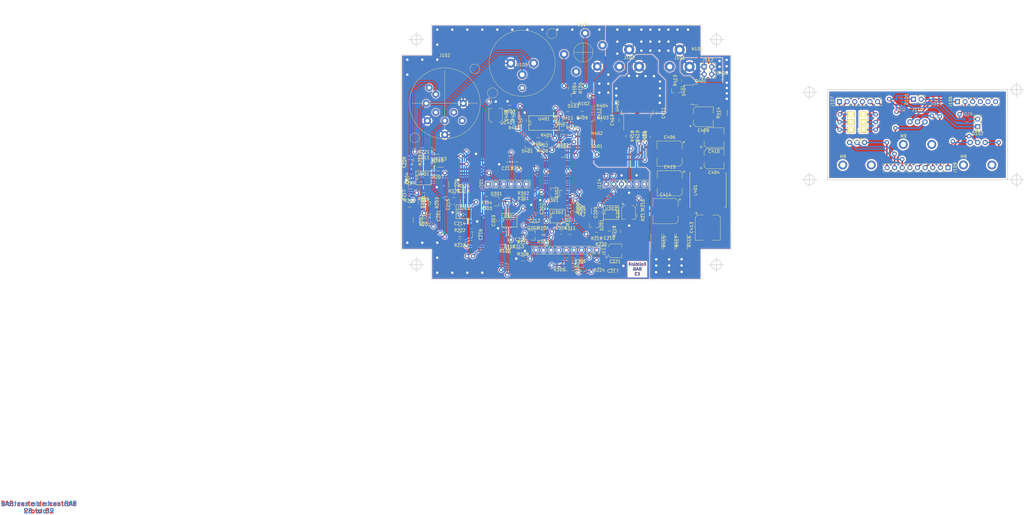
<source format=kicad_pcb>
(kicad_pcb (version 20171130) (host pcbnew "(5.1.4)-1")
  (layers (0 F.Cu signal) (31 B.Cu signal) (34 B.Paste user hide) (35 F.Paste user hide) (36 B.SilkS user hide) (37 F.SilkS user hide) (38 B.Mask user hide) (39 F.Mask user hide) (44 Edge.Cuts user))
  (net 0 "")
  (net 1 "Net-(C201-Pad1)")
  (net 2 "Net-(C202-Pad1)")
  (net 3 "Net-(C203-Pad1)")
  (net 4 /AUDIO_ASYM_IN)
  (net 5 VCC)
  (net 6 GND)
  (net 7 /AUDIO_BYPASS)
  (net 8 "Net-(C205-Pad2)")
  (net 9 "Net-(C206-Pad2)")
  (net 10 "Net-(C207-Pad1)")
  (net 11 "Net-(C208-Pad1)")
  (net 12 "Net-(C208-Pad2)")
  (net 13 /peak_detect/VREF)
  (net 14 /peak_detect/AUDIO_PEAK)
  (net 15 "Net-(C301-Pad1)")
  (net 16 /motor_driver/VCC_DIG)
  (net 17 "Net-(C402-Pad2)")
  (net 18 "Net-(C402-Pad1)")
  (net 19 "Net-(C403-Pad2)")
  (net 20 "Net-(C403-Pad1)")
  (net 21 VSS)
  (net 22 GNDPWR)
  (net 23 "Net-(D101-Pad2)")
  (net 24 "Net-(D201-Pad1)")
  (net 25 "Net-(D201-Pad3)")
  (net 26 "Net-(D301-Pad1)")
  (net 27 "Net-(D301-Pad2)")
  (net 28 "Net-(D301-Pad3)")
  (net 29 "Net-(D302-Pad1)")
  (net 30 "Net-(D302-Pad2)")
  (net 31 "Net-(D401-Pad3)")
  (net 32 "Net-(D402-Pad3)")
  (net 33 /motor_driver/PWM_IN)
  (net 34 "Net-(D403-Pad3)")
  (net 35 "Net-(IC401-Pad2)")
  (net 36 /motor_driver/OUT1)
  (net 37 "Net-(R203-Pad1)")
  (net 38 "Net-(R204-Pad1)")
  (net 39 "Net-(R208-Pad1)")
  (net 40 "Net-(J201-Pad5)")
  (net 41 "Net-(R407-Pad1)")
  (net 42 "Net-(R408-Pad1)")
  (net 43 "Net-(J106-Pad1)")
  (net 44 "Net-(J106-Pad2)")
  (net 45 "Net-(J107-Pad1)")
  (net 46 "Net-(J107-Pad2)")
  (net 47 "Net-(J107-Pad3)")
  (net 48 /AUDIO_IN_SYM_P)
  (net 49 /AUDIO_IN_SYM_N)
  (net 50 "Net-(J104-PadT)")
  (net 51 "Net-(J104-PadR)")
  (net 52 "Net-(R102-Pad1)")
  (net 53 /motor_driver/VCC_MOTOR_FILT)
  (net 54 /motor_driver/GND_MOTOR_CURR_SENSE)
  (net 55 "Net-(N402-Pad1)")
  (net 56 /POT_GAIN_2)
  (net 57 /POT_GAIN_1)
  (net 58 "Net-(D101-Pad1)")
  (net 59 "Net-(D102-Pad1)")
  (net 60 "Net-(D102-Pad2)")
  (net 61 "Net-(J107-Pad4)")
  (net 62 "Net-(J107-Pad5)")
  (net 63 "Net-(J107-Pad6)")
  (net 64 "Net-(J109-Pad1)")
  (net 65 "Net-(J109-Pad2)")
  (net 66 "Net-(J109-Pad3)")
  (net 67 "Net-(J109-Pad4)")
  (net 68 "Net-(J109-Pad5)")
  (net 69 "Net-(J109-Pad6)")
  (net 70 /POT_THRES_2)
  (net 71 /POT_THRES_1)
  (net 72 /POT_GAIN_3)
  (net 73 /motor_driver/~INH~)
  (net 74 /AUDIO_ASYM_SEND)
  (net 75 "Net-(J101-PadP)")
  (net 76 "Net-(C404-Pad1)")
  (net 77 /motor_driver/C_COM_PWR_1)
  (net 78 /motor_driver/C_COM_PWR_2)
  (net 79 "Net-(J109-Pad9)")
  (net 80 "Net-(J109-Pad8)")
  (net 81 "Net-(J109-Pad7)")
  (net 82 /POT_MIN_1)
  (net 83 /POT_MIN_3)
  (net 84 "Net-(R309-Pad1)")
  (net 85 "Net-(Q302-Pad3)")
  (net 86 "Net-(Q303-Pad3)")
  (net 87 "Net-(D404-Pad1)")
  (net 88 "Net-(R418-Pad1)")
  (net 89 "Net-(R419-Pad1)")
  (net 90 /POT_MIN_2)
  (net 91 "Net-(Q301-Pad1)")
  (net 92 "Net-(Q301-Pad3)")
  (net 93 "Net-(C405-Pad1)")
  (net 94 "Net-(C212-Pad2)")
  (net 95 "Net-(C213-Pad1)")
  (net 96 "Net-(Q201-Pad1)")
  (net 97 "Net-(Q303-Pad2)")
  (net 98 "Net-(D103-Pad1)")
  (net 99 "Net-(N403-Pad1)")
  (net 100 "Net-(C211-Pad2)")
  (net 101 "Net-(C211-Pad1)")
  (net 102 "Net-(C214-Pad2)")
  (net 103 "Net-(C216-Pad2)")
  (net 104 "Net-(C217-Pad2)")
  (net 105 "Net-(C218-Pad2)")
  (net 106 "Net-(C220-Pad2)")
  (net 107 "Net-(J201-Pad4)")
  (module Capacitors_SMD:C_0603 (layer F.Cu) (at 68.35 74.75 180)
    (fp_text reference C213 (at 0 -1.5 180) (layer F.SilkS))
    (fp_text value 100n)
    (pad 2 smd rect (at 0.75 0 180) (size 0.8 0.75) (layers F.Cu F.Paste F.Mask) (net 6 GND))
    (pad 1 smd rect (at -0.75 0 180) (size 0.8 0.75) (layers F.Cu F.Paste F.Mask) (net 95 "Net-(C213-Pad1)"))
  )
  (module Resistors_SMD:R_0603 (layer F.Cu) (at 71.4 74.75 180)
    (fp_text reference R214 (at 0 -1.45 180) (layer F.SilkS))
    (fp_text value 10k)
    (pad 1 smd rect (at -0.75 0 180) (size 0.5 0.9) (layers F.Cu F.Paste F.Mask) (net 40 "Net-(J201-Pad5)"))
    (pad 2 smd rect (at 0.75 0 180) (size 0.5 0.9) (layers F.Cu F.Paste F.Mask) (net 95 "Net-(C213-Pad1)"))
  )
  (module flax_lib:net_tie_0.5mm_long (layer F.Cu) (at 97 56.05)
    (fp_text reference N403 (at 3.175 3.302) (layer F.SilkS))
    (fp_text value net_tie)
    (fp_line (start -1.004 0) (end 1.004 0) (layer F.Cu) (width 0.5))
    (pad 2 smd circle (at 1.004 0) (size 0.5 0.5) (layers F.Cu) (net 22 GNDPWR))
    (pad 1 smd circle (at -1.004 0) (size 0.5 0.5) (layers F.Cu) (net 99 "Net-(N403-Pad1)"))
  )
  (module flax_lib:net_tie_0.5mm_long (layer F.Cu) (at 95 65.55)
    (fp_text reference N401 (at 3.175 3.302) (layer F.SilkS))
    (fp_text value net_tie)
    (fp_line (start -1.004 0) (end 1.004 0) (layer F.Cu) (width 0.5))
    (pad 2 smd circle (at 1.004 0) (size 0.5 0.5) (layers F.Cu) (net 54 /motor_driver/GND_MOTOR_CURR_SENSE))
    (pad 1 smd circle (at -1.004 0) (size 0.5 0.5) (layers F.Cu) (net 17 "Net-(C402-Pad2)"))
  )
  (module flax_lib:net_tie_0.5mm_long (layer F.Cu) (at 96.8 52.05)
    (fp_text reference N404 (at 3.175 3.302) (layer F.SilkS))
    (fp_text value net_tie)
    (fp_line (start -1.004 0) (end 1.004 0) (layer F.Cu) (width 0.5))
    (pad 2 smd circle (at 1.004 0) (size 0.5 0.5) (layers F.Cu) (net 22 GNDPWR))
    (pad 1 smd circle (at -1.004 0) (size 0.5 0.5) (layers F.Cu) (net 93 "Net-(C405-Pad1)"))
  )
  (module flax_lib:Inductor_Coilcraft_MSS1210 (layer F.Cu) (at 135.15 83.5 90)
    (fp_text reference L401 (at 0 -4.175 90) (layer F.SilkS))
    (fp_text value "100u 3A")
    (pad 1 smd rect (at -4.75 0 90) (size 3 5.5) (layers F.Cu F.Paste F.Mask) (net 53 /motor_driver/VCC_MOTOR_FILT))
    (pad 2 smd rect (at 4.75 0 90) (size 3 5.5) (layers F.Cu F.Paste F.Mask) (net 76 "Net-(C404-Pad1)"))
  )
  (module TO_SOT_Packages_SMD:SOT-23 (layer F.Cu) (at 90.35 52.95 180)
    (fp_text reference D103 (at 0 -2.5 180) (layer F.SilkS))
    (fp_text value BAS21)
    (pad 1 smd rect (at -1 -0.95 180) (size 0.9 0.8) (layers F.Cu F.Paste F.Mask) (net 98 "Net-(D103-Pad1)"))
    (pad 2 smd rect (at -1 0.95 180) (size 0.9 0.8) (layers F.Cu F.Paste F.Mask))
    (pad 3 smd rect (at 1 0 180) (size 0.9 0.8) (layers F.Cu F.Paste F.Mask) (net 5 VCC))
  )
  (module Resistors_SMD:R_1206 (layer F.Cu) (at 140.5 57.75 90)
    (fp_text reference R414 (at 0 -1.85 90) (layer F.SilkS))
    (fp_text value 1)
    (pad 1 smd rect (at -1.45 0 90) (size 0.9 1.7) (layers F.Cu F.Paste F.Mask) (net 77 /motor_driver/C_COM_PWR_1))
    (pad 2 smd rect (at 1.45 0 90) (size 0.9 1.7) (layers F.Cu F.Paste F.Mask) (net 22 GNDPWR))
  )
  (module TO_SOT_Packages_SMD:TO-252-3_TabPin4 (layer F.Cu) (at 132.75 51.65)
    (fp_text reference Q401 (at 0 -4.5) (layer F.SilkS))
    (fp_text value IRFR5305)
    (pad 1 smd rect (at -4.2 -2.28) (size 2.2 1.2) (layers F.Cu F.Paste F.Mask) (net 87 "Net-(D404-Pad1)"))
    (pad 2 smd rect (at -4.2 0) (size 2.2 1.2) (layers F.Cu F.Paste F.Mask) (net 21 VSS))
    (pad 3 smd rect (at -4.2 2.28) (size 2.2 1.2) (layers F.Cu F.Paste F.Mask) (net 76 "Net-(C404-Pad1)"))
    (pad 4 smd rect (at 2.1 0) (size 6.4 5.8) (layers F.Cu F.Mask) (net 21 VSS))
    (pad 4 smd rect (at 3.775 1.525) (size 3.05 2.75) (layers F.Cu F.Paste) (net 21 VSS))
    (pad 4 smd rect (at 0.425 -1.525) (size 3.05 2.75) (layers F.Cu F.Paste) (net 21 VSS))
    (pad 4 smd rect (at 3.775 -1.525) (size 3.05 2.75) (layers F.Cu F.Paste) (net 21 VSS))
    (pad 4 smd rect (at 0.425 1.525) (size 3.05 2.75) (layers F.Cu F.Paste) (net 21 VSS))
  )
  (module TO_SOT_Packages_SMD:SOT-23 (layer F.Cu) (at 89.984066 89.964146 270)
    (fp_text reference Q303 (at 0 -2.5 270) (layer F.SilkS))
    (fp_text value DTA114E)
    (pad 1 smd rect (at -1 -0.95 270) (size 0.9 0.8) (layers F.Cu F.Paste F.Mask) (net 92 "Net-(Q301-Pad3)"))
    (pad 2 smd rect (at -1 0.95 270) (size 0.9 0.8) (layers F.Cu F.Paste F.Mask) (net 97 "Net-(Q303-Pad2)"))
    (pad 3 smd rect (at 1 0 270) (size 0.9 0.8) (layers F.Cu F.Paste F.Mask) (net 86 "Net-(Q303-Pad3)"))
  )
  (module TO_SOT_Packages_SMD:SOT-23 (layer F.Cu) (at 87.35 84.3 90)
    (fp_text reference Q302 (at 0 -2.5 90) (layer F.SilkS))
    (fp_text value DTA114E)
    (pad 1 smd rect (at -1 -0.95 90) (size 0.9 0.8) (layers F.Cu F.Paste F.Mask) (net 91 "Net-(Q301-Pad1)"))
    (pad 2 smd rect (at -1 0.95 90) (size 0.9 0.8) (layers F.Cu F.Paste F.Mask) (net 14 /peak_detect/AUDIO_PEAK))
    (pad 3 smd rect (at 1 0 90) (size 0.9 0.8) (layers F.Cu F.Paste F.Mask) (net 85 "Net-(Q302-Pad3)"))
  )
  (module TO_SOT_Packages_SMD:SOT-23 (layer F.Cu) (at 83.5 84.35 180)
    (fp_text reference Q301 (at 0 -2.5 180) (layer F.SilkS))
    (fp_text value DTC114E)
    (pad 1 smd rect (at -1 -0.95 180) (size 0.9 0.8) (layers F.Cu F.Paste F.Mask) (net 91 "Net-(Q301-Pad1)"))
    (pad 2 smd rect (at -1 0.95 180) (size 0.9 0.8) (layers F.Cu F.Paste F.Mask) (net 6 GND))
    (pad 3 smd rect (at 1 0 180) (size 0.9 0.8) (layers F.Cu F.Paste F.Mask) (net 92 "Net-(Q301-Pad3)"))
  )
  (module Pin_Headers:Pin_Header_Straight_1x09_Pitch2.54mm (layer F.Cu) (at 98.144066 103.464146 270)
    (fp_text reference J113 (at 0 -2.33 270) (layer F.SilkS))
    (fp_text value CONN_01X09)
    (pad 1 thru_hole rect (at 0 0 270) (size 1.7 1.7) (drill 1) (layers *.Cu *.Mask) (net 57 /POT_GAIN_1))
    (pad 2 thru_hole oval (at 0 2.54 270) (size 1.7 1.7) (drill 1) (layers *.Cu *.Mask) (net 56 /POT_GAIN_2))
    (pad 3 thru_hole oval (at 0 5.08 270) (size 1.7 1.7) (drill 1) (layers *.Cu *.Mask) (net 72 /POT_GAIN_3))
    (pad 4 thru_hole oval (at 0 7.62 270) (size 1.7 1.7) (drill 1) (layers *.Cu *.Mask) (net 71 /POT_THRES_1))
    (pad 5 thru_hole oval (at 0 10.16 270) (size 1.7 1.7) (drill 1) (layers *.Cu *.Mask) (net 70 /POT_THRES_2))
    (pad 6 thru_hole oval (at 0 12.7 270) (size 1.7 1.7) (drill 1) (layers *.Cu *.Mask))
    (pad 7 thru_hole oval (at 0 15.24 270) (size 1.7 1.7) (drill 1) (layers *.Cu *.Mask) (net 82 /POT_MIN_1))
    (pad 8 thru_hole oval (at 0 17.78 270) (size 1.7 1.7) (drill 1) (layers *.Cu *.Mask) (net 90 /POT_MIN_2))
    (pad 9 thru_hole oval (at 0 20.32 270) (size 1.7 1.7) (drill 1) (layers *.Cu *.Mask) (net 83 /POT_MIN_3))
  )
  (module Pin_Headers:Pin_Header_Straight_1x09_Pitch2.54mm (layer F.Cu) (at 215.16 76 270)
    (fp_text reference J109 (at 0 -2.33 270) (layer F.SilkS))
    (fp_text value CONN_01X09)
    (pad 1 thru_hole rect (at 0 0 270) (size 1.7 1.7) (drill 1) (layers *.Cu *.Mask) (net 64 "Net-(J109-Pad1)"))
    (pad 2 thru_hole oval (at 0 2.54 270) (size 1.7 1.7) (drill 1) (layers *.Cu *.Mask) (net 65 "Net-(J109-Pad2)"))
    (pad 3 thru_hole oval (at 0 5.08 270) (size 1.7 1.7) (drill 1) (layers *.Cu *.Mask) (net 66 "Net-(J109-Pad3)"))
    (pad 4 thru_hole oval (at 0 7.62 270) (size 1.7 1.7) (drill 1) (layers *.Cu *.Mask) (net 67 "Net-(J109-Pad4)"))
    (pad 5 thru_hole oval (at 0 10.16 270) (size 1.7 1.7) (drill 1) (layers *.Cu *.Mask) (net 68 "Net-(J109-Pad5)"))
    (pad 6 thru_hole oval (at 0 12.7 270) (size 1.7 1.7) (drill 1) (layers *.Cu *.Mask) (net 69 "Net-(J109-Pad6)"))
    (pad 7 thru_hole oval (at 0 15.24 270) (size 1.7 1.7) (drill 1) (layers *.Cu *.Mask) (net 81 "Net-(J109-Pad7)"))
    (pad 8 thru_hole oval (at 0 17.78 270) (size 1.7 1.7) (drill 1) (layers *.Cu *.Mask) (net 80 "Net-(J109-Pad8)"))
    (pad 9 thru_hole oval (at 0 20.32 270) (size 1.7 1.7) (drill 1) (layers *.Cu *.Mask) (net 79 "Net-(J109-Pad9)"))
  )
  (module TO_SOT_Packages_SMD:SOT-23 (layer F.Cu) (at 124.65 50.3 270)
    (fp_text reference D404 (at 0 -2.5 270) (layer F.SilkS))
    (fp_text value BZX84)
    (pad 1 smd rect (at -1 -0.95 270) (size 0.9 0.8) (layers F.Cu F.Paste F.Mask) (net 87 "Net-(D404-Pad1)"))
    (pad 2 smd rect (at -1 0.95 270) (size 0.9 0.8) (layers F.Cu F.Paste F.Mask))
    (pad 3 smd rect (at 1 0 270) (size 0.9 0.8) (layers F.Cu F.Paste F.Mask) (net 76 "Net-(C404-Pad1)"))
  )
  (module Resistors_SMD:R_0603 (layer F.Cu) (at 110.3 65.5 270)
    (fp_text reference R419 (at 0 -1.45 270) (layer F.SilkS))
    (fp_text value 10k)
    (pad 1 smd rect (at -0.75 0 270) (size 0.5 0.9) (layers F.Cu F.Paste F.Mask) (net 89 "Net-(R419-Pad1)"))
    (pad 2 smd rect (at 0.75 0 270) (size 0.5 0.9) (layers F.Cu F.Paste F.Mask) (net 73 /motor_driver/~INH~))
  )
  (module Resistors_SMD:R_0603 (layer F.Cu) (at 108.55 65.5 270)
    (fp_text reference R418 (at 0 -1.45 270) (layer F.SilkS))
    (fp_text value 10k)
    (pad 1 smd rect (at -0.75 0 270) (size 0.5 0.9) (layers F.Cu F.Paste F.Mask) (net 88 "Net-(R418-Pad1)"))
    (pad 2 smd rect (at 0.75 0 270) (size 0.5 0.9) (layers F.Cu F.Paste F.Mask) (net 34 "Net-(D403-Pad3)"))
  )
  (module Resistors_SMD:R_0603 (layer F.Cu) (at 125.7 46.95 90)
    (fp_text reference R413 (at 0 -1.45 90) (layer F.SilkS))
    (fp_text value 10k)
    (pad 1 smd rect (at -0.75 0 90) (size 0.5 0.9) (layers F.Cu F.Paste F.Mask) (net 87 "Net-(D404-Pad1)"))
    (pad 2 smd rect (at 0.75 0 90) (size 0.5 0.9) (layers F.Cu F.Paste F.Mask) (net 22 GNDPWR))
  )
  (module Resistors_SMD:R_0603 (layer F.Cu) (at 89.234066 97.564146)
    (fp_text reference R311 (at 0 -1.45) (layer F.SilkS))
    (fp_text value 100k)
    (pad 1 smd rect (at -0.75 0) (size 0.5 0.9) (layers F.Cu F.Paste F.Mask) (net 6 GND))
    (pad 2 smd rect (at 0.75 0) (size 0.5 0.9) (layers F.Cu F.Paste F.Mask) (net 84 "Net-(R309-Pad1)"))
  )
  (module Resistors_SMD:R_0603 (layer F.Cu) (at 90 93.4 90)
    (fp_text reference R310 (at 0 -1.45 90) (layer F.SilkS))
    (fp_text value 100)
    (pad 1 smd rect (at -0.75 0 90) (size 0.5 0.9) (layers F.Cu F.Paste F.Mask) (net 84 "Net-(R309-Pad1)"))
    (pad 2 smd rect (at 0.75 0 90) (size 0.5 0.9) (layers F.Cu F.Paste F.Mask) (net 86 "Net-(Q303-Pad3)"))
  )
  (module Resistors_SMD:R_0603 (layer F.Cu) (at 93.35 89.45 90)
    (fp_text reference R309 (at 0 -1.45 90) (layer F.SilkS))
    (fp_text value 100)
    (pad 1 smd rect (at -0.75 0 90) (size 0.5 0.9) (layers F.Cu F.Paste F.Mask) (net 84 "Net-(R309-Pad1)"))
    (pad 2 smd rect (at 0.75 0 90) (size 0.5 0.9) (layers F.Cu F.Paste F.Mask) (net 85 "Net-(Q302-Pad3)"))
  )
  (module Resistors_SMD:R_0603 (layer F.Cu) (at 73.55 106.3)
    (fp_text reference R308 (at 0 -1.45) (layer F.SilkS))
    (fp_text value 10k)
    (pad 1 smd rect (at -0.75 0) (size 0.5 0.9) (layers F.Cu F.Paste F.Mask) (net 6 GND))
    (pad 2 smd rect (at 0.75 0) (size 0.5 0.9) (layers F.Cu F.Paste F.Mask) (net 83 /POT_MIN_3))
  )
  (module Resistors_SMD:R_0603 (layer F.Cu) (at 80.25 99.25 180)
    (fp_text reference R307 (at 0 -1.45 180) (layer F.SilkS))
    (fp_text value 10k)
    (pad 1 smd rect (at -0.75 0 180) (size 0.5 0.9) (layers F.Cu F.Paste F.Mask) (net 82 /POT_MIN_1))
    (pad 2 smd rect (at 0.75 0 180) (size 0.5 0.9) (layers F.Cu F.Paste F.Mask) (net 5 VCC))
  )
  (module flax_lib:ALPS_RK09L (layer F.Cu) (at 184.85 67.6 180)
    (fp_text reference J115 (at 0 4.1 180) (layer F.SilkS))
    (fp_text value "MIN POT")
    (fp_text user M9 (at 4.7 -4.7 180) (layer F.SilkS))
    (pad 1 thru_hole circle (at -2.5 0 180) (size 1.8 1.8) (drill 1) (layers *.Cu *.Mask) (net 79 "Net-(J109-Pad9)"))
    (pad 2 thru_hole circle (at 0 0 180) (size 1.8 1.8) (drill 1) (layers *.Cu *.Mask) (net 80 "Net-(J109-Pad8)"))
    (pad 3 thru_hole circle (at 2.5 0 180) (size 1.8 1.8) (drill 1) (layers *.Cu *.Mask) (net 81 "Net-(J109-Pad7)"))
    (pad "" np_thru_hole circle (at -4.75 -7.5 180) (size 3 3) (drill 1.8) (layers *.Cu *.Mask))
    (pad "" np_thru_hole circle (at 4.75 -7.5 180) (size 3 3) (drill 1.8) (layers *.Cu *.Mask))
  )
  (module Capacitors_SMD:CP_Elec_8x10 (layer F.Cu) (at 122.45 81.2 180)
    (fp_text reference C415 (at 0 5.45 180) (layer F.SilkS))
    (fp_text value "220u 35V")
    (fp_text user + (at -4.78 3.9 180) (layer F.SilkS))
    (pad 1 smd rect (at -3.05 0) (size 4 2.5) (layers F.Cu F.Paste F.Mask) (net 53 /motor_driver/VCC_MOTOR_FILT))
    (pad 2 smd rect (at 3.05 0) (size 4 2.5) (layers F.Cu F.Paste F.Mask) (net 78 /motor_driver/C_COM_PWR_2))
  )
  (module Capacitors_SMD:CP_Elec_8x10 (layer F.Cu) (at 121.05 90.45 180)
    (fp_text reference C414 (at 0 5.45 180) (layer F.SilkS))
    (fp_text value "220u 35V")
    (fp_text user + (at -4.78 3.9 180) (layer F.SilkS))
    (pad 1 smd rect (at -3.05 0) (size 4 2.5) (layers F.Cu F.Paste F.Mask) (net 53 /motor_driver/VCC_MOTOR_FILT))
    (pad 2 smd rect (at 3.05 0) (size 4 2.5) (layers F.Cu F.Paste F.Mask) (net 78 /motor_driver/C_COM_PWR_2))
  )
  (module Capacitors_SMD:CP_Elec_8x10 (layer F.Cu) (at 135.15 95.95 270)
    (fp_text reference C413 (at 0 5.45 270) (layer F.SilkS))
    (fp_text value "220u 35V")
    (fp_text user + (at -4.78 3.9 270) (layer F.SilkS))
    (pad 1 smd rect (at -3.05 0 90) (size 4 2.5) (layers F.Cu F.Paste F.Mask) (net 53 /motor_driver/VCC_MOTOR_FILT))
    (pad 2 smd rect (at 3.05 0 90) (size 4 2.5) (layers F.Cu F.Paste F.Mask) (net 78 /motor_driver/C_COM_PWR_2))
  )
  (module Capacitors_SMD:C_0805 (layer F.Cu) (at 104.7 60.15 90)
    (fp_text reference C412 (at 0 -1.5 90) (layer F.SilkS))
    (fp_text value 220n)
    (pad 1 smd rect (at -1 0 90) (size 1 1.25) (layers F.Cu F.Paste F.Mask) (net 54 /motor_driver/GND_MOTOR_CURR_SENSE))
    (pad 2 smd rect (at 1 0 90) (size 1 1.25) (layers F.Cu F.Paste F.Mask) (net 36 /motor_driver/OUT1))
  )
  (module Capacitors_SMD:CP_Elec_6.3x5.3 (layer F.Cu) (at 137.2 66)
    (fp_text reference C410 (at 0 4.56) (layer F.SilkS))
    (fp_text value "33u 35V")
    (fp_text user + (at -4.28 3.01) (layer F.SilkS))
    (pad 1 smd rect (at -2.7 0 180) (size 3.5 1.6) (layers F.Cu F.Paste F.Mask) (net 76 "Net-(C404-Pad1)"))
    (pad 2 smd rect (at 2.7 0 180) (size 3.5 1.6) (layers F.Cu F.Paste F.Mask) (net 77 /motor_driver/C_COM_PWR_1))
  )
  (module Capacitors_SMD:CP_Elec_6.3x5.3 (layer F.Cu) (at 133.640169 59.028119)
    (fp_text reference C409 (at 0 4.56) (layer F.SilkS))
    (fp_text value "33u 35V")
    (fp_text user + (at -4.28 3.01) (layer F.SilkS))
    (pad 1 smd rect (at -2.7 0 180) (size 3.5 1.6) (layers F.Cu F.Paste F.Mask) (net 76 "Net-(C404-Pad1)"))
    (pad 2 smd rect (at 2.7 0 180) (size 3.5 1.6) (layers F.Cu F.Paste F.Mask) (net 77 /motor_driver/C_COM_PWR_1))
  )
  (module Capacitors_SMD:C_0603 (layer F.Cu) (at 140 46)
    (fp_text reference C408 (at 0 -1.5) (layer F.SilkS))
    (fp_text value 100n)
    (pad 2 smd rect (at 0.75 0) (size 0.8 0.75) (layers F.Cu F.Paste F.Mask) (net 22 GNDPWR))
    (pad 1 smd rect (at -0.75 0) (size 0.8 0.75) (layers F.Cu F.Paste F.Mask) (net 21 VSS))
  )
  (module Capacitors_SMD:CP_Elec_8x10 (layer F.Cu) (at 122.4 71.3 180)
    (fp_text reference C406 (at 0 5.45 180) (layer F.SilkS))
    (fp_text value "220u 35V")
    (fp_text user + (at -4.78 3.9 180) (layer F.SilkS))
    (pad 1 smd rect (at -3.05 0) (size 4 2.5) (layers F.Cu F.Paste F.Mask) (net 53 /motor_driver/VCC_MOTOR_FILT))
    (pad 2 smd rect (at 3.05 0) (size 4 2.5) (layers F.Cu F.Paste F.Mask) (net 78 /motor_driver/C_COM_PWR_2))
  )
  (module Capacitors_SMD:CP_Elec_6.3x5.3 (layer F.Cu) (at 137.2 73.05)
    (fp_text reference C404 (at 0 4.56) (layer F.SilkS))
    (fp_text value "33u 35V")
    (fp_text user + (at -4.28 3.01) (layer F.SilkS))
    (pad 1 smd rect (at -2.7 0 180) (size 3.5 1.6) (layers F.Cu F.Paste F.Mask) (net 76 "Net-(C404-Pad1)"))
    (pad 2 smd rect (at 2.7 0 180) (size 3.5 1.6) (layers F.Cu F.Paste F.Mask) (net 77 /motor_driver/C_COM_PWR_1))
  )
  (module Pin_Headers:Pin_Header_Straight_2x02_Pitch2.54mm (layer F.Cu) (at 133.9 42.35)
    (fp_text reference J112 (at 1.27 -2.33) (layer F.SilkS))
    (fp_text value CONN_02X02)
    (pad 1 thru_hole rect (at 0 0) (size 1.7 1.7) (drill 1) (layers *.Cu *.Mask) (net 75 "Net-(J101-PadP)"))
    (pad 2 thru_hole oval (at 2.54 0) (size 1.7 1.7) (drill 1) (layers *.Cu *.Mask) (net 21 VSS))
    (pad 3 thru_hole oval (at 0 2.54) (size 1.7 1.7) (drill 1) (layers *.Cu *.Mask) (net 75 "Net-(J101-PadP)"))
    (pad 4 thru_hole oval (at 2.54 2.54) (size 1.7 1.7) (drill 1) (layers *.Cu *.Mask) (net 21 VSS))
  )
  (module flax_lib:Multicomp_sub-miniature_DPDT (layer F.Cu) (at 184.92 60.8 180)
    (fp_text reference J108 (at 0 -6 180) (layer F.SilkS))
    (fp_text value "PAD CONNB")
    (pad 1 thru_hole rect (at -2.08 -2.54 180) (size 2.5 2) (drill 1) (layers *.Cu *.Mask F.SilkS) (net 63 "Net-(J107-Pad6)"))
    (pad 2 thru_hole rect (at 2.08 -2.54 180) (size 2.5 2) (drill 1) (layers *.Cu *.Mask F.SilkS) (net 45 "Net-(J107-Pad1)"))
    (pad 3 thru_hole rect (at -2.08 0 270) (size 2 2.5) (drill 1) (layers *.Cu *.Mask F.SilkS) (net 62 "Net-(J107-Pad5)"))
    (pad 4 thru_hole rect (at 2.08 0 180) (size 2.5 2) (drill 1) (layers *.Cu *.Mask F.SilkS) (net 46 "Net-(J107-Pad2)"))
    (pad 5 thru_hole rect (at -2.08 2.54 180) (size 2.5 2) (drill 1) (layers *.Cu *.Mask F.SilkS) (net 61 "Net-(J107-Pad4)"))
    (pad 6 thru_hole rect (at 2.08 2.54 180) (size 2.5 2) (drill 1) (layers *.Cu *.Mask F.SilkS) (net 47 "Net-(J107-Pad3)"))
  )
  (module TO_SOT_Packages_SMD:TO-263-7_TabPin8 (layer F.Cu) (at 111.6 55.375 90)
    (fp_text reference U402 (at 0 -6.65 90) (layer F.SilkS))
    (fp_text value BTN8980TA)
    (pad 1 smd rect (at -5.775 -3.81 90) (size 4.6 0.8) (layers F.Cu F.Paste F.Mask) (net 54 /motor_driver/GND_MOTOR_CURR_SENSE))
    (pad 2 smd rect (at -5.775 -2.54 90) (size 4.6 0.8) (layers F.Cu F.Paste F.Mask) (net 88 "Net-(R418-Pad1)"))
    (pad 3 smd rect (at -5.775 -1.27 90) (size 4.6 0.8) (layers F.Cu F.Paste F.Mask) (net 89 "Net-(R419-Pad1)"))
    (pad 4 smd rect (at -5.775 0 90) (size 4.6 0.8) (layers F.Cu F.Paste F.Mask) (net 36 /motor_driver/OUT1))
    (pad 5 smd rect (at -5.775 1.27 90) (size 4.6 0.8) (layers F.Cu F.Paste F.Mask) (net 42 "Net-(R408-Pad1)"))
    (pad 6 smd rect (at -5.775 2.54 90) (size 4.6 0.8) (layers F.Cu F.Paste F.Mask) (net 18 "Net-(C402-Pad1)"))
    (pad 7 smd rect (at -5.775 3.81 90) (size 4.6 0.8) (layers F.Cu F.Paste F.Mask) (net 53 /motor_driver/VCC_MOTOR_FILT))
    (pad 8 smd rect (at 3.375 0 90) (size 9.4 10.8) (layers F.Cu F.Mask) (net 36 /motor_driver/OUT1))
    (pad 8 smd rect (at 5.8 2.775 90) (size 4.55 5.25) (layers F.Cu F.Paste) (net 36 /motor_driver/OUT1))
    (pad 8 smd rect (at 0.95 -2.775 90) (size 4.55 5.25) (layers F.Cu F.Paste) (net 36 /motor_driver/OUT1))
    (pad 8 smd rect (at 5.8 -2.775 90) (size 4.55 5.25) (layers F.Cu F.Paste) (net 36 /motor_driver/OUT1))
    (pad 8 smd rect (at 0.95 2.775 90) (size 4.55 5.25) (layers F.Cu F.Paste) (net 36 /motor_driver/OUT1))
  )
  (module flax_lib:L712RA_2.5mm (layer F.Cu) (at 108.95 28.3 180)
    (fp_text reference J103 (at 0 -11 180) (layer F.SilkS))
    (fp_text value L712RA)
    (pad S thru_hole circle (at 0 -8.35 180) (size 3.4 3.4) (drill 1.7) (layers *.Cu *.Mask) (net 22 GNDPWR))
    (pad SN thru_hole circle (at 3.3 -14 180) (size 3.4 3.4) (drill 1.7) (layers *.Cu *.Mask))
    (pad P thru_hole circle (at -3.3 -14 180) (size 3.4 3.4) (drill 1.7) (layers *.Cu *.Mask) (net 36 /motor_driver/OUT1))
  )
  (module flax_lib:NEUTRIK_NCJ9FI-V (layer F.Cu) (at 47.5 54.55)
    (fp_text reference J102 (at 0 -16) (layer F.SilkS))
    (fp_text value AUDIO_IN)
    (pad 1 thru_hole circle (at 6.15 0) (size 2.4 2.4) (drill 1.2) (layers *.Cu *.Mask) (net 6 GND))
    (pad TN thru_hole circle (at -3 -3) (size 2.4 2.4) (drill 1.2) (layers *.Cu *.Mask) (net 74 /AUDIO_ASYM_SEND))
    (pad 3 thru_hole circle (at 0 5.8) (size 2.4 2.4) (drill 1.2) (layers *.Cu *.Mask) (net 49 /AUDIO_IN_SYM_N))
    (pad R thru_hole circle (at 5.8 5.8) (size 2.4 2.4) (drill 1.2) (layers *.Cu *.Mask))
    (pad G thru_hole circle (at 0 10.45) (size 2.4 2.4) (drill 1.2) (layers *.Cu *.Mask) (net 6 GND))
    (pad S thru_hole circle (at -5.8 5.8) (size 2.4 2.4) (drill 1.2) (layers *.Cu *.Mask) (net 6 GND))
    (pad T thru_hole circle (at -5.2 -5.2) (size 2.4 2.4) (drill 1.2) (layers *.Cu *.Mask) (net 4 /AUDIO_ASYM_IN))
    (pad 2 thru_hole circle (at -6.15 0) (size 2.4 2.4) (drill 1.2) (layers *.Cu *.Mask) (net 48 /AUDIO_IN_SYM_P))
    (pad SN thru_hole circle (at -3 3) (size 2.4 2.4) (drill 1.2) (layers *.Cu *.Mask))
    (pad RN thru_hole circle (at 3 3) (size 2.4 2.4) (drill 1.2) (layers *.Cu *.Mask))
  )
  (module flax_lib:L712RA_2.5mm (layer F.Cu) (at 125.75 28.35 180)
    (fp_text reference J101 (at 0 -11 180) (layer F.SilkS))
    (fp_text value L712RA)
    (pad S thru_hole circle (at 0 -8.35 180) (size 3.4 3.4) (drill 1.7) (layers *.Cu *.Mask) (net 22 GNDPWR))
    (pad SN thru_hole circle (at 3.3 -14 180) (size 3.4 3.4) (drill 1.7) (layers *.Cu *.Mask))
    (pad P thru_hole circle (at -3.3 -14 180) (size 3.4 3.4) (drill 1.7) (layers *.Cu *.Mask) (net 75 "Net-(J101-PadP)"))
  )
  (module Pin_Headers:Pin_Header_Straight_1x06_Pitch2.54mm (layer F.Cu) (at 101.284066 81.464146 90)
    (fp_text reference J114 (at 0 -2.33 90) (layer F.SilkS))
    (fp_text value CONN_LEDS_A)
    (pad 1 thru_hole rect (at 0 0 90) (size 1.7 1.7) (drill 1) (layers *.Cu *.Mask) (net 33 /motor_driver/PWM_IN))
    (pad 2 thru_hole oval (at 0 2.54 90) (size 1.7 1.7) (drill 1) (layers *.Cu *.Mask) (net 5 VCC))
    (pad 3 thru_hole oval (at 0 5.08 90) (size 1.7 1.7) (drill 1) (layers *.Cu *.Mask) (net 6 GND))
    (pad 4 thru_hole oval (at 0 7.62 90) (size 1.7 1.7) (drill 1) (layers *.Cu *.Mask) (net 73 /motor_driver/~INH~))
    (pad 5 thru_hole oval (at 0 10.16 90) (size 1.7 1.7) (drill 1) (layers *.Cu *.Mask))
    (pad 6 thru_hole oval (at 0 12.7 90) (size 1.7 1.7) (drill 1) (layers *.Cu *.Mask))
  )
  (module Resistors_SMD:R_0805 (layer B.Cu) (at 221.45 59.8 180)
    (fp_text reference R106 (at 0 1.65 180) (layer B.SilkS) (effects (justify mirror)))
    (fp_text value 330)
    (pad 1 smd rect (at -0.95 0 180) (size 0.7 1.3) (layers B.Cu B.Paste B.Mask) (net 60 "Net-(D102-Pad2)"))
    (pad 2 smd rect (at 0.95 0 180) (size 0.7 1.3) (layers B.Cu B.Paste B.Mask) (net 44 "Net-(J106-Pad2)"))
  )
  (module TO_SOT_Packages_SMD:SOT-23 (layer B.Cu) (at 199 54.15)
    (fp_text reference Q101 (at 0 2.5) (layer B.SilkS) (effects (justify mirror)))
    (fp_text value PDTA123YT)
    (pad 1 smd rect (at -1 0.95) (size 0.9 0.8) (layers B.Cu B.Paste B.Mask) (net 43 "Net-(J106-Pad1)"))
    (pad 2 smd rect (at -1 -0.95) (size 0.9 0.8) (layers B.Cu B.Paste B.Mask) (net 58 "Net-(D101-Pad1)"))
    (pad 3 smd rect (at 1 0) (size 0.9 0.8) (layers B.Cu B.Paste B.Mask) (net 59 "Net-(D102-Pad1)"))
  )
  (module Pin_Headers:Pin_Header_Straight_1x06_Pitch2.54mm (layer F.Cu) (at 61.984066 81.464146 90)
    (fp_text reference J201 (at 0 -2.33 90) (layer F.SilkS))
    (fp_text value "PAD -20dB CONNA")
    (pad 1 thru_hole rect (at 0 0 90) (size 1.7 1.7) (drill 1) (layers *.Cu *.Mask))
    (pad 2 thru_hole oval (at 0 2.54 90) (size 1.7 1.7) (drill 1) (layers *.Cu *.Mask) (net 101 "Net-(C211-Pad1)"))
    (pad 3 thru_hole oval (at 0 5.08 90) (size 1.7 1.7) (drill 1) (layers *.Cu *.Mask) (net 101 "Net-(C211-Pad1)"))
    (pad 4 thru_hole oval (at 0 7.62 90) (size 1.7 1.7) (drill 1) (layers *.Cu *.Mask) (net 107 "Net-(J201-Pad4)"))
    (pad 5 thru_hole oval (at 0 10.16 90) (size 1.7 1.7) (drill 1) (layers *.Cu *.Mask) (net 40 "Net-(J201-Pad5)"))
    (pad 6 thru_hole oval (at 0 12.7 90) (size 1.7 1.7) (drill 1) (layers *.Cu *.Mask))
  )
  (module flax_lib:ALPS_RK09L (layer F.Cu) (at 225.05 67.6 180)
    (fp_text reference J111 (at 0 4.1 180) (layer F.SilkS))
    (fp_text value "THRESHOLD POT")
    (fp_text user M9 (at 4.7 -4.7 180) (layer F.SilkS))
    (pad 1 thru_hole circle (at -2.5 0 180) (size 1.8 1.8) (drill 1) (layers *.Cu *.Mask) (net 64 "Net-(J109-Pad1)"))
    (pad 2 thru_hole circle (at 0 0 180) (size 1.8 1.8) (drill 1) (layers *.Cu *.Mask) (net 65 "Net-(J109-Pad2)"))
    (pad 3 thru_hole circle (at 2.5 0 180) (size 1.8 1.8) (drill 1) (layers *.Cu *.Mask) (net 66 "Net-(J109-Pad3)"))
    (pad "" np_thru_hole circle (at -4.75 -7.5 180) (size 3 3) (drill 1.8) (layers *.Cu *.Mask))
    (pad "" np_thru_hole circle (at 4.75 -7.5 180) (size 3 3) (drill 1.8) (layers *.Cu *.Mask))
  )
  (module flax_lib:ALPS_RK09L (layer F.Cu) (at 205 60.75 180)
    (fp_text reference J110 (at 0 4.1 180) (layer F.SilkS))
    (fp_text value "GAIN POT")
    (fp_text user M9 (at 4.7 -4.7 180) (layer F.SilkS))
    (pad 1 thru_hole circle (at -2.5 0 180) (size 1.8 1.8) (drill 1) (layers *.Cu *.Mask) (net 69 "Net-(J109-Pad6)"))
    (pad 2 thru_hole circle (at 0 0 180) (size 1.8 1.8) (drill 1) (layers *.Cu *.Mask) (net 68 "Net-(J109-Pad5)"))
    (pad 3 thru_hole circle (at 2.5 0 180) (size 1.8 1.8) (drill 1) (layers *.Cu *.Mask) (net 67 "Net-(J109-Pad4)"))
    (pad "" np_thru_hole circle (at -4.75 -7.5 180) (size 3 3) (drill 1.8) (layers *.Cu *.Mask))
    (pad "" np_thru_hole circle (at 4.75 -7.5 180) (size 3 3) (drill 1.8) (layers *.Cu *.Mask))
  )
  (module Pin_Headers:Pin_Header_Straight_1x06_Pitch2.54mm (layer F.Cu) (at 179 54 90)
    (fp_text reference J107 (at 0 -2.33 90) (layer F.SilkS))
    (fp_text value CONN_SW_B)
    (pad 1 thru_hole rect (at 0 0 90) (size 1.7 1.7) (drill 1) (layers *.Cu *.Mask) (net 45 "Net-(J107-Pad1)"))
    (pad 2 thru_hole oval (at 0 2.54 90) (size 1.7 1.7) (drill 1) (layers *.Cu *.Mask) (net 46 "Net-(J107-Pad2)"))
    (pad 3 thru_hole oval (at 0 5.08 90) (size 1.7 1.7) (drill 1) (layers *.Cu *.Mask) (net 47 "Net-(J107-Pad3)"))
    (pad 4 thru_hole oval (at 0 7.62 90) (size 1.7 1.7) (drill 1) (layers *.Cu *.Mask) (net 61 "Net-(J107-Pad4)"))
    (pad 5 thru_hole oval (at 0 10.16 90) (size 1.7 1.7) (drill 1) (layers *.Cu *.Mask) (net 62 "Net-(J107-Pad5)"))
    (pad 6 thru_hole oval (at 0 12.7 90) (size 1.7 1.7) (drill 1) (layers *.Cu *.Mask) (net 63 "Net-(J107-Pad6)"))
  )
  (module Pin_Headers:Pin_Header_Straight_1x06_Pitch2.54mm (layer F.Cu) (at 218.3 54 90)
    (fp_text reference J106 (at 0 -2.33 90) (layer F.SilkS))
    (fp_text value CONN_LEDS_B)
    (pad 1 thru_hole rect (at 0 0 90) (size 1.7 1.7) (drill 1) (layers *.Cu *.Mask) (net 43 "Net-(J106-Pad1)"))
    (pad 2 thru_hole oval (at 0 2.54 90) (size 1.7 1.7) (drill 1) (layers *.Cu *.Mask) (net 44 "Net-(J106-Pad2)"))
    (pad 3 thru_hole oval (at 0 5.08 90) (size 1.7 1.7) (drill 1) (layers *.Cu *.Mask) (net 58 "Net-(D101-Pad1)"))
    (pad 4 thru_hole oval (at 0 7.62 90) (size 1.7 1.7) (drill 1) (layers *.Cu *.Mask))
    (pad 5 thru_hole oval (at 0 10.16 90) (size 1.7 1.7) (drill 1) (layers *.Cu *.Mask))
    (pad 6 thru_hole oval (at 0 12.7 90) (size 1.7 1.7) (drill 1) (layers *.Cu *.Mask))
  )
  (module Pin_Headers:Pin_Header_Straight_1x02_Pitch2.54mm (layer F.Cu) (at 225.05 62.34 180)
    (fp_text reference D102 (at 0 -2.33 180) (layer F.SilkS))
    (fp_text value LED_SIGNAL)
    (pad 1 thru_hole rect (at 0 0 180) (size 1.7 1.7) (drill 1) (layers *.Cu *.Mask) (net 59 "Net-(D102-Pad1)"))
    (pad 2 thru_hole oval (at 0 2.54 180) (size 1.7 1.7) (drill 1) (layers *.Cu *.Mask) (net 60 "Net-(D102-Pad2)"))
  )
  (module Capacitors_SMD:C_0603 (layer F.Cu) (at 65.234066 93.664146 90)
    (fp_text reference C303 (at 0 -1.5 90) (layer F.SilkS))
    (fp_text value 100n)
    (pad 2 smd rect (at 0.75 0 90) (size 0.8 0.75) (layers F.Cu F.Paste F.Mask) (net 5 VCC))
    (pad 1 smd rect (at -0.75 0 90) (size 0.8 0.75) (layers F.Cu F.Paste F.Mask) (net 6 GND))
  )
  (module Resistors_SMD:R_0805 (layer B.Cu) (at 211.25 53.2)
    (fp_text reference R101 (at 0 1.65) (layer B.SilkS) (effects (justify mirror)))
    (fp_text value 330)
    (pad 1 smd rect (at -0.95 0) (size 0.7 1.3) (layers B.Cu B.Paste B.Mask) (net 23 "Net-(D101-Pad2)"))
    (pad 2 smd rect (at 0.95 0) (size 0.7 1.3) (layers B.Cu B.Paste B.Mask) (net 44 "Net-(J106-Pad2)"))
  )
  (module Resistors_SMD:R_0603 (layer F.Cu) (at 91.3 49.45 270)
    (fp_text reference R105 (at 0 -1.45 270) (layer F.SilkS))
    (fp_text value 1k)
    (pad 1 smd rect (at -0.75 0 270) (size 0.5 0.9) (layers F.Cu F.Paste F.Mask) (net 51 "Net-(J104-PadR)"))
    (pad 2 smd rect (at 0.75 0 270) (size 0.5 0.9) (layers F.Cu F.Paste F.Mask) (net 52 "Net-(R102-Pad1)"))
  )
  (module Resistors_SMD:R_0603 (layer F.Cu) (at 89.35 49.45 270)
    (fp_text reference R104 (at 0 -1.45 270) (layer F.SilkS))
    (fp_text value 1k)
    (pad 1 smd rect (at -0.75 0 270) (size 0.5 0.9) (layers F.Cu F.Paste F.Mask) (net 50 "Net-(J104-PadT)"))
    (pad 2 smd rect (at 0.75 0 270) (size 0.5 0.9) (layers F.Cu F.Paste F.Mask) (net 52 "Net-(R102-Pad1)"))
  )
  (module flax_lib:NC3MAAV-0 (layer F.Cu) (at 73.3 41.2)
    (fp_text reference J105 (at 0 0.5) (layer F.SilkS))
    (fp_text value AUDIO_BYPASS_XLR)
    (pad 1 thru_hole circle (at -3.81 0) (size 3 3) (drill 1.6) (layers *.Cu *.Mask) (net 6 GND))
    (pad 2 thru_hole circle (at 3.81 0) (size 3 3) (drill 1.6) (layers *.Cu *.Mask) (net 48 /AUDIO_IN_SYM_P))
    (pad 3 thru_hole circle (at 0 3.81) (size 3 3) (drill 1.6) (layers *.Cu *.Mask) (net 49 /AUDIO_IN_SYM_N))
    (pad G thru_hole circle (at 0 8.25) (size 2.2 2.2) (drill 1.2) (layers *.Cu *.Mask))
  )
  (module flax_lib:REAN_RJ3VM (layer F.Cu) (at 93.65 37.6)
    (fp_text reference J104 (at 0 -9.2) (layer F.SilkS))
    (fp_text value REAN_RJ3VM)
    (pad T thru_hole circle (at -6.4 0.6) (size 2.9 2.9) (drill 1.45) (layers *.Cu *.Mask) (net 50 "Net-(J104-PadT)"))
    (pad R thru_hole circle (at 0.6 -6.4) (size 2.9 2.9) (drill 1.45) (layers *.Cu *.Mask) (net 51 "Net-(J104-PadR)"))
    (pad RN thru_hole circle (at 6.4 -2.4) (size 2.9 2.9) (drill 1.45) (layers *.Cu *.Mask))
    (pad G thru_hole circle (at 4.67 4.67) (size 2.9 2.9) (drill 1.45) (layers *.Cu *.Mask) (net 6 GND))
    (pad TN thru_hole circle (at -2.4 6.4) (size 2.9 2.9) (drill 1.45) (layers *.Cu *.Mask))
  )
  (module Capacitors_SMD:C_0603 (layer F.Cu) (at 40.490544 74.131913)
    (fp_text reference C211 (at 0 -1.5) (layer F.SilkS))
    (fp_text value 220p)
    (pad 2 smd rect (at 0.75 0) (size 0.8 0.75) (layers F.Cu F.Paste F.Mask) (net 100 "Net-(C211-Pad2)"))
    (pad 1 smd rect (at -0.75 0) (size 0.8 0.75) (layers F.Cu F.Paste F.Mask) (net 101 "Net-(C211-Pad1)"))
  )
  (module Capacitors_SMD:C_0603 (layer F.Cu) (at 74.1 60.3 90)
    (fp_text reference C407 (at 0 -1.5 90) (layer F.SilkS))
    (fp_text value 100n)
    (pad 2 smd rect (at 0.75 0 90) (size 0.8 0.75) (layers F.Cu F.Paste F.Mask) (net 6 GND))
    (pad 1 smd rect (at -0.75 0 90) (size 0.8 0.75) (layers F.Cu F.Paste F.Mask) (net 5 VCC))
  )
  (module SMD_Packages:SOIC-14_N (layer F.Cu) (at 80.59 60.998)
    (fp_text reference U401 (at 0 -1.27) (layer F.SilkS))
    (fp_text value LM2902)
    (pad 1 smd rect (at -3.81 3.302) (size 0.508 1.143) (layers F.Cu F.Paste F.Mask) (net 31 "Net-(D401-Pad3)"))
    (pad 2 smd rect (at -2.54 3.302) (size 0.508 1.143) (layers F.Cu F.Paste F.Mask) (net 18 "Net-(C402-Pad1)"))
    (pad 3 smd rect (at -1.27 3.302) (size 0.508 1.143) (layers F.Cu F.Paste F.Mask) (net 16 /motor_driver/VCC_DIG))
    (pad 4 smd rect (at 0 3.302) (size 0.508 1.143) (layers F.Cu F.Paste F.Mask) (net 5 VCC))
    (pad 5 smd rect (at 1.27 3.302) (size 0.508 1.143) (layers F.Cu F.Paste F.Mask) (net 16 /motor_driver/VCC_DIG))
    (pad 6 smd rect (at 2.54 3.302) (size 0.508 1.143) (layers F.Cu F.Paste F.Mask) (net 41 "Net-(R407-Pad1)"))
    (pad 7 smd rect (at 3.81 3.302) (size 0.508 1.143) (layers F.Cu F.Paste F.Mask) (net 32 "Net-(D402-Pad3)"))
    (pad 8 smd rect (at 3.81 -3.048) (size 0.508 1.143) (layers F.Cu F.Paste F.Mask) (net 41 "Net-(R407-Pad1)"))
    (pad 9 smd rect (at 2.54 -3.048) (size 0.508 1.143) (layers F.Cu F.Paste F.Mask) (net 19 "Net-(C403-Pad2)"))
    (pad 11 smd rect (at 0 -3.048) (size 0.508 1.143) (layers F.Cu F.Paste F.Mask) (net 6 GND))
    (pad 12 smd rect (at -1.27 -3.048) (size 0.508 1.143) (layers F.Cu F.Paste F.Mask))
    (pad 13 smd rect (at -2.54 -3.048) (size 0.508 1.143) (layers F.Cu F.Paste F.Mask))
    (pad 14 smd rect (at -3.81 -3.048) (size 0.508 1.143) (layers F.Cu F.Paste F.Mask))
    (pad 10 smd rect (at 1.27 -3.048) (size 0.508 1.143) (layers F.Cu F.Paste F.Mask) (net 20 "Net-(C403-Pad1)"))
  )
  (module SMD_Packages:SOIC-8-N (layer F.Cu) (at 85.10768 92.11061)
    (fp_text reference U302 (at 0 -1.27) (layer F.SilkS))
    (fp_text value LM2903)
    (pad 8 smd rect (at -1.905 -3.175) (size 0.508 1.143) (layers F.Cu F.Paste F.Mask) (net 5 VCC))
    (pad 7 smd rect (at -0.635 -3.175) (size 0.508 1.143) (layers F.Cu F.Paste F.Mask) (net 91 "Net-(Q301-Pad1)"))
    (pad 6 smd rect (at 0.635 -3.175) (size 0.508 1.143) (layers F.Cu F.Paste F.Mask) (net 14 /peak_detect/AUDIO_PEAK))
    (pad 5 smd rect (at 1.905 -3.175) (size 0.508 1.143) (layers F.Cu F.Paste F.Mask) (net 97 "Net-(Q303-Pad2)"))
    (pad 4 smd rect (at 1.905 3.175) (size 0.508 1.143) (layers F.Cu F.Paste F.Mask) (net 6 GND))
    (pad 3 smd rect (at 0.635 3.175) (size 0.508 1.143) (layers F.Cu F.Paste F.Mask) (net 84 "Net-(R309-Pad1)"))
    (pad 2 smd rect (at -0.635 3.175) (size 0.508 1.143) (layers F.Cu F.Paste F.Mask) (net 15 "Net-(C301-Pad1)"))
    (pad 1 smd rect (at -1.905 3.175) (size 0.508 1.143) (layers F.Cu F.Paste F.Mask) (net 33 /motor_driver/PWM_IN))
  )
  (module SMD_Packages:SOIC-8-N (layer F.Cu) (at 69.029066 93.489146)
    (fp_text reference U301 (at 0 -1.27) (layer F.SilkS))
    (fp_text value LM2903)
    (pad 8 smd rect (at -1.905 -3.175) (size 0.508 1.143) (layers F.Cu F.Paste F.Mask) (net 5 VCC))
    (pad 7 smd rect (at -0.635 -3.175) (size 0.508 1.143) (layers F.Cu F.Paste F.Mask) (net 28 "Net-(D301-Pad3)"))
    (pad 6 smd rect (at 0.635 -3.175) (size 0.508 1.143) (layers F.Cu F.Paste F.Mask) (net 15 "Net-(C301-Pad1)"))
    (pad 5 smd rect (at 1.905 -3.175) (size 0.508 1.143) (layers F.Cu F.Paste F.Mask) (net 70 /POT_THRES_2))
    (pad 4 smd rect (at 1.905 3.175) (size 0.508 1.143) (layers F.Cu F.Paste F.Mask) (net 6 GND))
    (pad 3 smd rect (at 0.635 3.175) (size 0.508 1.143) (layers F.Cu F.Paste F.Mask) (net 90 /POT_MIN_2))
    (pad 2 smd rect (at -0.635 3.175) (size 0.508 1.143) (layers F.Cu F.Paste F.Mask) (net 97 "Net-(Q303-Pad2)"))
    (pad 1 smd rect (at -1.905 3.175) (size 0.508 1.143) (layers F.Cu F.Paste F.Mask) (net 97 "Net-(Q303-Pad2)"))
  )
  (module SMD_Packages:SOIC-8-N (layer F.Cu) (at 102.834066 90.964146)
    (fp_text reference U202 (at 0 -1.27) (layer F.SilkS))
    (fp_text value LM1458)
    (pad 8 smd rect (at -1.905 -3.175) (size 0.508 1.143) (layers F.Cu F.Paste F.Mask) (net 5 VCC))
    (pad 7 smd rect (at -0.635 -3.175) (size 0.508 1.143) (layers F.Cu F.Paste F.Mask) (net 13 /peak_detect/VREF))
    (pad 6 smd rect (at 0.635 -3.175) (size 0.508 1.143) (layers F.Cu F.Paste F.Mask) (net 13 /peak_detect/VREF))
    (pad 5 smd rect (at 1.905 -3.175) (size 0.508 1.143) (layers F.Cu F.Paste F.Mask) (net 10 "Net-(C207-Pad1)"))
    (pad 4 smd rect (at 1.905 3.175) (size 0.508 1.143) (layers F.Cu F.Paste F.Mask) (net 6 GND))
    (pad 3 smd rect (at 0.635 3.175) (size 0.508 1.143) (layers F.Cu F.Paste F.Mask) (net 11 "Net-(C208-Pad1)"))
    (pad 2 smd rect (at -0.635 3.175) (size 0.508 1.143) (layers F.Cu F.Paste F.Mask) (net 25 "Net-(D201-Pad3)"))
    (pad 1 smd rect (at -1.905 3.175) (size 0.508 1.143) (layers F.Cu F.Paste F.Mask) (net 24 "Net-(D201-Pad1)"))
  )
  (module Resistors_SMD:R_0603 (layer F.Cu) (at 88.45 58 180)
    (fp_text reference R411 (at 0 -1.45 180) (layer F.SilkS))
    (fp_text value 1k)
    (pad 1 smd rect (at -0.75 0 180) (size 0.5 0.9) (layers F.Cu F.Paste F.Mask) (net 99 "Net-(N403-Pad1)"))
    (pad 2 smd rect (at 0.75 0 180) (size 0.5 0.9) (layers F.Cu F.Paste F.Mask) (net 19 "Net-(C403-Pad2)"))
  )
  (module Resistors_SMD:R_0603 (layer F.Cu) (at 89.8 61.25 180)
    (fp_text reference R410 (at 0 -1.45 180) (layer F.SilkS))
    (fp_text value 1k)
    (pad 1 smd rect (at -0.75 0 180) (size 0.5 0.9) (layers F.Cu F.Paste F.Mask) (net 55 "Net-(N402-Pad1)"))
    (pad 2 smd rect (at 0.75 0 180) (size 0.5 0.9) (layers F.Cu F.Paste F.Mask) (net 20 "Net-(C403-Pad1)"))
  )
  (module Resistors_SMD:R_0603 (layer F.Cu) (at 93.25 57.95 180)
    (fp_text reference R409 (at 0 -1.45 180) (layer F.SilkS))
    (fp_text value 100k)
    (pad 1 smd rect (at -0.75 0 180) (size 0.5 0.9) (layers F.Cu F.Paste F.Mask) (net 6 GND))
    (pad 2 smd rect (at 0.75 0 180) (size 0.5 0.9) (layers F.Cu F.Paste F.Mask) (net 20 "Net-(C403-Pad1)"))
  )
  (module Resistors_SMD:R_0603 (layer F.Cu) (at 112.9 65.55 270)
    (fp_text reference R408 (at 0 -1.45 270) (layer F.SilkS))
    (fp_text value 1k)
    (pad 1 smd rect (at -0.75 0 270) (size 0.5 0.9) (layers F.Cu F.Paste F.Mask) (net 42 "Net-(R408-Pad1)"))
    (pad 2 smd rect (at 0.75 0 270) (size 0.5 0.9) (layers F.Cu F.Paste F.Mask) (net 6 GND))
  )
  (module Resistors_SMD:R_0603 (layer F.Cu) (at 86.65 62.95)
    (fp_text reference R407 (at 0 -1.45) (layer F.SilkS))
    (fp_text value 100k)
    (pad 1 smd rect (at -0.75 0) (size 0.5 0.9) (layers F.Cu F.Paste F.Mask) (net 41 "Net-(R407-Pad1)"))
    (pad 2 smd rect (at 0.75 0) (size 0.5 0.9) (layers F.Cu F.Paste F.Mask) (net 19 "Net-(C403-Pad2)"))
  )
  (module Resistors_SMD:R_0603 (layer F.Cu) (at 80.05 71.85)
    (fp_text reference R406 (at 0 -1.45) (layer F.SilkS))
    (fp_text value 10k)
    (pad 1 smd rect (at -0.75 0) (size 0.5 0.9) (layers F.Cu F.Paste F.Mask) (net 18 "Net-(C402-Pad1)"))
    (pad 2 smd rect (at 0.75 0) (size 0.5 0.9) (layers F.Cu F.Paste F.Mask) (net 17 "Net-(C402-Pad2)"))
  )
  (module Resistors_SMD:R_0603 (layer F.Cu) (at 81.35 66.65)
    (fp_text reference R405 (at 0 -1.45) (layer F.SilkS))
    (fp_text value 10k)
    (pad 1 smd rect (at -0.75 0) (size 0.5 0.9) (layers F.Cu F.Paste F.Mask) (net 16 /motor_driver/VCC_DIG))
    (pad 2 smd rect (at 0.75 0) (size 0.5 0.9) (layers F.Cu F.Paste F.Mask) (net 34 "Net-(D403-Pad3)"))
  )
  (module Resistors_SMD:R_0603 (layer F.Cu) (at 78.55 66.65 180)
    (fp_text reference R404 (at 0 -1.45 180) (layer F.SilkS))
    (fp_text value 10k)
    (pad 1 smd rect (at -0.75 0 180) (size 0.5 0.9) (layers F.Cu F.Paste F.Mask) (net 16 /motor_driver/VCC_DIG))
    (pad 2 smd rect (at 0.75 0 180) (size 0.5 0.9) (layers F.Cu F.Paste F.Mask) (net 73 /motor_driver/~INH~))
  )
  (module Resistors_SMD:R_0603 (layer F.Cu) (at 70.6 61.3 180)
    (fp_text reference R403 (at 0 -1.45 180) (layer F.SilkS))
    (fp_text value 4k7)
    (pad 1 smd rect (at -0.75 0 180) (size 0.5 0.9) (layers F.Cu F.Paste F.Mask) (net 5 VCC))
    (pad 2 smd rect (at 0.75 0 180) (size 0.5 0.9) (layers F.Cu F.Paste F.Mask) (net 16 /motor_driver/VCC_DIG))
  )
  (module Resistors_SMD:R_0603 (layer F.Cu) (at 69.1 55.85 180)
    (fp_text reference R402 (at 0 -1.45 180) (layer F.SilkS))
    (fp_text value 10k)
    (pad 1 smd rect (at -0.75 0 180) (size 0.5 0.9) (layers F.Cu F.Paste F.Mask) (net 35 "Net-(IC401-Pad2)"))
    (pad 2 smd rect (at 0.75 0 180) (size 0.5 0.9) (layers F.Cu F.Paste F.Mask) (net 6 GND))
  )
  (module Resistors_SMD:R_0603 (layer F.Cu) (at 71.7 58.55 90)
    (fp_text reference R401 (at 0 -1.45 90) (layer F.SilkS))
    (fp_text value 10k)
    (pad 1 smd rect (at -0.75 0 90) (size 0.5 0.9) (layers F.Cu F.Paste F.Mask) (net 16 /motor_driver/VCC_DIG))
    (pad 2 smd rect (at 0.75 0 90) (size 0.5 0.9) (layers F.Cu F.Paste F.Mask) (net 35 "Net-(IC401-Pad2)"))
  )
  (module Resistors_SMD:R_0603 (layer F.Cu) (at 92.65 108.55)
    (fp_text reference R306 (at 0 -1.45) (layer F.SilkS))
    (fp_text value 47k)
    (pad 1 smd rect (at -0.75 0) (size 0.5 0.9) (layers F.Cu F.Paste F.Mask) (net 29 "Net-(D302-Pad1)"))
    (pad 2 smd rect (at 0.75 0) (size 0.5 0.9) (layers F.Cu F.Paste F.Mask) (net 71 /POT_THRES_1))
  )
  (module Resistors_SMD:R_0603 (layer F.Cu) (at 85.65 108.55 180)
    (fp_text reference R305 (at 0 -1.45 180) (layer F.SilkS))
    (fp_text value 100k)
    (pad 1 smd rect (at -0.75 0 180) (size 0.5 0.9) (layers F.Cu F.Paste F.Mask) (net 30 "Net-(D302-Pad2)"))
    (pad 2 smd rect (at 0.75 0 180) (size 0.5 0.9) (layers F.Cu F.Paste F.Mask) (net 70 /POT_THRES_2))
  )
  (module Resistors_SMD:R_0603 (layer F.Cu) (at 61.35 86.25 180)
    (fp_text reference R304 (at 0 -1.45 180) (layer F.SilkS))
    (fp_text value 4k7)
    (pad 1 smd rect (at -0.75 0 180) (size 0.5 0.9) (layers F.Cu F.Paste F.Mask) (net 26 "Net-(D301-Pad1)"))
    (pad 2 smd rect (at 0.75 0 180) (size 0.5 0.9) (layers F.Cu F.Paste F.Mask) (net 15 "Net-(C301-Pad1)"))
  )
  (module Resistors_SMD:R_0603 (layer F.Cu) (at 61.356108 88.104698 180)
    (fp_text reference R303 (at 0 -1.45 180) (layer F.SilkS))
    (fp_text value 3k3)
    (pad 1 smd rect (at -0.75 0 180) (size 0.5 0.9) (layers F.Cu F.Paste F.Mask) (net 27 "Net-(D301-Pad2)"))
    (pad 2 smd rect (at 0.75 0 180) (size 0.5 0.9) (layers F.Cu F.Paste F.Mask) (net 15 "Net-(C301-Pad1)"))
  )
  (module Resistors_SMD:R_0603 (layer F.Cu) (at 73.65 86)
    (fp_text reference R302 (at 0 -1.45 180) (layer F.SilkS))
    (fp_text value 33k)
    (pad 1 smd rect (at -0.75 0) (size 0.5 0.9) (layers F.Cu F.Paste F.Mask) (net 70 /POT_THRES_2))
    (pad 2 smd rect (at 0.75 0) (size 0.5 0.9) (layers F.Cu F.Paste F.Mask) (net 5 VCC))
  )
  (module Resistors_SMD:R_0603 (layer F.Cu) (at 73.65 87.7)
    (fp_text reference R301 (at 0 -1.45 180) (layer F.SilkS))
    (fp_text value 47k)
    (pad 1 smd rect (at -0.75 0) (size 0.5 0.9) (layers F.Cu F.Paste F.Mask) (net 70 /POT_THRES_2))
    (pad 2 smd rect (at 0.75 0) (size 0.5 0.9) (layers F.Cu F.Paste F.Mask) (net 6 GND))
  )
  (module Resistors_SMD:R_0603 (layer F.Cu) (at 99.584066 100.064146 180)
    (fp_text reference R220 (at 0 -1.45 180) (layer F.SilkS))
    (fp_text value 100k)
    (pad 1 smd rect (at -0.75 0 180) (size 0.5 0.9) (layers F.Cu F.Paste F.Mask) (net 13 /peak_detect/VREF))
    (pad 2 smd rect (at 0.75 0 180) (size 0.5 0.9) (layers F.Cu F.Paste F.Mask) (net 14 /peak_detect/AUDIO_PEAK))
  )
  (module Resistors_SMD:R_0603 (layer F.Cu) (at 98.084066 98.164146 180)
    (fp_text reference R219 (at 0 -1.45 180) (layer F.SilkS))
    (fp_text value 0)
    (pad 1 smd rect (at -0.75 0 180) (size 0.5 0.9) (layers F.Cu F.Paste F.Mask) (net 14 /peak_detect/AUDIO_PEAK))
    (pad 2 smd rect (at 0.75 0 180) (size 0.5 0.9) (layers F.Cu F.Paste F.Mask) (net 25 "Net-(D201-Pad3)"))
  )
  (module Resistors_SMD:R_0603 (layer F.Cu) (at 105.4 97.2 90)
    (fp_text reference R218 (at 0 -1.45 90) (layer F.SilkS))
    (fp_text value 1M)
    (pad 1 smd rect (at -0.75 0 90) (size 0.5 0.9) (layers F.Cu F.Paste F.Mask) (net 13 /peak_detect/VREF))
    (pad 2 smd rect (at 0.75 0 90) (size 0.5 0.9) (layers F.Cu F.Paste F.Mask) (net 11 "Net-(C208-Pad1)"))
  )
  (module Resistors_SMD:R_0603 (layer F.Cu) (at 112.1 91.95 270)
    (fp_text reference R217 (at 0 -1.45 270) (layer F.SilkS))
    (fp_text value 10k)
    (pad 1 smd rect (at -0.75 0 270) (size 0.5 0.9) (layers F.Cu F.Paste F.Mask) (net 10 "Net-(C207-Pad1)"))
    (pad 2 smd rect (at 0.75 0 270) (size 0.5 0.9) (layers F.Cu F.Paste F.Mask) (net 6 GND))
  )
  (module Resistors_SMD:R_0603 (layer F.Cu) (at 112.1 88.35 270)
    (fp_text reference R216 (at 0 -1.45 270) (layer F.SilkS))
    (fp_text value 10k)
    (pad 1 smd rect (at -0.75 0 270) (size 0.5 0.9) (layers F.Cu F.Paste F.Mask) (net 5 VCC))
    (pad 2 smd rect (at 0.75 0 270) (size 0.5 0.9) (layers F.Cu F.Paste F.Mask) (net 10 "Net-(C207-Pad1)"))
  )
  (module Resistors_SMD:R_0603 (layer F.Cu) (at 45.2 72.2 180)
    (fp_text reference R215 (at 0 -1.45 180) (layer F.SilkS))
    (fp_text value 100k)
    (pad 1 smd rect (at -0.75 0 180) (size 0.5 0.9) (layers F.Cu F.Paste F.Mask) (net 107 "Net-(J201-Pad4)"))
    (pad 2 smd rect (at 0.75 0 180) (size 0.5 0.9) (layers F.Cu F.Paste F.Mask) (net 101 "Net-(C211-Pad1)"))
  )
  (module Resistors_SMD:R_0603 (layer F.Cu) (at 72 103.75)
    (fp_text reference R213 (at 0 -1.45) (layer F.SilkS))
    (fp_text value 1M)
    (pad 1 smd rect (at -0.75 0) (size 0.5 0.9) (layers F.Cu F.Paste F.Mask) (net 7 /AUDIO_BYPASS))
    (pad 2 smd rect (at 0.75 0) (size 0.5 0.9) (layers F.Cu F.Paste F.Mask) (net 6 GND))
  )
  (module Resistors_SMD:R_0603 (layer F.Cu) (at 35.25 85.081913 90)
    (fp_text reference R211 (at 0 -1.45 90) (layer F.SilkS))
    (fp_text value 1k)
    (pad 1 smd rect (at -0.75 0 90) (size 0.5 0.9) (layers F.Cu F.Paste F.Mask) (net 74 /AUDIO_ASYM_SEND))
    (pad 2 smd rect (at 0.75 0 90) (size 0.5 0.9) (layers F.Cu F.Paste F.Mask) (net 39 "Net-(R208-Pad1)"))
  )
  (module Resistors_SMD:R_0603 (layer F.Cu) (at 73.5 99.5 180)
    (fp_text reference R210 (at 0 -1.45 180) (layer F.SilkS))
    (fp_text value 10k)
    (pad 1 smd rect (at -0.75 0 180) (size 0.5 0.9) (layers F.Cu F.Paste F.Mask) (net 8 "Net-(C205-Pad2)"))
    (pad 2 smd rect (at 0.75 0 180) (size 0.5 0.9) (layers F.Cu F.Paste F.Mask) (net 6 GND))
  )
  (module Resistors_SMD:R_0603 (layer F.Cu) (at 35.790544 82.531913)
    (fp_text reference R209 (at 0 -1.45) (layer F.SilkS))
    (fp_text value 1k)
    (pad 1 smd rect (at -0.75 0) (size 0.5 0.9) (layers F.Cu F.Paste F.Mask) (net 13 /peak_detect/VREF))
    (pad 2 smd rect (at 0.75 0) (size 0.5 0.9) (layers F.Cu F.Paste F.Mask) (net 38 "Net-(R204-Pad1)"))
  )
  (module Resistors_SMD:R_0603 (layer F.Cu) (at 41.540544 87.681913 90)
    (fp_text reference R208 (at 0 -1.45 90) (layer F.SilkS))
    (fp_text value 1k)
    (pad 1 smd rect (at -0.75 0 90) (size 0.5 0.9) (layers F.Cu F.Paste F.Mask) (net 39 "Net-(R208-Pad1)"))
    (pad 2 smd rect (at 0.75 0 90) (size 0.5 0.9) (layers F.Cu F.Paste F.Mask) (net 37 "Net-(R203-Pad1)"))
  )
  (module Resistors_SMD:R_0603 (layer F.Cu) (at 45.2 77.7 180)
    (fp_text reference R207 (at 0 -1.45 180) (layer F.SilkS))
    (fp_text value 1M)
    (pad 1 smd rect (at -0.75 0 180) (size 0.5 0.9) (layers F.Cu F.Paste F.Mask) (net 13 /peak_detect/VREF))
    (pad 2 smd rect (at 0.75 0 180) (size 0.5 0.9) (layers F.Cu F.Paste F.Mask) (net 3 "Net-(C203-Pad1)"))
  )
  (module Resistors_SMD:R_0603 (layer F.Cu) (at 80.234066 97.564146)
    (fp_text reference R206 (at 0 -1.45) (layer F.SilkS))
    (fp_text value 1k)
    (pad 1 smd rect (at -0.75 0) (size 0.5 0.9) (layers F.Cu F.Paste F.Mask) (net 96 "Net-(Q201-Pad1)"))
    (pad 2 smd rect (at 0.75 0) (size 0.5 0.9) (layers F.Cu F.Paste F.Mask) (net 94 "Net-(C212-Pad2)"))
  )
  (module Resistors_SMD:R_0603 (layer F.Cu) (at 40.390544 85.031913 180)
    (fp_text reference R205 (at 0 -1.45 180) (layer F.SilkS))
    (fp_text value 22k)
    (pad 1 smd rect (at -0.75 0 180) (size 0.5 0.9) (layers F.Cu F.Paste F.Mask) (net 37 "Net-(R203-Pad1)"))
    (pad 2 smd rect (at 0.75 0 180) (size 0.5 0.9) (layers F.Cu F.Paste F.Mask) (net 38 "Net-(R204-Pad1)"))
  )
  (module Resistors_SMD:R_0603 (layer F.Cu) (at 39.340544 87.681913 270)
    (fp_text reference R204 (at 0 -1.45 270) (layer F.SilkS))
    (fp_text value 1k)
    (pad 1 smd rect (at -0.75 0 270) (size 0.5 0.9) (layers F.Cu F.Paste F.Mask) (net 38 "Net-(R204-Pad1)"))
    (pad 2 smd rect (at 0.75 0 270) (size 0.5 0.9) (layers F.Cu F.Paste F.Mask) (net 2 "Net-(C202-Pad1)"))
  )
  (module Resistors_SMD:R_0603 (layer F.Cu) (at 43.5 87.7 270)
    (fp_text reference R203 (at 0 -1.45 90) (layer F.SilkS))
    (fp_text value 1k)
    (pad 1 smd rect (at -0.75 0 270) (size 0.5 0.9) (layers F.Cu F.Paste F.Mask) (net 37 "Net-(R203-Pad1)"))
    (pad 2 smd rect (at 0.75 0 270) (size 0.5 0.9) (layers F.Cu F.Paste F.Mask) (net 1 "Net-(C201-Pad1)"))
  )
  (module Resistors_SMD:R_0603 (layer F.Cu) (at 35.790544 88.431913)
    (fp_text reference R202 (at 0 -1.45) (layer F.SilkS))
    (fp_text value 1M)
    (pad 1 smd rect (at -0.75 0) (size 0.5 0.9) (layers F.Cu F.Paste F.Mask) (net 13 /peak_detect/VREF))
    (pad 2 smd rect (at 0.75 0) (size 0.5 0.9) (layers F.Cu F.Paste F.Mask) (net 2 "Net-(C202-Pad1)"))
  )
  (module Resistors_SMD:R_0603 (layer F.Cu) (at 40.9 93.5 180)
    (fp_text reference R201 (at 0 -1.45) (layer F.SilkS))
    (fp_text value 1M)
    (pad 1 smd rect (at -0.75 0 180) (size 0.5 0.9) (layers F.Cu F.Paste F.Mask) (net 1 "Net-(C201-Pad1)"))
    (pad 2 smd rect (at 0.75 0 180) (size 0.5 0.9) (layers F.Cu F.Paste F.Mask) (net 13 /peak_detect/VREF))
  )
  (module Resistors_SMD:R_0603 (layer F.Cu) (at 67.6 102.2 180)
    (fp_text reference R103 (at 0 -1.45 180) (layer F.SilkS))
    (fp_text value 0)
    (pad 1 smd rect (at -0.75 0 180) (size 0.5 0.9) (layers F.Cu F.Paste F.Mask) (net 52 "Net-(R102-Pad1)"))
    (pad 2 smd rect (at 0.75 0 180) (size 0.5 0.9) (layers F.Cu F.Paste F.Mask) (net 4 /AUDIO_ASYM_IN))
  )
  (module Resistors_SMD:R_0603 (layer F.Cu) (at 69.1 103.75)
    (fp_text reference R102 (at 0 -1.45) (layer F.SilkS))
    (fp_text value 0)
    (pad 1 smd rect (at -0.75 0) (size 0.5 0.9) (layers F.Cu F.Paste F.Mask) (net 52 "Net-(R102-Pad1)"))
    (pad 2 smd rect (at 0.75 0) (size 0.5 0.9) (layers F.Cu F.Paste F.Mask) (net 7 /AUDIO_BYPASS))
  )
  (module TO_SOT_Packages_SMD:SOT-23 (layer F.Cu) (at 76.85 98.55)
    (fp_text reference Q201 (at 0 -2.5) (layer F.SilkS))
    (fp_text value Q_NPN_BEC)
    (pad 1 smd rect (at -1 -0.95) (size 0.9 0.8) (layers F.Cu F.Paste F.Mask) (net 96 "Net-(Q201-Pad1)"))
    (pad 2 smd rect (at -1 0.95) (size 0.9 0.8) (layers F.Cu F.Paste F.Mask) (net 8 "Net-(C205-Pad2)"))
    (pad 3 smd rect (at 1 0) (size 0.9 0.8) (layers F.Cu F.Paste F.Mask) (net 5 VCC))
  )
  (module TO_SOT_Packages_SMD:SOT-23 (layer F.Cu) (at 68.85 58.5 180)
    (fp_text reference IC401 (at 0 -2.5 180) (layer F.SilkS))
    (fp_text value TL431)
    (pad 1 smd rect (at -1 -0.95 180) (size 0.9 0.8) (layers F.Cu F.Paste F.Mask) (net 16 /motor_driver/VCC_DIG))
    (pad 2 smd rect (at -1 0.95 180) (size 0.9 0.8) (layers F.Cu F.Paste F.Mask) (net 35 "Net-(IC401-Pad2)"))
    (pad 3 smd rect (at 1 0 180) (size 0.9 0.8) (layers F.Cu F.Paste F.Mask) (net 6 GND))
  )
  (module TO_SOT_Packages_SMD:SOT-23 (layer F.Cu) (at 86.9 66.45 180)
    (fp_text reference D403 (at 0 -2.5 180) (layer F.SilkS))
    (fp_text value BAT54A)
    (pad 1 smd rect (at -1 -0.95 180) (size 0.9 0.8) (layers F.Cu F.Paste F.Mask) (net 33 /motor_driver/PWM_IN))
    (pad 2 smd rect (at -1 0.95 180) (size 0.9 0.8) (layers F.Cu F.Paste F.Mask))
    (pad 3 smd rect (at 1 0 180) (size 0.9 0.8) (layers F.Cu F.Paste F.Mask) (net 34 "Net-(D403-Pad3)"))
  )
  (module TO_SOT_Packages_SMD:SOT-23 (layer F.Cu) (at 86.9 70.95)
    (fp_text reference D402 (at 0 -2.5) (layer F.SilkS))
    (fp_text value BAS21)
    (pad 1 smd rect (at -1 -0.95) (size 0.9 0.8) (layers F.Cu F.Paste F.Mask) (net 73 /motor_driver/~INH~))
    (pad 2 smd rect (at -1 0.95) (size 0.9 0.8) (layers F.Cu F.Paste F.Mask))
    (pad 3 smd rect (at 1 0) (size 0.9 0.8) (layers F.Cu F.Paste F.Mask) (net 32 "Net-(D402-Pad3)"))
  )
  (module TO_SOT_Packages_SMD:SOT-23 (layer F.Cu) (at 75 68 180)
    (fp_text reference D401 (at 0 -2.5 180) (layer F.SilkS))
    (fp_text value BAS21)
    (pad 1 smd rect (at -1 -0.95 180) (size 0.9 0.8) (layers F.Cu F.Paste F.Mask) (net 73 /motor_driver/~INH~))
    (pad 2 smd rect (at -1 0.95 180) (size 0.9 0.8) (layers F.Cu F.Paste F.Mask))
    (pad 3 smd rect (at 1 0 180) (size 0.9 0.8) (layers F.Cu F.Paste F.Mask) (net 31 "Net-(D401-Pad3)"))
  )
  (module TO_SOT_Packages_SMD:SOT-23 (layer F.Cu) (at 89.15 109.55 270)
    (fp_text reference D302 (at 0 -2.5 270) (layer F.SilkS))
    (fp_text value BAV23S)
    (pad 1 smd rect (at -1 -0.95 270) (size 0.9 0.8) (layers F.Cu F.Paste F.Mask) (net 29 "Net-(D302-Pad1)"))
    (pad 2 smd rect (at -1 0.95 270) (size 0.9 0.8) (layers F.Cu F.Paste F.Mask) (net 30 "Net-(D302-Pad2)"))
    (pad 3 smd rect (at 1 0 270) (size 0.9 0.8) (layers F.Cu F.Paste F.Mask) (net 28 "Net-(D301-Pad3)"))
  )
  (module TO_SOT_Packages_SMD:SOT-23 (layer F.Cu) (at 64.706108 87.154698)
    (fp_text reference D301 (at 0 -2.5) (layer F.SilkS))
    (fp_text value BAV23S)
    (pad 1 smd rect (at -1 -0.95) (size 0.9 0.8) (layers F.Cu F.Paste F.Mask) (net 26 "Net-(D301-Pad1)"))
    (pad 2 smd rect (at -1 0.95) (size 0.9 0.8) (layers F.Cu F.Paste F.Mask) (net 27 "Net-(D301-Pad2)"))
    (pad 3 smd rect (at 1 0) (size 0.9 0.8) (layers F.Cu F.Paste F.Mask) (net 28 "Net-(D301-Pad3)"))
  )
  (module TO_SOT_Packages_SMD:SOT-23 (layer F.Cu) (at 97.284066 95.164146 270)
    (fp_text reference D201 (at 0 -2.5 270) (layer F.SilkS))
    (fp_text value BAS21)
    (pad 1 smd rect (at -1 -0.95 270) (size 0.9 0.8) (layers F.Cu F.Paste F.Mask) (net 24 "Net-(D201-Pad1)"))
    (pad 2 smd rect (at -1 0.95 270) (size 0.9 0.8) (layers F.Cu F.Paste F.Mask))
    (pad 3 smd rect (at 1 0 270) (size 0.9 0.8) (layers F.Cu F.Paste F.Mask) (net 25 "Net-(D201-Pad3)"))
  )
  (module Pin_Headers:Pin_Header_Straight_1x02_Pitch2.54mm (layer F.Cu) (at 203.66 53.2 90)
    (fp_text reference D101 (at 0 -2.33 90) (layer F.SilkS))
    (fp_text value LED_POWER)
    (pad 1 thru_hole rect (at 0 0 90) (size 1.7 1.7) (drill 1) (layers *.Cu *.Mask) (net 58 "Net-(D101-Pad1)"))
    (pad 2 thru_hole oval (at 0 2.54 90) (size 1.7 1.7) (drill 1) (layers *.Cu *.Mask) (net 23 "Net-(D101-Pad2)"))
  )
  (module Capacitors_SMD:C_0603 (layer F.Cu) (at 115.4 65.7 90)
    (fp_text reference C405 (at 0 -1.5 90) (layer F.SilkS))
    (fp_text value 100n)
    (pad 2 smd rect (at 0.75 0 90) (size 0.8 0.75) (layers F.Cu F.Paste F.Mask) (net 53 /motor_driver/VCC_MOTOR_FILT))
    (pad 1 smd rect (at -0.75 0 90) (size 0.8 0.75) (layers F.Cu F.Paste F.Mask) (net 93 "Net-(C405-Pad1)"))
  )
  (module Capacitors_SMD:C_0603 (layer F.Cu) (at 86.05 60.5 90)
    (fp_text reference C403 (at 0 -1.5 90) (layer F.SilkS))
    (fp_text value 10n)
    (pad 2 smd rect (at 0.75 0 90) (size 0.8 0.75) (layers F.Cu F.Paste F.Mask) (net 19 "Net-(C403-Pad2)"))
    (pad 1 smd rect (at -0.75 0 90) (size 0.8 0.75) (layers F.Cu F.Paste F.Mask) (net 20 "Net-(C403-Pad1)"))
  )
  (module Capacitors_SMD:C_0603 (layer F.Cu) (at 80.05 70.05)
    (fp_text reference C402 (at 0 -1.5) (layer F.SilkS))
    (fp_text value 1n)
    (pad 2 smd rect (at 0.75 0) (size 0.8 0.75) (layers F.Cu F.Paste F.Mask) (net 17 "Net-(C402-Pad2)"))
    (pad 1 smd rect (at -0.75 0) (size 0.8 0.75) (layers F.Cu F.Paste F.Mask) (net 18 "Net-(C402-Pad1)"))
  )
  (module Capacitors_SMD:CP_Elec_4x4.5 (layer F.Cu) (at 64.45 58.55 90)
    (fp_text reference C401 (at 0 3.58 270) (layer F.SilkS))
    (fp_text value 10u)
    (fp_text user + (at -2.78 1.99 270) (layer F.SilkS))
    (pad 1 smd rect (at -1.8 0 270) (size 2.6 1.6) (layers F.Cu F.Paste F.Mask) (net 16 /motor_driver/VCC_DIG))
    (pad 2 smd rect (at 1.8 0 270) (size 2.6 1.6) (layers F.Cu F.Paste F.Mask) (net 6 GND))
  )
  (module Capacitors_SMD:C_0603 (layer F.Cu) (at 81.30768 89.714146 90)
    (fp_text reference C302 (at 0 -1.5 90) (layer F.SilkS))
    (fp_text value 100n)
    (pad 2 smd rect (at 0.75 0 90) (size 0.8 0.75) (layers F.Cu F.Paste F.Mask) (net 5 VCC))
    (pad 1 smd rect (at -0.75 0 90) (size 0.8 0.75) (layers F.Cu F.Paste F.Mask) (net 6 GND))
  )
  (module Capacitors_SMD:C_0603 (layer F.Cu) (at 86.234066 97.564146)
    (fp_text reference C301 (at 0 -1.5) (layer F.SilkS))
    (fp_text value 10n)
    (pad 2 smd rect (at 0.75 0) (size 0.8 0.75) (layers F.Cu F.Paste F.Mask) (net 6 GND))
    (pad 1 smd rect (at -0.75 0) (size 0.8 0.75) (layers F.Cu F.Paste F.Mask) (net 15 "Net-(C301-Pad1)"))
  )
  (module Capacitors_SMD:C_0805 (layer F.Cu) (at 102.334066 97.964146 180)
    (fp_text reference C210 (at 0 -1.5 180) (layer F.SilkS))
    (fp_text value 220n)
    (pad 1 smd rect (at -1 0 180) (size 1 1.25) (layers F.Cu F.Paste F.Mask) (net 13 /peak_detect/VREF))
    (pad 2 smd rect (at 1 0 180) (size 1 1.25) (layers F.Cu F.Paste F.Mask) (net 14 /peak_detect/AUDIO_PEAK))
  )
  (module Capacitors_SMD:C_0603 (layer F.Cu) (at 99.234066 90.914146 90)
    (fp_text reference C209 (at 0 -1.5 90) (layer F.SilkS))
    (fp_text value 100n)
    (pad 2 smd rect (at 0.75 0 90) (size 0.8 0.75) (layers F.Cu F.Paste F.Mask) (net 5 VCC))
    (pad 1 smd rect (at -0.75 0 90) (size 0.8 0.75) (layers F.Cu F.Paste F.Mask) (net 6 GND))
  )
  (module Capacitors_SMD:C_1206 (layer F.Cu) (at 95.35 90.45 90)
    (fp_text reference C208 (at 0 -1.75 90) (layer F.SilkS))
    (fp_text value 1u)
    (pad 1 smd rect (at -1.5 0 90) (size 1 1.6) (layers F.Cu F.Paste F.Mask) (net 11 "Net-(C208-Pad1)"))
    (pad 2 smd rect (at 1.5 0 90) (size 1 1.6) (layers F.Cu F.Paste F.Mask) (net 12 "Net-(C208-Pad2)"))
  )
  (module Capacitors_SMD:CP_Elec_4x4.5 (layer F.Cu) (at 108.734066 90.864146 270)
    (fp_text reference C207 (at 0 3.58 90) (layer F.SilkS))
    (fp_text value 10u)
    (fp_text user + (at -2.78 1.99 90) (layer F.SilkS))
    (pad 1 smd rect (at -1.8 0 90) (size 2.6 1.6) (layers F.Cu F.Paste F.Mask) (net 10 "Net-(C207-Pad1)"))
    (pad 2 smd rect (at 1.8 0 90) (size 2.6 1.6) (layers F.Cu F.Paste F.Mask) (net 6 GND))
  )
  (module Capacitors_SMD:C_1206 (layer F.Cu) (at 35.7 74.2 90)
    (fp_text reference C206 (at 0 -1.75 90) (layer F.SilkS))
    (fp_text value 1u)
    (pad 1 smd rect (at -1.5 0 90) (size 1 1.6) (layers F.Cu F.Paste F.Mask) (net 6 GND))
    (pad 2 smd rect (at 1.5 0 90) (size 1 1.6) (layers F.Cu F.Paste F.Mask) (net 9 "Net-(C206-Pad2)"))
  )
  (module Capacitors_SMD:C_1206 (layer F.Cu) (at 72.75 101.65)
    (fp_text reference C205 (at 0 -1.75) (layer F.SilkS))
    (fp_text value 1u)
    (pad 1 smd rect (at -1.5 0) (size 1 1.6) (layers F.Cu F.Paste F.Mask) (net 7 /AUDIO_BYPASS))
    (pad 2 smd rect (at 1.5 0) (size 1 1.6) (layers F.Cu F.Paste F.Mask) (net 8 "Net-(C205-Pad2)"))
  )
  (module Capacitors_SMD:C_0603 (layer F.Cu) (at 36.440544 79.481913 90)
    (fp_text reference C204 (at 0 -1.5 90) (layer F.SilkS))
    (fp_text value 100n)
    (pad 2 smd rect (at 0.75 0 90) (size 0.8 0.75) (layers F.Cu F.Paste F.Mask) (net 5 VCC))
    (pad 1 smd rect (at -0.75 0 90) (size 0.8 0.75) (layers F.Cu F.Paste F.Mask) (net 6 GND))
  )
  (module Capacitors_SMD:C_1206 (layer F.Cu) (at 46.2 74.8)
    (fp_text reference C203 (at 0 -1.75) (layer F.SilkS))
    (fp_text value 1u)
    (pad 1 smd rect (at -1.5 0) (size 1 1.6) (layers F.Cu F.Paste F.Mask) (net 3 "Net-(C203-Pad1)"))
    (pad 2 smd rect (at 1.5 0) (size 1 1.6) (layers F.Cu F.Paste F.Mask) (net 4 /AUDIO_ASYM_IN))
  )
  (module Capacitors_SMD:C_1206 (layer F.Cu) (at 38 93.5 270)
    (fp_text reference C202 (at 0 -1.75 90) (layer F.SilkS))
    (fp_text value 1u)
    (pad 1 smd rect (at -1.5 0 270) (size 1 1.6) (layers F.Cu F.Paste F.Mask) (net 2 "Net-(C202-Pad1)"))
    (pad 2 smd rect (at 1.5 0 270) (size 1 1.6) (layers F.Cu F.Paste F.Mask) (net 49 /AUDIO_IN_SYM_N))
  )
  (module Capacitors_SMD:C_1206 (layer F.Cu) (at 43.7 92 270)
    (fp_text reference C201 (at 0 -1.75 90) (layer F.SilkS))
    (fp_text value 1u)
    (pad 1 smd rect (at -1.5 0 270) (size 1 1.6) (layers F.Cu F.Paste F.Mask) (net 1 "Net-(C201-Pad1)"))
    (pad 2 smd rect (at 1.5 0 270) (size 1 1.6) (layers F.Cu F.Paste F.Mask) (net 48 /AUDIO_IN_SYM_P))
  )
  (module Resistors_SMD:R_2512 (layer F.Cu) (at 101.45 58.05 90)
    (fp_text reference R412 (at 0 -2.6 90) (layer F.SilkS))
    (fp_text value 10m)
    (pad 1 smd rect (at -3.1 0 90) (size 1 3.2) (layers F.Cu F.Paste F.Mask) (net 54 /motor_driver/GND_MOTOR_CURR_SENSE))
    (pad 2 smd rect (at 3.1 0 90) (size 1 3.2) (layers F.Cu F.Paste F.Mask) (net 22 GNDPWR))
  )
  (module flax_lib:net_tie_0.5mm_long (layer F.Cu) (at 97 57.95 180)
    (fp_text reference N102 (at 3.175 3.302 180) (layer F.SilkS))
    (fp_text value net_tie)
    (fp_line (start -1.004 0) (end 1.004 0) (layer F.Cu) (width 0.5))
    (pad 2 smd circle (at 1.004 0 180) (size 0.5 0.5) (layers F.Cu) (net 6 GND))
    (pad 1 smd circle (at -1.004 0 180) (size 0.5 0.5) (layers F.Cu) (net 22 GNDPWR))
  )
  (module flax_lib:net_tie_0.5mm_long (layer F.Cu) (at 95 61.25)
    (fp_text reference N402 (at 3.175 3.302) (layer F.SilkS))
    (fp_text value net_tie)
    (fp_line (start -1.004 0) (end 1.004 0) (layer F.Cu) (width 0.5))
    (pad 2 smd circle (at 1.004 0) (size 0.5 0.5) (layers F.Cu) (net 54 /motor_driver/GND_MOTOR_CURR_SENSE))
    (pad 1 smd circle (at -1.004 0) (size 0.5 0.5) (layers F.Cu) (net 55 "Net-(N402-Pad1)"))
  )
  (module Capacitors_SMD:C_1206 (layer F.Cu) (at 77.4 95.4)
    (fp_text reference C212 (at 0 -1.75) (layer F.SilkS))
    (fp_text value 1u)
    (pad 1 smd rect (at -1.5 0) (size 1 1.6) (layers F.Cu F.Paste F.Mask) (net 3 "Net-(C203-Pad1)"))
    (pad 2 smd rect (at 1.5 0) (size 1 1.6) (layers F.Cu F.Paste F.Mask) (net 94 "Net-(C212-Pad2)"))
  )
  (module Resistors_SMD:R_2512 (layer F.Cu) (at 117.974914 100.611407 270)
    (fp_text reference R415 (at 0 -2.6 270) (layer F.SilkS))
    (fp_text value 1)
    (pad 1 smd rect (at -3.1 0 270) (size 1 3.2) (layers F.Cu F.Paste F.Mask) (net 78 /motor_driver/C_COM_PWR_2))
    (pad 2 smd rect (at 3.1 0 270) (size 1 3.2) (layers F.Cu F.Paste F.Mask) (net 22 GNDPWR))
  )
  (module Resistors_SMD:R_2512 (layer F.Cu) (at 126.424914 100.611407 270)
    (fp_text reference R416 (at 0 -2.6 270) (layer F.SilkS))
    (fp_text value 1)
    (pad 1 smd rect (at -3.1 0 270) (size 1 3.2) (layers F.Cu F.Paste F.Mask) (net 78 /motor_driver/C_COM_PWR_2))
    (pad 2 smd rect (at 3.1 0 270) (size 1 3.2) (layers F.Cu F.Paste F.Mask) (net 22 GNDPWR))
  )
  (module Resistors_SMD:R_2512 (layer F.Cu) (at 122.274914 100.611407 270)
    (fp_text reference R417 (at 0 -2.6 270) (layer F.SilkS))
    (fp_text value 1)
    (pad 1 smd rect (at -3.1 0 270) (size 1 3.2) (layers F.Cu F.Paste F.Mask) (net 78 /motor_driver/C_COM_PWR_2))
    (pad 2 smd rect (at 3.1 0 270) (size 1 3.2) (layers F.Cu F.Paste F.Mask) (net 22 GNDPWR))
  )
  (module Capacitors_SMD:C_0805 (layer F.Cu) (at 118.85 57.75 270)
    (fp_text reference C411 (at 0 -1.5 270) (layer F.SilkS))
    (fp_text value 220n)
    (pad 2 smd rect (at 1 0 270) (size 1 1.25) (layers F.Cu F.Paste F.Mask) (net 53 /motor_driver/VCC_MOTOR_FILT))
    (pad 1 smd rect (at -1 0 270) (size 1 1.25) (layers F.Cu F.Paste F.Mask) (net 36 /motor_driver/OUT1))
  )
  (module flax_lib:net_tie_0.5mm_long (layer F.Cu) (at 134.8 39.75 180)
    (fp_text reference N101 (at 3.175 3.302 180) (layer F.SilkS))
    (fp_text value net_tie)
    (fp_line (start -1.004 0) (end 1.004 0) (layer F.Cu) (width 0.5))
    (pad 1 smd circle (at -1.004 0 180) (size 0.5 0.5) (layers F.Cu) (net 21 VSS))
    (pad 2 smd circle (at 1.004 0 180) (size 0.5 0.5) (layers F.Cu) (net 98 "Net-(D103-Pad1)"))
  )
  (module Capacitors_SMD:C_0603 (layer F.Cu) (at 52.5 96.1)
    (fp_text reference C214 (at 0 -1.5) (layer F.SilkS))
    (fp_text value 220p)
    (pad 2 smd rect (at 0.75 0) (size 0.8 0.75) (layers F.Cu F.Paste F.Mask) (net 102 "Net-(C214-Pad2)"))
    (pad 1 smd rect (at -0.75 0) (size 0.8 0.75) (layers F.Cu F.Paste F.Mask) (net 57 /POT_GAIN_1))
  )
  (module Capacitors_SMD:C_0603 (layer F.Cu) (at 50.1 88.3 90)
    (fp_text reference C215 (at 0 -1.5 90) (layer F.SilkS))
    (fp_text value 100n)
    (pad 1 smd rect (at -0.75 0 90) (size 0.8 0.75) (layers F.Cu F.Paste F.Mask) (net 6 GND))
    (pad 2 smd rect (at 0.75 0 90) (size 0.8 0.75) (layers F.Cu F.Paste F.Mask) (net 5 VCC))
  )
  (module Capacitors_SMD:C_1206 (layer F.Cu) (at 57.7 98.3 270)
    (fp_text reference C216 (at 0 -1.75 90) (layer F.SilkS))
    (fp_text value 1u)
    (pad 1 smd rect (at -1.5 0 270) (size 1 1.6) (layers F.Cu F.Paste F.Mask) (net 6 GND))
    (pad 2 smd rect (at 1.5 0 270) (size 1 1.6) (layers F.Cu F.Paste F.Mask) (net 103 "Net-(C216-Pad2)"))
  )
  (module Capacitors_SMD:C_1206 (layer F.Cu) (at 103.5 108.7 180)
    (fp_text reference C217 (at 0 -1.75) (layer F.SilkS))
    (fp_text value 1u)
    (pad 2 smd rect (at 1.5 0 180) (size 1 1.6) (layers F.Cu F.Paste F.Mask) (net 104 "Net-(C217-Pad2)"))
    (pad 1 smd rect (at -1.5 0 180) (size 1 1.6) (layers F.Cu F.Paste F.Mask) (net 6 GND))
  )
  (module Capacitors_SMD:C_0603 (layer F.Cu) (at 53.8 85.3)
    (fp_text reference C218 (at 0 -1.5) (layer F.SilkS))
    (fp_text value 220p)
    (pad 2 smd rect (at 0.75 0) (size 0.8 0.75) (layers F.Cu F.Paste F.Mask) (net 105 "Net-(C218-Pad2)"))
    (pad 1 smd rect (at -0.75 0) (size 0.8 0.75) (layers F.Cu F.Paste F.Mask) (net 12 "Net-(C208-Pad2)"))
  )
  (module Capacitors_SMD:C_1206 (layer F.Cu) (at 49.8 81.6 270)
    (fp_text reference C220 (at 0 -1.75 90) (layer F.SilkS))
    (fp_text value 1u)
    (pad 2 smd rect (at 1.5 0 270) (size 1 1.6) (layers F.Cu F.Paste F.Mask) (net 106 "Net-(C220-Pad2)"))
    (pad 1 smd rect (at -1.5 0 270) (size 1 1.6) (layers F.Cu F.Paste F.Mask) (net 6 GND))
  )
  (module Capacitors_SMD:CP_Elec_4x4.5 (layer F.Cu) (at 104.2 103.7)
    (fp_text reference C221 (at 0 3.58 180) (layer F.SilkS))
    (fp_text value 4u7)
    (fp_text user + (at -2.78 1.99 180) (layer F.SilkS))
    (pad 2 smd rect (at 1.8 0 180) (size 2.6 1.6) (layers F.Cu F.Paste F.Mask) (net 13 /peak_detect/VREF))
    (pad 1 smd rect (at -1.8 0 180) (size 2.6 1.6) (layers F.Cu F.Paste F.Mask) (net 14 /peak_detect/AUDIO_PEAK))
  )
  (module Resistors_SMD:R_0603 (layer F.Cu) (at 37.9 73.4 270)
    (fp_text reference R212 (at 0 -1.45 90) (layer F.SilkS))
    (fp_text value 1k)
    (pad 1 smd rect (at -0.75 0 270) (size 0.5 0.9) (layers F.Cu F.Paste F.Mask) (net 9 "Net-(C206-Pad2)"))
    (pad 2 smd rect (at 0.75 0 270) (size 0.5 0.9) (layers F.Cu F.Paste F.Mask) (net 101 "Net-(C211-Pad1)"))
  )
  (module Resistors_SMD:R_0603 (layer F.Cu) (at 40.5 72.2)
    (fp_text reference R221 (at 0 -1.45) (layer F.SilkS))
    (fp_text value 10k)
    (pad 2 smd rect (at 0.75 0) (size 0.5 0.9) (layers F.Cu F.Paste F.Mask) (net 100 "Net-(C211-Pad2)"))
    (pad 1 smd rect (at -0.75 0) (size 0.5 0.9) (layers F.Cu F.Paste F.Mask) (net 101 "Net-(C211-Pad1)"))
  )
  (module Resistors_SMD:R_0603 (layer F.Cu) (at 52.5 98.3)
    (fp_text reference R222 (at 0 -1.45) (layer F.SilkS))
    (fp_text value 10k)
    (pad 2 smd rect (at 0.75 0) (size 0.5 0.9) (layers F.Cu F.Paste F.Mask) (net 102 "Net-(C214-Pad2)"))
    (pad 1 smd rect (at -0.75 0) (size 0.5 0.9) (layers F.Cu F.Paste F.Mask) (net 57 /POT_GAIN_1))
  )
  (module Resistors_SMD:R_0603 (layer F.Cu) (at 52.5 100.4 180)
    (fp_text reference R223 (at 0 -1.45) (layer F.SilkS))
    (fp_text value 1k)
    (pad 1 smd rect (at -0.75 0 180) (size 0.5 0.9) (layers F.Cu F.Paste F.Mask) (net 103 "Net-(C216-Pad2)"))
    (pad 2 smd rect (at 0.75 0 180) (size 0.5 0.9) (layers F.Cu F.Paste F.Mask) (net 57 /POT_GAIN_1))
  )
  (module Resistors_SMD:R_0603 (layer F.Cu) (at 99 108.7 180)
    (fp_text reference R224 (at 0 -1.45) (layer F.SilkS))
    (fp_text value 1k)
    (pad 2 smd rect (at 0.75 0 180) (size 0.5 0.9) (layers F.Cu F.Paste F.Mask) (net 72 /POT_GAIN_3))
    (pad 1 smd rect (at -0.75 0 180) (size 0.5 0.9) (layers F.Cu F.Paste F.Mask) (net 104 "Net-(C217-Pad2)"))
  )
  (module Resistors_SMD:R_0603 (layer F.Cu) (at 53.8 83.5)
    (fp_text reference R225 (at 0 -1.45) (layer F.SilkS))
    (fp_text value 10k)
    (pad 1 smd rect (at -0.75 0) (size 0.5 0.9) (layers F.Cu F.Paste F.Mask) (net 12 "Net-(C208-Pad2)"))
    (pad 2 smd rect (at 0.75 0) (size 0.5 0.9) (layers F.Cu F.Paste F.Mask) (net 105 "Net-(C218-Pad2)"))
  )
  (module Resistors_SMD:R_0603 (layer F.Cu) (at 50.55 85.3)
    (fp_text reference R226 (at 0 -1.45) (layer F.SilkS))
    (fp_text value 1k)
    (pad 2 smd rect (at 0.75 0) (size 0.5 0.9) (layers F.Cu F.Paste F.Mask) (net 12 "Net-(C208-Pad2)"))
    (pad 1 smd rect (at -0.75 0) (size 0.5 0.9) (layers F.Cu F.Paste F.Mask) (net 106 "Net-(C220-Pad2)"))
  )
  (module SMD_Packages:SOIC-8-N (layer F.Cu) (at 40.4 79.4)
    (fp_text reference U201 (at 0 -1.27) (layer F.SilkS))
    (fp_text value TL072)
    (pad 1 smd rect (at -1.905 3.175) (size 0.508 1.143) (layers F.Cu F.Paste F.Mask) (net 39 "Net-(R208-Pad1)"))
    (pad 2 smd rect (at -0.635 3.175) (size 0.508 1.143) (layers F.Cu F.Paste F.Mask) (net 38 "Net-(R204-Pad1)"))
    (pad 3 smd rect (at 0.635 3.175) (size 0.508 1.143) (layers F.Cu F.Paste F.Mask) (net 37 "Net-(R203-Pad1)"))
    (pad 4 smd rect (at 1.905 3.175) (size 0.508 1.143) (layers F.Cu F.Paste F.Mask) (net 6 GND))
    (pad 5 smd rect (at 1.905 -3.175) (size 0.508 1.143) (layers F.Cu F.Paste F.Mask) (net 3 "Net-(C203-Pad1)"))
    (pad 6 smd rect (at 0.635 -3.175) (size 0.508 1.143) (layers F.Cu F.Paste F.Mask) (net 100 "Net-(C211-Pad2)"))
    (pad 7 smd rect (at -0.635 -3.175) (size 0.508 1.143) (layers F.Cu F.Paste F.Mask) (net 101 "Net-(C211-Pad1)"))
    (pad 8 smd rect (at -1.905 -3.175) (size 0.508 1.143) (layers F.Cu F.Paste F.Mask) (net 5 VCC))
  )
  (module SMD_Packages:SOIC-8-N (layer F.Cu) (at 53.8 90.7)
    (fp_text reference U203 (at 0 -1.27) (layer F.SilkS))
    (fp_text value TL072)
    (pad 8 smd rect (at -1.905 -3.175) (size 0.508 1.143) (layers F.Cu F.Paste F.Mask) (net 5 VCC))
    (pad 7 smd rect (at -0.635 -3.175) (size 0.508 1.143) (layers F.Cu F.Paste F.Mask) (net 12 "Net-(C208-Pad2)"))
    (pad 6 smd rect (at 0.635 -3.175) (size 0.508 1.143) (layers F.Cu F.Paste F.Mask) (net 105 "Net-(C218-Pad2)"))
    (pad 5 smd rect (at 1.905 -3.175) (size 0.508 1.143) (layers F.Cu F.Paste F.Mask) (net 56 /POT_GAIN_2))
    (pad 4 smd rect (at 1.905 3.175) (size 0.508 1.143) (layers F.Cu F.Paste F.Mask) (net 6 GND))
    (pad 3 smd rect (at 0.635 3.175) (size 0.508 1.143) (layers F.Cu F.Paste F.Mask) (net 107 "Net-(J201-Pad4)"))
    (pad 2 smd rect (at -0.635 3.175) (size 0.508 1.143) (layers F.Cu F.Paste F.Mask) (net 102 "Net-(C214-Pad2)"))
    (pad 1 smd rect (at -1.905 3.175) (size 0.508 1.143) (layers F.Cu F.Paste F.Mask) (net 57 /POT_GAIN_1))
  )
  (gr_text "Trublion\nBAB\nC1" (at 111.6 109.75) (layer B.Cu) (effects (font (size 1 1) (thickness 0.2)) (justify mirror)))
  (gr_text "Trublion\nBAB\nC1" (at 111.7 109.75) (layer F.Cu) (effects (font (size 1 1) (thickness 0.2))))
  (target plus (at 238 50) (size 5) (width 0.2) (layer Edge.Cuts))
  (target plus (at 169 50.9) (size 5) (width 0.2) (layer Edge.Cuts))
  (target plus (at 169 80) (size 5) (width 0.2) (layer Edge.Cuts))
  (target plus (at 238 80) (size 5) (width 0.2) (layer Edge.Cuts))
  (target plus (at 138.001159 108.334814) (size 5) (width 0.2) (layer Edge.Cuts))
  (target plus (at 138.001159 33.334814) (size 5) (width 0.2) (layer Edge.Cuts))
  (target plus (at 38.001159 108.334814) (size 5) (width 0.2) (layer Edge.Cuts))
  (target plus (at 38.001159 33.334814) (size 5) (width 0.2) (layer Edge.Cuts))
  (gr_text "BAB carte de controle\nProto B2" (at -87.75 189.15) (layer B.Cu) (effects (font (size 1.5 1.5) (thickness 0.3)) (justify mirror)))
  (gr_text "BAB carte de controle\nProto B2" (at -87.75 189.15) (layer F.Cu) (effects (font (size 1.5 1.5) (thickness 0.3))))
  (gr_line (start 235 50) (end 175 50) (layer Edge.Cuts) (width 0.2))
  (gr_line (start 235 80) (end 235 50) (layer Edge.Cuts) (width 0.2))
  (gr_line (start 175 80) (end 235 80) (layer Edge.Cuts) (width 0.2))
  (gr_line (start 175 50) (end 175 80) (layer Edge.Cuts) (width 0.2))
  (gr_line (start 43.001159 103.334814) (end 33.001159 103.334814) (layer Edge.Cuts) (width 0.15))
  (gr_line (start 43.001159 113.334814) (end 43.001159 103.334814) (layer Edge.Cuts) (width 0.15))
  (gr_line (start 133.001159 113.334814) (end 43.001159 113.334814) (layer Edge.Cuts) (width 0.15))
  (gr_line (start 133.001159 103.334814) (end 133.001159 113.334814) (layer Edge.Cuts) (width 0.15))
  (gr_line (start 143.001159 103.334814) (end 133.001159 103.334814) (layer Edge.Cuts) (width 0.15))
  (gr_line (start 143.001159 38.334814) (end 143.001159 103.334814) (layer Edge.Cuts) (width 0.15))
  (gr_line (start 133.001159 38.334814) (end 143.001159 38.334814) (layer Edge.Cuts) (width 0.15))
  (gr_line (start 133.001159 28.334814) (end 133.001159 38.334814) (layer Edge.Cuts) (width 0.15))
  (gr_line (start 43.001159 28.334814) (end 133.001159 28.334814) (layer Edge.Cuts) (width 0.15))
  (gr_line (start 43.001159 38.334814) (end 43.001159 28.334814) (layer Edge.Cuts) (width 0.15))
  (gr_line (start 33.001159 38.334814) (end 43.001159 38.334814) (layer Edge.Cuts) (width 0.15))
  (gr_line (start 33.001159 103.334814) (end 33.001159 38.334814) (layer Edge.Cuts) (width 0.15))
  (segment (start 41.65 92.55) (end 42.2 92) (width 0.5) (layer F.Cu) (net 1))
  (segment (start 41.65 93.5) (end 41.65 92.55) (width 0.5) (layer F.Cu) (net 1))
  (segment (start 42.2 92) (end 43.3 92) (width 0.5) (layer F.Cu) (net 1))
  (segment (start 43.7 91.6) (end 43.7 90.5) (width 0.5) (layer F.Cu) (net 1))
  (segment (start 43.3 92) (end 43.7 91.6) (width 0.5) (layer F.Cu) (net 1))
  (segment (start 43.5 88.45) (end 43.5 89.3) (width 0.5) (layer F.Cu) (net 1))
  (segment (start 43.7 89.5) (end 43.7 90.5) (width 0.5) (layer F.Cu) (net 1))
  (segment (start 43.5 89.3) (end 43.7 89.5) (width 0.5) (layer F.Cu) (net 1))
  (segment (start 39.340544 88.431913) (end 38.05 88.431913) (width 0.5) (layer F.Cu) (net 2))
  (segment (start 38.05 88.431913) (end 36.540544 88.431913) (width 0.5) (layer F.Cu) (net 2))
  (segment (start 38 88.481913) (end 38 92) (width 0.5) (layer F.Cu) (net 2))
  (segment (start 38.05 88.431913) (end 38 88.481913) (width 0.5) (layer F.Cu) (net 2))
  (via (at 73.8 95.25) (size 1.5) (drill 0.8) (layers F.Cu B.Cu) (net 3))
  (segment (start 73.95 95.4) (end 73.8 95.25) (width 0.5) (layer F.Cu) (net 3))
  (segment (start 75.9 95.4) (end 73.95 95.4) (width 0.5) (layer F.Cu) (net 3))
  (segment (start 77.95 91.1) (end 77.95 77.26066) (width 0.5) (layer B.Cu) (net 3))
  (via (at 77.95 76.2) (size 1.5) (drill 0.8) (layers F.Cu B.Cu) (net 3))
  (segment (start 73.8 95.25) (end 77.95 91.1) (width 0.5) (layer B.Cu) (net 3))
  (segment (start 77.95 77.26066) (end 77.95 76.2) (width 0.5) (layer B.Cu) (net 3))
  (segment (start 43.059 76.225) (end 43.4 75.884) (width 0.5) (layer F.Cu) (net 3))
  (segment (start 43.7 74.8) (end 44.7 74.8) (width 0.5) (layer F.Cu) (net 3))
  (segment (start 43.4 75.1) (end 43.7 74.8) (width 0.5) (layer F.Cu) (net 3))
  (segment (start 43.4 75.884) (end 43.4 75.1) (width 0.5) (layer F.Cu) (net 3))
  (segment (start 42.305 76.225) (end 43.059 76.225) (width 0.5) (layer F.Cu) (net 3))
  (segment (start 77.200001 75.450001) (end 77.95 76.2) (width 0.5) (layer F.Cu) (net 3))
  (segment (start 44.7 76.2) (end 45 76.5) (width 0.5) (layer F.Cu) (net 3))
  (segment (start 44.7 74.8) (end 44.7 76.2) (width 0.5) (layer F.Cu) (net 3))
  (segment (start 45 76.5) (end 59.049999 76.5) (width 0.5) (layer F.Cu) (net 3))
  (segment (start 59.049999 76.5) (end 62.899998 72.650001) (width 0.5) (layer F.Cu) (net 3))
  (segment (start 62.899998 72.650001) (end 74.400001 72.650001) (width 0.5) (layer F.Cu) (net 3))
  (segment (start 74.400001 72.650001) (end 77.200001 75.450001) (width 0.5) (layer F.Cu) (net 3))
  (segment (start 44.45 77.7) (end 42.6 77.7) (width 0.5) (layer F.Cu) (net 3))
  (segment (start 42.305 77.405) (end 42.305 76.225) (width 0.5) (layer F.Cu) (net 3))
  (segment (start 42.6 77.7) (end 42.305 77.405) (width 0.5) (layer F.Cu) (net 3))
  (via (at 37.6 70.65) (size 1.5) (drill 0.8) (layers F.Cu B.Cu) (net 4))
  (via (at 54.75 102.2) (size 1.5) (drill 0.8) (layers F.Cu B.Cu) (net 4))
  (segment (start 54.75 102.2) (end 66.85 102.2) (width 0.5) (layer F.Cu) (net 4))
  (segment (start 54.75 102.2) (end 54.75 76.15) (width 0.5) (layer B.Cu) (net 4))
  (via (at 54.75 70.65) (size 1.5) (drill 0.8) (layers F.Cu B.Cu) (net 4))
  (segment (start 36.797627 69.847627) (end 37.6 70.65) (width 0.5) (layer B.Cu) (net 4))
  (segment (start 36.797627 50.952373) (end 36.797627 69.847627) (width 0.5) (layer B.Cu) (net 4))
  (segment (start 39.55 48.2) (end 36.797627 50.952373) (width 0.5) (layer B.Cu) (net 4))
  (segment (start 42.3 49.35) (end 41.15 48.2) (width 0.5) (layer B.Cu) (net 4))
  (segment (start 41.15 48.2) (end 39.55 48.2) (width 0.5) (layer B.Cu) (net 4))
  (via (at 54.75 74.75) (size 1.5) (drill 0.8) (layers F.Cu B.Cu) (net 4))
  (segment (start 54.7 74.8) (end 54.75 74.75) (width 0.5) (layer F.Cu) (net 4))
  (segment (start 47.7 74.8) (end 54.7 74.8) (width 0.5) (layer F.Cu) (net 4))
  (segment (start 54.75 70.65) (end 54.75 74.75) (width 0.5) (layer B.Cu) (net 4))
  (segment (start 54.75 74.75) (end 54.75 76.15) (width 0.5) (layer B.Cu) (net 4))
  (segment (start 38.55 69.7) (end 37.6 70.65) (width 0.5) (layer F.Cu) (net 4))
  (segment (start 44.15 70.65) (end 43.2 69.7) (width 0.5) (layer F.Cu) (net 4))
  (segment (start 54.75 70.65) (end 44.15 70.65) (width 0.5) (layer F.Cu) (net 4))
  (segment (start 43.2 69.7) (end 38.55 69.7) (width 0.5) (layer F.Cu) (net 4))
  (segment (start 74.1 61.05) (end 78.9 61.05) (width 0.5) (layer F.Cu) (net 5))
  (segment (start 78.9 61.05) (end 80.59 62.74) (width 0.5) (layer F.Cu) (net 5))
  (segment (start 80.59 62.74) (end 80.59 64.3) (width 0.5) (layer F.Cu) (net 5))
  (segment (start 36.440544 78.731913) (end 38.068087 78.731913) (width 0.5) (layer F.Cu) (net 5))
  (segment (start 74.1 61.05) (end 72.6 61.05) (width 0.5) (layer F.Cu) (net 5))
  (segment (start 72.35 61.3) (end 71.35 61.3) (width 0.5) (layer F.Cu) (net 5))
  (segment (start 72.6 61.05) (end 72.35 61.3) (width 0.5) (layer F.Cu) (net 5))
  (segment (start 65.234066 92.914146) (end 66.385854 92.914146) (width 0.5) (layer F.Cu) (net 5))
  (segment (start 67.124066 92.175934) (end 67.124066 90.314146) (width 0.5) (layer F.Cu) (net 5))
  (segment (start 99.234066 90.164146) (end 100.385854 90.164146) (width 0.5) (layer F.Cu) (net 5))
  (segment (start 100.929066 89.620934) (end 100.929066 87.789146) (width 0.5) (layer F.Cu) (net 5))
  (segment (start 100.385854 90.164146) (end 100.929066 89.620934) (width 0.5) (layer F.Cu) (net 5))
  (segment (start 81.336216 88.93561) (end 81.30768 88.964146) (width 0.5) (layer F.Cu) (net 5))
  (segment (start 83.20268 88.93561) (end 81.336216 88.93561) (width 0.5) (layer F.Cu) (net 5))
  (via (at 103.75 83.95) (size 1.5) (drill 0.8) (layers F.Cu B.Cu) (net 5))
  (segment (start 103.824066 81.464146) (end 103.824066 83.875934) (width 0.5) (layer B.Cu) (net 5))
  (segment (start 103.824066 83.875934) (end 103.75 83.95) (width 0.5) (layer B.Cu) (net 5))
  (via (at 112.1 86.2) (size 1.5) (drill 0.8) (layers F.Cu B.Cu) (net 5))
  (segment (start 112.1 87.6) (end 112.1 86.2) (width 0.5) (layer F.Cu) (net 5))
  (segment (start 77.85 98.55) (end 77.9 98.55) (width 0.5) (layer F.Cu) (net 5))
  (segment (start 77.9 98.55) (end 78.45 98.55) (width 0.5) (layer F.Cu) (net 5))
  (segment (start 78.5 98.55) (end 77.85 98.55) (width 0.5) (layer F.Cu) (net 5))
  (segment (start 79.5 99.25) (end 79.2 99.25) (width 0.5) (layer F.Cu) (net 5))
  (segment (start 79.2 99.25) (end 78.5 98.55) (width 0.5) (layer F.Cu) (net 5))
  (segment (start 79.5 99.25) (end 79.5 99.45) (width 0.5) (layer F.Cu) (net 5))
  (segment (start 79.5 99.45) (end 79.5 100.15) (width 0.5) (layer F.Cu) (net 5))
  (via (at 81.3 101) (size 1.5) (drill 0.8) (layers F.Cu B.Cu) (net 5))
  (segment (start 79.5 100.15) (end 80.35 101) (width 0.5) (layer F.Cu) (net 5))
  (segment (start 80.35 101) (end 81.3 101) (width 0.5) (layer F.Cu) (net 5))
  (segment (start 89.35 52.95) (end 78.2 52.95) (width 0.5) (layer F.Cu) (net 5))
  (via (at 72.55 55.45) (size 1.5) (drill 0.8) (layers F.Cu B.Cu) (net 5))
  (segment (start 78.2 52.95) (end 75.7 55.45) (width 0.5) (layer F.Cu) (net 5))
  (segment (start 75.7 55.45) (end 72.55 55.45) (width 0.5) (layer F.Cu) (net 5))
  (via (at 72 63.1) (size 1.5) (drill 0.8) (layers F.Cu B.Cu) (net 5))
  (segment (start 72.55 55.45) (end 72.55 62.55) (width 0.5) (layer B.Cu) (net 5))
  (segment (start 72.55 62.55) (end 72 63.1) (width 0.5) (layer B.Cu) (net 5))
  (segment (start 72 63.1) (end 71.35 62.45) (width 0.5) (layer F.Cu) (net 5))
  (segment (start 71.35 62.45) (end 71.35 61.3) (width 0.5) (layer F.Cu) (net 5))
  (segment (start 81.30768 88.964146) (end 81.30768 87.269831) (width 0.5) (layer F.Cu) (net 5))
  (via (at 81.323385 87.254126) (size 1.5) (drill 0.8) (layers F.Cu B.Cu) (net 5))
  (segment (start 81.30768 87.269831) (end 81.323385 87.254126) (width 0.5) (layer F.Cu) (net 5))
  (segment (start 81.3 87.277511) (end 81.323385 87.254126) (width 0.5) (layer B.Cu) (net 5))
  (via (at 81.3 93.8) (size 1.5) (drill 0.8) (layers F.Cu B.Cu) (net 5))
  (segment (start 81.3 101) (end 81.3 93.8) (width 0.5) (layer B.Cu) (net 5))
  (segment (start 81.3 93.8) (end 81.3 87.277511) (width 0.5) (layer B.Cu) (net 5))
  (segment (start 67.124066 92.89008) (end 67.1 92.914146) (width 0.5) (layer F.Cu) (net 5))
  (segment (start 67.124066 90.314146) (end 67.124066 92.89008) (width 0.5) (layer F.Cu) (net 5))
  (segment (start 65.234066 92.914146) (end 67.1 92.914146) (width 0.5) (layer F.Cu) (net 5))
  (segment (start 106 86.2) (end 103.75 83.95) (width 0.5) (layer F.Cu) (net 5))
  (segment (start 112.1 86.2) (end 106 86.2) (width 0.5) (layer F.Cu) (net 5))
  (via (at 99.25 88.55) (size 1.5) (drill 0.8) (layers F.Cu B.Cu) (net 5))
  (segment (start 99.234066 90.164146) (end 99.234066 88.565934) (width 0.5) (layer F.Cu) (net 5))
  (segment (start 99.234066 88.565934) (end 99.25 88.55) (width 0.5) (layer F.Cu) (net 5))
  (segment (start 103.75 84.05) (end 103.75 83.95) (width 0.5) (layer B.Cu) (net 5))
  (segment (start 99.25 88.55) (end 103.75 84.05) (width 0.5) (layer B.Cu) (net 5))
  (via (at 103.8 78.7) (size 1.5) (drill 0.8) (layers F.Cu B.Cu) (net 5))
  (segment (start 103.824066 81.464146) (end 103.824066 78.724066) (width 0.5) (layer B.Cu) (net 5))
  (segment (start 103.824066 78.724066) (end 103.8 78.7) (width 0.5) (layer B.Cu) (net 5))
  (via (at 81.3 77.2) (size 1.5) (drill 0.8) (layers F.Cu B.Cu) (net 5))
  (segment (start 81.3 76.13934) (end 81.3 77.2) (width 0.5) (layer B.Cu) (net 5))
  (segment (start 81.323385 77.223385) (end 81.3 77.2) (width 0.5) (layer B.Cu) (net 5))
  (segment (start 72 63.1) (end 81.3 72.4) (width 0.5) (layer B.Cu) (net 5))
  (segment (start 81.3 72.4) (end 81.3 76.13934) (width 0.5) (layer B.Cu) (net 5))
  (segment (start 95.75 77.4) (end 102.5 77.4) (width 0.5) (layer F.Cu) (net 5))
  (segment (start 81.3 77.2) (end 86.85 77.2) (width 0.5) (layer F.Cu) (net 5))
  (segment (start 88.149999 75.900001) (end 89.200003 75.900001) (width 0.5) (layer F.Cu) (net 5))
  (segment (start 102.5 77.4) (end 103.8 78.7) (width 0.5) (layer F.Cu) (net 5))
  (segment (start 86.85 77.2) (end 88.149999 75.900001) (width 0.5) (layer F.Cu) (net 5))
  (segment (start 89.200003 75.900001) (end 90.250002 76.95) (width 0.5) (layer F.Cu) (net 5))
  (segment (start 90.250002 76.95) (end 95.3 76.95) (width 0.5) (layer F.Cu) (net 5))
  (segment (start 95.3 76.95) (end 95.75 77.4) (width 0.5) (layer F.Cu) (net 5))
  (segment (start 80 93.8) (end 81.3 93.8) (width 0.5) (layer F.Cu) (net 5))
  (segment (start 67.1 92.914146) (end 79.114146 92.914146) (width 0.5) (layer F.Cu) (net 5))
  (segment (start 79.114146 92.914146) (end 80 93.8) (width 0.5) (layer F.Cu) (net 5))
  (segment (start 50.125 87.525) (end 50.1 87.55) (width 0.5) (layer F.Cu) (net 5))
  (segment (start 51.895 87.525) (end 50.125 87.525) (width 0.5) (layer F.Cu) (net 5))
  (segment (start 51.895 88.695) (end 51.895 87.525) (width 0.5) (layer F.Cu) (net 5))
  (segment (start 52.7 89.5) (end 51.895 88.695) (width 0.5) (layer F.Cu) (net 5))
  (segment (start 57.9 89.5) (end 52.7 89.5) (width 0.5) (layer F.Cu) (net 5))
  (segment (start 61.314146 92.914146) (end 57.9 89.5) (width 0.5) (layer F.Cu) (net 5))
  (segment (start 38.531913 78.731913) (end 36.440544 78.731913) (width 0.5) (layer F.Cu) (net 5))
  (segment (start 40.631913 78.731913) (end 38.531913 78.731913) (width 0.5) (layer F.Cu) (net 5))
  (segment (start 49.225 87.55) (end 47.2 85.525) (width 0.5) (layer F.Cu) (net 5))
  (segment (start 50.1 87.55) (end 49.225 87.55) (width 0.5) (layer F.Cu) (net 5))
  (segment (start 47.2 82.6) (end 45.5 80.9) (width 0.5) (layer F.Cu) (net 5))
  (segment (start 45.5 80.9) (end 42.8 80.9) (width 0.5) (layer F.Cu) (net 5))
  (segment (start 47.2 85.525) (end 47.2 82.6) (width 0.5) (layer F.Cu) (net 5))
  (segment (start 42.8 80.9) (end 40.631913 78.731913) (width 0.5) (layer F.Cu) (net 5))
  (segment (start 65.234066 92.914146) (end 63.085854 92.914146) (width 0.5) (layer F.Cu) (net 5))
  (segment (start 63.085854 92.914146) (end 61.314146 92.914146) (width 0.5) (layer F.Cu) (net 5))
  (via (at 79.7 84.1) (size 1.5) (drill 0.8) (layers F.Cu B.Cu) (net 5))
  (segment (start 74.4 86) (end 77.8 86) (width 0.5) (layer F.Cu) (net 5))
  (segment (start 77.8 86) (end 79.7 84.1) (width 0.5) (layer F.Cu) (net 5))
  (segment (start 81.3 84.1) (end 81.323385 84.076615) (width 0.5) (layer B.Cu) (net 5))
  (segment (start 79.7 84.1) (end 81.3 84.1) (width 0.5) (layer B.Cu) (net 5))
  (segment (start 81.323385 87.254126) (end 81.323385 84.076615) (width 0.5) (layer B.Cu) (net 5))
  (segment (start 81.323385 84.076615) (end 81.323385 77.223385) (width 0.5) (layer B.Cu) (net 5))
  (segment (start 38.495 78.695) (end 38.531913 78.731913) (width 0.5) (layer F.Cu) (net 5))
  (segment (start 38.495 76.225) (end 38.495 78.695) (width 0.5) (layer F.Cu) (net 5))
  (segment (start 74.1 59.55) (end 80.0615 59.55) (width 0.5) (layer F.Cu) (net 6))
  (segment (start 80.0615 59.55) (end 80.59 59.0215) (width 0.5) (layer F.Cu) (net 6))
  (segment (start 80.59 59.0215) (end 80.59 57.95) (width 0.5) (layer F.Cu) (net 6))
  (segment (start 72.75 99.5) (end 72.75 103.75) (width 0.5) (layer F.Cu) (net 6))
  (segment (start 87.01268 97.535532) (end 86.984066 97.564146) (width 0.5) (layer F.Cu) (net 6))
  (segment (start 87.01268 95.28561) (end 87.01268 97.535532) (width 0.5) (layer F.Cu) (net 6))
  (segment (start 88.484066 97.564146) (end 86.984066 97.564146) (width 0.5) (layer F.Cu) (net 6))
  (via (at 112.25 67.95) (size 1.5) (drill 0.8) (layers F.Cu B.Cu) (net 6))
  (segment (start 112.9 66.3) (end 112.9 67.3) (width 0.5) (layer F.Cu) (net 6))
  (segment (start 112.9 67.3) (end 112.25 67.95) (width 0.5) (layer F.Cu) (net 6))
  (segment (start 93.996 57.95) (end 93.996 58.754) (width 0.5) (layer F.Cu) (net 6))
  (segment (start 93.996 58.754) (end 93.8 58.95) (width 0.5) (layer F.Cu) (net 6))
  (via (at 91.95 59.6) (size 1.5) (drill 0.8) (layers F.Cu B.Cu) (net 6))
  (segment (start 93.8 58.95) (end 92.6 58.95) (width 0.5) (layer F.Cu) (net 6))
  (segment (start 92.6 58.95) (end 91.95 59.6) (width 0.5) (layer F.Cu) (net 6))
  (via (at 74.1 57.65) (size 1.5) (drill 0.8) (layers F.Cu B.Cu) (net 6))
  (segment (start 74.1 59.55) (end 74.1 57.65) (width 0.5) (layer F.Cu) (net 6))
  (segment (start 68.35 57.1) (end 68.35 55.85) (width 0.5) (layer F.Cu) (net 6))
  (segment (start 67.85 58.5) (end 67.85 57.6) (width 0.5) (layer F.Cu) (net 6))
  (segment (start 67.85 57.6) (end 68.35 57.1) (width 0.5) (layer F.Cu) (net 6))
  (segment (start 63.1 41.2) (end 69.49 41.2) (width 0.5) (layer B.Cu) (net 6))
  (segment (start 53.65 54.55) (end 53.65 50.65) (width 0.5) (layer B.Cu) (net 6))
  (segment (start 53.65 50.65) (end 63.1 41.2) (width 0.5) (layer B.Cu) (net 6))
  (segment (start 69.764146 94.414146) (end 65.234066 94.414146) (width 0.5) (layer F.Cu) (net 6))
  (segment (start 70.934066 96.664146) (end 70.934066 95.584066) (width 0.5) (layer F.Cu) (net 6))
  (segment (start 70.934066 95.584066) (end 69.764146 94.414146) (width 0.5) (layer F.Cu) (net 6))
  (via (at 65.25 96.2) (size 1.5) (drill 0.8) (layers F.Cu B.Cu) (net 6))
  (segment (start 65.234066 94.414146) (end 65.234066 96.184066) (width 0.5) (layer F.Cu) (net 6))
  (segment (start 65.234066 96.184066) (end 65.25 96.2) (width 0.5) (layer F.Cu) (net 6))
  (via (at 74.2 103.75) (size 1.5) (drill 0.8) (layers F.Cu B.Cu) (net 6))
  (segment (start 72.75 103.75) (end 74.2 103.75) (width 0.5) (layer F.Cu) (net 6))
  (segment (start 106.364066 81.464146) (end 106.364066 82.914066) (width 0.5) (layer B.Cu) (net 6))
  (via (at 108.9 84.35) (size 1.5) (drill 0.8) (layers F.Cu B.Cu) (net 6))
  (segment (start 106.364066 82.914066) (end 107.8 84.35) (width 0.5) (layer B.Cu) (net 6))
  (segment (start 107.8 84.35) (end 108.9 84.35) (width 0.5) (layer B.Cu) (net 6))
  (segment (start 104.739066 94.139146) (end 104.739066 92.689066) (width 0.5) (layer F.Cu) (net 6))
  (segment (start 103.714146 91.664146) (end 99.234066 91.664146) (width 0.5) (layer F.Cu) (net 6))
  (segment (start 104.739066 92.689066) (end 103.714146 91.664146) (width 0.5) (layer F.Cu) (net 6))
  (segment (start 108.76992 92.7) (end 108.734066 92.664146) (width 0.5) (layer F.Cu) (net 6))
  (segment (start 112.1 92.7) (end 108.76992 92.7) (width 0.5) (layer F.Cu) (net 6))
  (via (at 108.95 95.3) (size 1.5) (drill 0.8) (layers F.Cu B.Cu) (net 6))
  (segment (start 108.734066 92.664146) (end 108.734066 95.084066) (width 0.5) (layer F.Cu) (net 6))
  (segment (start 108.734066 95.084066) (end 108.95 95.3) (width 0.5) (layer F.Cu) (net 6))
  (segment (start 79.55 88.13934) (end 79.299998 87.889338) (width 0.5) (layer B.Cu) (net 6))
  (segment (start 82.750001 85.850001) (end 80.249997 85.850001) (width 0.5) (layer F.Cu) (net 6))
  (segment (start 79.299998 87.86066) (end 79.299998 86.8) (width 0.5) (layer F.Cu) (net 6))
  (segment (start 79.299998 89.331464) (end 79.299998 87.86066) (width 0.5) (layer F.Cu) (net 6))
  (segment (start 84.5 83.4) (end 84.45 83.4) (width 0.5) (layer F.Cu) (net 6))
  (segment (start 84.45 83.4) (end 83.5 84.35) (width 0.5) (layer F.Cu) (net 6))
  (segment (start 83.5 85.100002) (end 82.750001 85.850001) (width 0.5) (layer F.Cu) (net 6))
  (segment (start 80.049997 86.050001) (end 79.299998 86.8) (width 0.5) (layer F.Cu) (net 6))
  (segment (start 81.30768 90.464146) (end 80.43268 90.464146) (width 0.5) (layer F.Cu) (net 6))
  (segment (start 79.299998 87.889338) (end 79.299998 87.86066) (width 0.5) (layer B.Cu) (net 6))
  (segment (start 80.249997 85.850001) (end 80.049997 86.050001) (width 0.5) (layer F.Cu) (net 6))
  (segment (start 80.43268 90.464146) (end 79.299998 89.331464) (width 0.5) (layer F.Cu) (net 6))
  (segment (start 79.299998 87.86066) (end 79.299998 86.8) (width 0.5) (layer B.Cu) (net 6))
  (via (at 79.299998 86.8) (size 1.5) (drill 0.8) (layers F.Cu B.Cu) (net 6))
  (segment (start 83.5 84.35) (end 83.5 85.100002) (width 0.5) (layer F.Cu) (net 6))
  (segment (start 42.3 82.502457) (end 42.295544 82.506913) (width 0.5) (layer F.Cu) (net 6))
  (segment (start 42.3 81.65) (end 42.3 82.502457) (width 0.5) (layer F.Cu) (net 6))
  (segment (start 40.79999 80.14999) (end 42.3 81.65) (width 0.5) (layer F.Cu) (net 6))
  (segment (start 37.397467 80.14999) (end 40.79999 80.14999) (width 0.5) (layer F.Cu) (net 6))
  (segment (start 36.440544 80.231913) (end 37.315544 80.231913) (width 0.5) (layer F.Cu) (net 6))
  (segment (start 37.315544 80.231913) (end 37.397467 80.14999) (width 0.5) (layer F.Cu) (net 6))
  (via (at 44.85 82.5) (size 1.5) (drill 0.8) (layers F.Cu B.Cu) (net 6))
  (segment (start 42.295544 82.506913) (end 44.843087 82.506913) (width 0.5) (layer F.Cu) (net 6))
  (segment (start 44.843087 82.506913) (end 44.85 82.5) (width 0.5) (layer F.Cu) (net 6))
  (segment (start 94 57.95) (end 95.996 57.95) (width 0.5) (layer F.Cu) (net 6))
  (segment (start 112.25 67.95) (end 112.25 72.1) (width 0.5) (layer B.Cu) (net 6))
  (via (at 111.4 78.55) (size 1.5) (drill 0.8) (layers F.Cu B.Cu) (net 6))
  (segment (start 112.25 72.1) (end 111.4 72.95) (width 0.5) (layer B.Cu) (net 6))
  (segment (start 111.4 72.95) (end 111.4 78.55) (width 0.5) (layer B.Cu) (net 6))
  (via (at 106.4 78.55) (size 1.5) (drill 0.8) (layers F.Cu B.Cu) (net 6))
  (segment (start 111.4 78.55) (end 106.4 78.55) (width 0.5) (layer F.Cu) (net 6))
  (segment (start 106.4 81.428212) (end 106.364066 81.464146) (width 0.5) (layer B.Cu) (net 6))
  (segment (start 106.4 78.55) (end 106.4 81.428212) (width 0.5) (layer B.Cu) (net 6))
  (via (at 58.3 93.9) (size 1.5) (drill 0.8) (layers F.Cu B.Cu) (net 6))
  (segment (start 55.705 93.875) (end 58.275 93.875) (width 0.5) (layer F.Cu) (net 6))
  (segment (start 58.275 93.875) (end 58.3 93.9) (width 0.5) (layer F.Cu) (net 6))
  (via (at 50.1 90.9) (size 1.5) (drill 0.8) (layers F.Cu B.Cu) (net 6))
  (segment (start 50.1 89.05) (end 50.1 90.9) (width 0.5) (layer F.Cu) (net 6))
  (via (at 52 80.1) (size 1.5) (drill 0.8) (layers F.Cu B.Cu) (net 6))
  (segment (start 49.8 80.1) (end 52 80.1) (width 0.5) (layer F.Cu) (net 6))
  (via (at 71.3 106.3) (size 1.5) (drill 0.8) (layers F.Cu B.Cu) (net 6))
  (segment (start 72.8 106.3) (end 71.3 106.3) (width 0.5) (layer F.Cu) (net 6))
  (via (at 107 108.7) (size 1.5) (drill 0.8) (layers F.Cu B.Cu) (net 6))
  (segment (start 105 108.7) (end 107 108.7) (width 0.5) (layer F.Cu) (net 6))
  (segment (start 57.7 96.8) (end 57.7 95.7) (width 0.5) (layer F.Cu) (net 6))
  (segment (start 58.3 95.1) (end 58.3 93.9) (width 0.5) (layer F.Cu) (net 6))
  (segment (start 57.7 95.7) (end 58.3 95.1) (width 0.5) (layer F.Cu) (net 6))
  (via (at 76.3 88.4) (size 1.5) (drill 0.8) (layers F.Cu B.Cu) (net 6))
  (segment (start 74.4 87.7) (end 75.6 87.7) (width 0.5) (layer F.Cu) (net 6))
  (segment (start 75.6 87.7) (end 76.3 88.4) (width 0.5) (layer F.Cu) (net 6))
  (segment (start 49.197056 65) (end 50.397056 66.2) (width 0.5) (layer B.Cu) (net 6))
  (segment (start 47.5 65) (end 49.197056 65) (width 0.5) (layer B.Cu) (net 6))
  (segment (start 50.397056 66.2) (end 56 66.2) (width 0.5) (layer B.Cu) (net 6))
  (via (at 57.9 71.4) (size 1.5) (drill 0.8) (layers F.Cu B.Cu) (net 6))
  (segment (start 56 66.2) (end 57.9 68.1) (width 0.5) (layer B.Cu) (net 6))
  (segment (start 57.9 68.1) (end 57.9 71.4) (width 0.5) (layer B.Cu) (net 6))
  (via (at 64.5 54) (size 1.5) (drill 0.8) (layers F.Cu B.Cu) (net 6))
  (segment (start 64.45 56.75) (end 64.45 54.05) (width 0.5) (layer F.Cu) (net 6))
  (segment (start 64.45 54.05) (end 64.5 54) (width 0.5) (layer F.Cu) (net 6))
  (segment (start 65.75 56.75) (end 66.2 57.2) (width 0.5) (layer F.Cu) (net 6))
  (segment (start 64.45 56.75) (end 65.75 56.75) (width 0.5) (layer F.Cu) (net 6))
  (segment (start 66.2 57.2) (end 66.2 57.8) (width 0.5) (layer F.Cu) (net 6))
  (segment (start 66.9 58.5) (end 67.85 58.5) (width 0.5) (layer F.Cu) (net 6))
  (segment (start 66.2 57.8) (end 66.9 58.5) (width 0.5) (layer F.Cu) (net 6))
  (via (at 68.4 53.9) (size 1.5) (drill 0.8) (layers F.Cu B.Cu) (net 6))
  (segment (start 68.35 55.85) (end 68.35 53.95) (width 0.5) (layer F.Cu) (net 6))
  (segment (start 68.35 53.95) (end 68.4 53.9) (width 0.5) (layer F.Cu) (net 6))
  (via (at 65.6 74.9) (size 1.5) (drill 0.8) (layers F.Cu B.Cu) (net 6))
  (segment (start 67.6 74.75) (end 65.75 74.75) (width 0.5) (layer F.Cu) (net 6))
  (segment (start 65.75 74.75) (end 65.6 74.9) (width 0.5) (layer F.Cu) (net 6))
  (via (at 34.7 80.2) (size 1.5) (drill 0.8) (layers F.Cu B.Cu) (net 6))
  (segment (start 36.440544 80.231913) (end 34.731913 80.231913) (width 0.5) (layer F.Cu) (net 6))
  (segment (start 34.731913 80.231913) (end 34.7 80.2) (width 0.5) (layer F.Cu) (net 6))
  (via (at 75 30) (size 1.5) (drill 0.8) (layers F.Cu B.Cu) (net 6))
  (via (at 65 30) (size 1.5) (drill 0.8) (layers F.Cu B.Cu) (net 6))
  (via (at 45 30) (size 1.5) (drill 0.8) (layers F.Cu B.Cu) (net 6))
  (via (at 70 30) (size 1.5) (drill 0.8) (layers F.Cu B.Cu) (net 6))
  (via (at 55 30) (size 1.5) (drill 0.8) (layers F.Cu B.Cu) (net 6))
  (via (at 50 30) (size 1.5) (drill 0.8) (layers F.Cu B.Cu) (net 6))
  (via (at 60 30) (size 1.5) (drill 0.8) (layers F.Cu B.Cu) (net 6))
  (via (at 80 30) (size 1.5) (drill 0.8) (layers F.Cu B.Cu) (net 6))
  (via (at 85 30) (size 1.5) (drill 0.8) (layers F.Cu B.Cu) (net 6))
  (via (at 90 30) (size 1.5) (drill 0.8) (layers F.Cu B.Cu) (net 6))
  (via (at 99 30) (size 1.5) (drill 0.8) (layers F.Cu B.Cu) (net 6))
  (via (at 45 35) (size 1.5) (drill 0.8) (layers F.Cu B.Cu) (net 6))
  (via (at 40 40) (size 1.5) (drill 0.8) (layers F.Cu B.Cu) (net 6))
  (via (at 35 40) (size 1.5) (drill 0.8) (layers F.Cu B.Cu) (net 6))
  (via (at 35 45) (size 1.5) (drill 0.8) (layers F.Cu B.Cu) (net 6))
  (via (at 45 40) (size 1.5) (drill 0.8) (layers F.Cu B.Cu) (net 6))
  (via (at 45 111) (size 1.5) (drill 0.8) (layers F.Cu B.Cu) (net 6))
  (via (at 45 106) (size 1.5) (drill 0.8) (layers F.Cu B.Cu) (net 6))
  (via (at 45 101) (size 1.5) (drill 0.8) (layers F.Cu B.Cu) (net 6))
  (via (at 40 101) (size 1.5) (drill 0.8) (layers F.Cu B.Cu) (net 6))
  (via (at 35 101) (size 1.5) (drill 0.8) (layers F.Cu B.Cu) (net 6))
  (via (at 50 111) (size 1.5) (drill 0.8) (layers F.Cu B.Cu) (net 6))
  (via (at 55 111) (size 1.5) (drill 0.8) (layers F.Cu B.Cu) (net 6))
  (via (at 60 111) (size 1.5) (drill 0.8) (layers F.Cu B.Cu) (net 6))
  (segment (start 71.25 103.75) (end 71.25 101.65) (width 0.5) (layer F.Cu) (net 7))
  (segment (start 69.85 103.75) (end 71.25 103.75) (width 0.5) (layer F.Cu) (net 7))
  (segment (start 74.25 99.5) (end 75.85 99.5) (width 0.5) (layer F.Cu) (net 8))
  (segment (start 74.25 101.65) (end 74.25 99.5) (width 0.5) (layer F.Cu) (net 8))
  (segment (start 35.75 72.65) (end 35.7 72.7) (width 0.5) (layer F.Cu) (net 9))
  (segment (start 37.9 72.65) (end 35.75 72.65) (width 0.5) (layer F.Cu) (net 9))
  (segment (start 104.739066 87.789146) (end 105.689146 87.789146) (width 0.5) (layer F.Cu) (net 10))
  (segment (start 106.964146 89.064146) (end 108.734066 89.064146) (width 0.5) (layer F.Cu) (net 10))
  (segment (start 105.689146 87.789146) (end 106.964146 89.064146) (width 0.5) (layer F.Cu) (net 10))
  (segment (start 112.1 89.1) (end 112.1 91.2) (width 0.5) (layer F.Cu) (net 10))
  (segment (start 108.76992 89.1) (end 108.734066 89.064146) (width 0.5) (layer F.Cu) (net 10))
  (segment (start 112.1 89.1) (end 108.76992 89.1) (width 0.5) (layer F.Cu) (net 10))
  (segment (start 103.469066 94.139146) (end 103.469066 95.869066) (width 0.5) (layer F.Cu) (net 11))
  (segment (start 104.05 96.45) (end 105.4 96.45) (width 0.5) (layer F.Cu) (net 11))
  (segment (start 103.469066 95.869066) (end 104.05 96.45) (width 0.5) (layer F.Cu) (net 11))
  (segment (start 96.4 91.95) (end 95.35 91.95) (width 0.5) (layer F.Cu) (net 11))
  (segment (start 103.469066 93.067646) (end 103.00142 92.6) (width 0.5) (layer F.Cu) (net 11))
  (segment (start 103.469066 94.139146) (end 103.469066 93.067646) (width 0.5) (layer F.Cu) (net 11))
  (segment (start 103.00142 92.6) (end 100.35 92.6) (width 0.5) (layer F.Cu) (net 11))
  (segment (start 100.35 92.6) (end 100.05 92.9) (width 0.5) (layer F.Cu) (net 11))
  (segment (start 100.05 92.9) (end 97.35 92.9) (width 0.5) (layer F.Cu) (net 11))
  (segment (start 97.35 92.9) (end 96.4 91.95) (width 0.5) (layer F.Cu) (net 11))
  (segment (start 71.36066 84.6) (end 70.3 84.6) (width 0.5) (layer F.Cu) (net 12))
  (segment (start 76.85 84.6) (end 71.36066 84.6) (width 0.5) (layer F.Cu) (net 12))
  (segment (start 80.749967 80.700033) (end 76.85 84.6) (width 0.5) (layer F.Cu) (net 12))
  (segment (start 93.7 83.532023) (end 90.86801 80.700033) (width 0.5) (layer F.Cu) (net 12))
  (segment (start 93.7 86.3) (end 93.7 83.532023) (width 0.5) (layer F.Cu) (net 12))
  (segment (start 90.86801 80.700033) (end 80.749967 80.700033) (width 0.5) (layer F.Cu) (net 12))
  (segment (start 95.35 87.95) (end 93.7 86.3) (width 0.5) (layer F.Cu) (net 12))
  (segment (start 95.35 88.95) (end 95.35 87.95) (width 0.5) (layer F.Cu) (net 12))
  (segment (start 53.165 85.415) (end 53.05 85.3) (width 0.5) (layer F.Cu) (net 12))
  (segment (start 53.05 86.3385) (end 53.05 85.3) (width 0.5) (layer F.Cu) (net 12))
  (segment (start 53.165 87.525) (end 53.165 86.4535) (width 0.5) (layer F.Cu) (net 12))
  (segment (start 53.165 86.4535) (end 53.05 86.3385) (width 0.5) (layer F.Cu) (net 12))
  (segment (start 51.3 85.3) (end 53.05 85.3) (width 0.5) (layer F.Cu) (net 12))
  (segment (start 53.05 83.5) (end 53.05 85.3) (width 0.5) (layer F.Cu) (net 12))
  (segment (start 53.05 83.5) (end 53.05 82.15) (width 0.5) (layer F.Cu) (net 12))
  (segment (start 53.05 82.15) (end 53.7 81.5) (width 0.5) (layer F.Cu) (net 12))
  (segment (start 53.7 81.5) (end 56.8 81.5) (width 0.5) (layer F.Cu) (net 12))
  (segment (start 56.8 81.5) (end 59.1 83.8) (width 0.5) (layer F.Cu) (net 12))
  (segment (start 69.5 83.8) (end 70.3 84.6) (width 0.5) (layer F.Cu) (net 12))
  (segment (start 59.1 83.8) (end 69.5 83.8) (width 0.5) (layer F.Cu) (net 12))
  (segment (start 102.199066 87.789146) (end 103.469066 87.789146) (width 0.5) (layer F.Cu) (net 13))
  (segment (start 103.348212 97.95) (end 103.334066 97.964146) (width 0.5) (layer F.Cu) (net 13))
  (segment (start 105.4 97.95) (end 103.348212 97.95) (width 0.5) (layer F.Cu) (net 13))
  (segment (start 103.334066 97.964146) (end 103.334066 99.415934) (width 0.5) (layer F.Cu) (net 13))
  (segment (start 102.685854 100.064146) (end 100.334066 100.064146) (width 0.5) (layer F.Cu) (net 13))
  (segment (start 34.290544 82.531913) (end 35.040544 82.531913) (width 0.5) (layer F.Cu) (net 13))
  (segment (start 33.9 82.922457) (end 34.290544 82.531913) (width 0.5) (layer F.Cu) (net 13))
  (segment (start 33.9 86.341369) (end 33.9 82.922457) (width 0.5) (layer F.Cu) (net 13))
  (segment (start 35.040544 87.481913) (end 33.9 86.341369) (width 0.5) (layer F.Cu) (net 13))
  (segment (start 35.040544 88.431913) (end 35.040544 87.481913) (width 0.5) (layer F.Cu) (net 13))
  (segment (start 106.4 97.95) (end 105.4 97.95) (width 0.5) (layer F.Cu) (net 13))
  (segment (start 103.469066 87.789146) (end 103.469066 89.769066) (width 0.5) (layer F.Cu) (net 13))
  (segment (start 106.1 92.4) (end 106.1 94.95) (width 0.5) (layer F.Cu) (net 13))
  (segment (start 103.469066 89.769066) (end 106.1 92.4) (width 0.5) (layer F.Cu) (net 13))
  (segment (start 106.1 94.95) (end 107 95.85) (width 0.5) (layer F.Cu) (net 13))
  (segment (start 107 95.85) (end 107 97.35) (width 0.5) (layer F.Cu) (net 13))
  (segment (start 107 97.35) (end 106.4 97.95) (width 0.5) (layer F.Cu) (net 13))
  (segment (start 103.469066 87.789146) (end 103.339146 87.789146) (width 0.5) (layer F.Cu) (net 13))
  (segment (start 35.040544 92.140544) (end 35.040544 88.431913) (width 0.5) (layer F.Cu) (net 13))
  (segment (start 35.040544 95.540544) (end 35.040544 95.840544) (width 0.5) (layer F.Cu) (net 13))
  (segment (start 35.040544 95.840544) (end 35.040544 96.540544) (width 0.5) (layer F.Cu) (net 13))
  (segment (start 35.040544 96.540544) (end 36.2 97.7) (width 0.5) (layer F.Cu) (net 13))
  (segment (start 36.2 97.7) (end 40.8 97.7) (width 0.5) (layer F.Cu) (net 13))
  (via (at 47.5 99) (size 1.5) (drill 0.8) (layers F.Cu B.Cu) (net 13))
  (segment (start 40.8 97.7) (end 42.1 99) (width 0.5) (layer F.Cu) (net 13))
  (segment (start 42.1 99) (end 47.5 99) (width 0.5) (layer F.Cu) (net 13))
  (segment (start 78.199998 78.45) (end 73.15001 73.400012) (width 0.5) (layer F.Cu) (net 13))
  (segment (start 73.15001 73.400012) (end 63.210662 73.400012) (width 0.5) (layer F.Cu) (net 13))
  (segment (start 63.210662 73.400012) (end 58.860664 77.75001) (width 0.5) (layer F.Cu) (net 13))
  (segment (start 48.56066 77.75001) (end 47.5 77.75001) (width 0.5) (layer F.Cu) (net 13))
  (segment (start 58.860664 77.75001) (end 48.56066 77.75001) (width 0.5) (layer F.Cu) (net 13))
  (via (at 47.5 77.75001) (size 1.5) (drill 0.8) (layers F.Cu B.Cu) (net 13))
  (segment (start 47.5 99) (end 47.5 77.75001) (width 0.5) (layer B.Cu) (net 13))
  (segment (start 93.17742 78.45) (end 78.199998 78.45) (width 0.5) (layer F.Cu) (net 13))
  (segment (start 35.2 93.5) (end 35.040544 93.340544) (width 0.5) (layer F.Cu) (net 13))
  (segment (start 40.15 93.5) (end 35.2 93.5) (width 0.5) (layer F.Cu) (net 13))
  (segment (start 35.040544 92.140544) (end 35.040544 93.340544) (width 0.5) (layer F.Cu) (net 13))
  (segment (start 35.040544 93.340544) (end 35.040544 95.540544) (width 0.5) (layer F.Cu) (net 13))
  (segment (start 106 103.7) (end 106 102) (width 0.5) (layer F.Cu) (net 13))
  (segment (start 106 102) (end 105.2 101.2) (width 0.5) (layer F.Cu) (net 13))
  (segment (start 105.2 101.2) (end 104.2 101.2) (width 0.5) (layer F.Cu) (net 13))
  (segment (start 104.2 101.2) (end 103.334066 100.334066) (width 0.5) (layer F.Cu) (net 13))
  (segment (start 103.235854 100.064146) (end 103.334066 99.965934) (width 0.5) (layer F.Cu) (net 13))
  (segment (start 100.334066 100.064146) (end 103.235854 100.064146) (width 0.5) (layer F.Cu) (net 13))
  (segment (start 103.334066 100.334066) (end 103.334066 99.965934) (width 0.5) (layer F.Cu) (net 13))
  (segment (start 103.334066 99.965934) (end 103.334066 97.964146) (width 0.5) (layer F.Cu) (net 13))
  (segment (start 46.00001 77.75001) (end 45.95 77.7) (width 0.5) (layer F.Cu) (net 13))
  (segment (start 47.5 77.75001) (end 46.00001 77.75001) (width 0.5) (layer F.Cu) (net 13))
  (segment (start 102.199066 87.789146) (end 102.199066 85.699066) (width 0.5) (layer F.Cu) (net 13))
  (segment (start 101.78629 85.28629) (end 100.01371 85.28629) (width 0.5) (layer F.Cu) (net 13))
  (segment (start 102.199066 85.699066) (end 101.78629 85.28629) (width 0.5) (layer F.Cu) (net 13))
  (segment (start 100.01371 85.28629) (end 93.17742 78.45) (width 0.5) (layer F.Cu) (net 13))
  (segment (start 98.834066 98.164146) (end 98.834066 100.064146) (width 0.5) (layer F.Cu) (net 14))
  (segment (start 98.834066 98.164146) (end 99.885854 98.164146) (width 0.5) (layer F.Cu) (net 14))
  (segment (start 100.085854 97.964146) (end 101.334066 97.964146) (width 0.5) (layer F.Cu) (net 14))
  (segment (start 99.885854 98.164146) (end 100.085854 97.964146) (width 0.5) (layer F.Cu) (net 14))
  (segment (start 85.74268 88.93561) (end 85.74268 87.30732) (width 0.5) (layer F.Cu) (net 14))
  (segment (start 85.74268 87.30732) (end 86.35 86.7) (width 0.5) (layer F.Cu) (net 14))
  (segment (start 86.35 86.7) (end 87.95 86.7) (width 0.5) (layer F.Cu) (net 14))
  (segment (start 88.3 86.35) (end 88.3 85.3) (width 0.5) (layer F.Cu) (net 14))
  (segment (start 87.95 86.7) (end 88.3 86.35) (width 0.5) (layer F.Cu) (net 14))
  (via (at 94.6 98.15) (size 1.5) (drill 0.8) (layers F.Cu B.Cu) (net 14))
  (segment (start 98.834066 100.064146) (end 96.514146 100.064146) (width 0.5) (layer F.Cu) (net 14))
  (segment (start 96.514146 100.064146) (end 94.6 98.15) (width 0.5) (layer F.Cu) (net 14))
  (via (at 90.069737 85.487504) (size 1.5) (drill 0.8) (layers F.Cu B.Cu) (net 14))
  (segment (start 89.699999 85.857242) (end 90.069737 85.487504) (width 0.5) (layer B.Cu) (net 14))
  (segment (start 94.6 98.15) (end 89.699999 93.249999) (width 0.5) (layer B.Cu) (net 14))
  (segment (start 89.699999 93.249999) (end 89.699999 85.857242) (width 0.5) (layer B.Cu) (net 14))
  (segment (start 90.069737 85.487504) (end 89.882233 85.3) (width 0.5) (layer F.Cu) (net 14))
  (segment (start 89.882233 85.3) (end 88.3 85.3) (width 0.5) (layer F.Cu) (net 14))
  (segment (start 98.834066 101.014146) (end 99.31992 101.5) (width 0.5) (layer F.Cu) (net 14))
  (segment (start 98.834066 100.064146) (end 98.834066 101.014146) (width 0.5) (layer F.Cu) (net 14))
  (segment (start 99.31992 101.5) (end 102 101.5) (width 0.5) (layer F.Cu) (net 14))
  (segment (start 102.4 101.9) (end 102.4 103.7) (width 0.5) (layer F.Cu) (net 14))
  (segment (start 102 101.5) (end 102.4 101.9) (width 0.5) (layer F.Cu) (net 14))
  (segment (start 60.606108 86.256108) (end 60.6 86.25) (width 0.5) (layer F.Cu) (net 15))
  (segment (start 60.606108 88.104698) (end 60.606108 86.256108) (width 0.5) (layer F.Cu) (net 15))
  (segment (start 84.864146 97.564146) (end 85.484066 97.564146) (width 0.5) (layer F.Cu) (net 15))
  (segment (start 84.47268 95.28561) (end 84.47268 97.17268) (width 0.5) (layer F.Cu) (net 15))
  (segment (start 84.47268 97.17268) (end 84.864146 97.564146) (width 0.5) (layer F.Cu) (net 15))
  (segment (start 60.6 85.3) (end 61 84.9) (width 0.5) (layer F.Cu) (net 15))
  (segment (start 60.6 86.25) (end 60.6 85.3) (width 0.5) (layer F.Cu) (net 15))
  (segment (start 61 84.9) (end 68.65 84.9) (width 0.5) (layer F.Cu) (net 15))
  (segment (start 69.664066 85.914066) (end 69.664066 89.835934) (width 0.5) (layer F.Cu) (net 15))
  (segment (start 68.65 84.9) (end 69.664066 85.914066) (width 0.5) (layer F.Cu) (net 15))
  (segment (start 69.664066 89.835934) (end 69.664066 90.314146) (width 0.5) (layer F.Cu) (net 15))
  (segment (start 84.47268 94.96811) (end 84.47268 95.28561) (width 0.5) (layer F.Cu) (net 15))
  (segment (start 69.664066 91.664066) (end 70.150011 92.150011) (width 0.5) (layer F.Cu) (net 15))
  (segment (start 69.664066 90.314146) (end 69.664066 91.664066) (width 0.5) (layer F.Cu) (net 15))
  (segment (start 70.150011 92.150011) (end 79.550011 92.150011) (width 0.5) (layer F.Cu) (net 15))
  (segment (start 79.550011 92.150011) (end 79.85 92.45) (width 0.5) (layer F.Cu) (net 15))
  (segment (start 79.85 92.45) (end 81.95457 92.45) (width 0.5) (layer F.Cu) (net 15))
  (segment (start 81.95457 92.45) (end 84.47268 94.96811) (width 0.5) (layer F.Cu) (net 15))
  (segment (start 79.32 64.3) (end 79.32 64.6175) (width 0.5) (layer F.Cu) (net 16))
  (segment (start 69.85 61.3) (end 69.85 59.45) (width 0.5) (layer F.Cu) (net 16))
  (segment (start 69.85 59.45) (end 70.7 59.45) (width 0.5) (layer F.Cu) (net 16))
  (segment (start 70.75 59.3) (end 71.7 59.3) (width 0.5) (layer F.Cu) (net 16))
  (segment (start 70.7 59.35) (end 70.75 59.3) (width 0.5) (layer F.Cu) (net 16))
  (segment (start 70.7 59.45) (end 70.7 59.35) (width 0.5) (layer F.Cu) (net 16))
  (segment (start 64.45 60.35) (end 67.8 60.35) (width 0.5) (layer F.Cu) (net 16))
  (segment (start 68.7 59.45) (end 69.85 59.45) (width 0.5) (layer F.Cu) (net 16))
  (segment (start 67.8 60.35) (end 68.7 59.45) (width 0.5) (layer F.Cu) (net 16))
  (segment (start 79.32 64.3) (end 79.32 65.58) (width 0.5) (layer F.Cu) (net 16))
  (segment (start 79.3 65.6) (end 79.3 66.65) (width 0.5) (layer F.Cu) (net 16))
  (segment (start 79.32 65.58) (end 79.3 65.6) (width 0.5) (layer F.Cu) (net 16))
  (segment (start 79.3 66.65) (end 80.6 66.65) (width 0.5) (layer F.Cu) (net 16))
  (segment (start 80.6 66) (end 80.6 66.65) (width 0.5) (layer F.Cu) (net 16))
  (segment (start 81.1 65.5) (end 80.6 66) (width 0.5) (layer F.Cu) (net 16))
  (segment (start 81.4 65.5) (end 81.1 65.5) (width 0.5) (layer F.Cu) (net 16))
  (segment (start 81.86 64.3) (end 81.86 65.04) (width 0.5) (layer F.Cu) (net 16))
  (segment (start 81.86 65.04) (end 81.4 65.5) (width 0.5) (layer F.Cu) (net 16))
  (segment (start 64.45 62.45) (end 64.45 60.35) (width 0.5) (layer F.Cu) (net 16))
  (segment (start 79.32 63.2285) (end 78.3415 62.25) (width 0.5) (layer F.Cu) (net 16))
  (segment (start 79.32 64.3) (end 79.32 63.2285) (width 0.5) (layer F.Cu) (net 16))
  (segment (start 78.3415 62.25) (end 75.2 62.25) (width 0.5) (layer F.Cu) (net 16))
  (segment (start 75.2 62.25) (end 72.9 64.55) (width 0.5) (layer F.Cu) (net 16))
  (segment (start 72.9 64.55) (end 66.55 64.55) (width 0.5) (layer F.Cu) (net 16))
  (segment (start 66.55 64.55) (end 64.45 62.45) (width 0.5) (layer F.Cu) (net 16))
  (segment (start 80.8 70.05) (end 83.2 70.05) (width 0.5) (layer F.Cu) (net 17))
  (via (at 83.2 70.05) (size 1.5) (drill 0.8) (layers F.Cu B.Cu) (net 17))
  (segment (start 80.8 71.85) (end 80.8 70.05) (width 0.5) (layer F.Cu) (net 17))
  (via (at 90.55 65.55001) (size 1.5) (drill 0.8) (layers F.Cu B.Cu) (net 17))
  (segment (start 89.48934 65.55001) (end 90.55 65.55001) (width 0.5) (layer B.Cu) (net 17))
  (segment (start 87.69999 65.55001) (end 89.48934 65.55001) (width 0.5) (layer B.Cu) (net 17))
  (segment (start 83.2 70.05) (end 87.69999 65.55001) (width 0.5) (layer B.Cu) (net 17))
  (segment (start 93.99599 65.55001) (end 93.996 65.55) (width 0.5) (layer F.Cu) (net 17))
  (segment (start 90.55 65.55001) (end 93.99599 65.55001) (width 0.5) (layer F.Cu) (net 17))
  (segment (start 79.3 71.85) (end 79.3 73.3) (width 0.5) (layer F.Cu) (net 18))
  (segment (start 79.3 70.05) (end 79.3 71.85) (width 0.5) (layer F.Cu) (net 18))
  (via (at 114.15 73.35) (size 1.5) (drill 0.8) (layers F.Cu B.Cu) (net 18))
  (segment (start 79.3 73.3) (end 114.1 73.3) (width 0.5) (layer F.Cu) (net 18))
  (segment (start 114.1 73.3) (end 114.15 73.35) (width 0.5) (layer F.Cu) (net 18))
  (via (at 114.15 67.7) (size 1.5) (drill 0.8) (layers F.Cu B.Cu) (net 18))
  (segment (start 114.15 73.35) (end 114.15 67.7) (width 0.5) (layer B.Cu) (net 18))
  (segment (start 114.15 61.16) (end 114.14 61.15) (width 0.5) (layer F.Cu) (net 18))
  (segment (start 114.15 67.7) (end 114.15 61.16) (width 0.5) (layer F.Cu) (net 18))
  (segment (start 78.4 73.3) (end 79.3 73.3) (width 0.5) (layer F.Cu) (net 18))
  (segment (start 77.5 71.55) (end 77.5 72.4) (width 0.5) (layer F.Cu) (net 18))
  (segment (start 76.2 70.25) (end 77.5 71.55) (width 0.5) (layer F.Cu) (net 18))
  (segment (start 74.05 70.25) (end 76.2 70.25) (width 0.5) (layer F.Cu) (net 18))
  (segment (start 77.5 72.4) (end 78.4 73.3) (width 0.5) (layer F.Cu) (net 18))
  (segment (start 78.05 63.4) (end 77.650011 63.000011) (width 0.5) (layer F.Cu) (net 18))
  (segment (start 78.05 64.3) (end 78.05 63.4) (width 0.5) (layer F.Cu) (net 18))
  (segment (start 77.650011 63.000011) (end 75.599989 63.000011) (width 0.5) (layer F.Cu) (net 18))
  (segment (start 75.599989 63.000011) (end 72.7 65.9) (width 0.5) (layer F.Cu) (net 18))
  (segment (start 72.7 65.9) (end 72.7 68.9) (width 0.5) (layer F.Cu) (net 18))
  (segment (start 72.7 68.9) (end 74.05 70.25) (width 0.5) (layer F.Cu) (net 18))
  (segment (start 83.13 57.95) (end 83.13 59.18) (width 0.5) (layer F.Cu) (net 19))
  (segment (start 83.7 59.75) (end 86.05 59.75) (width 0.5) (layer F.Cu) (net 19))
  (segment (start 83.13 59.18) (end 83.7 59.75) (width 0.5) (layer F.Cu) (net 19))
  (segment (start 87.7 58) (end 87.7 59.05) (width 0.5) (layer F.Cu) (net 19))
  (segment (start 87 59.75) (end 86.05 59.75) (width 0.5) (layer F.Cu) (net 19))
  (segment (start 87.7 59.05) (end 87 59.75) (width 0.5) (layer F.Cu) (net 19))
  (via (at 89.8 63) (size 1.5) (drill 0.8) (layers F.Cu B.Cu) (net 19))
  (segment (start 87.4 62.95) (end 89.75 62.95) (width 0.5) (layer F.Cu) (net 19))
  (segment (start 89.75 62.95) (end 89.8 63) (width 0.5) (layer F.Cu) (net 19))
  (via (at 86.05 58) (size 1.5) (drill 0.8) (layers F.Cu B.Cu) (net 19))
  (segment (start 89.8 63) (end 89.8 61.75) (width 0.5) (layer B.Cu) (net 19))
  (segment (start 89.8 61.75) (end 86.05 58) (width 0.5) (layer B.Cu) (net 19))
  (segment (start 86.05 58) (end 86.05 59.75) (width 0.5) (layer F.Cu) (net 19))
  (segment (start 81.86 57.95) (end 81.86 59.91) (width 0.5) (layer F.Cu) (net 20))
  (segment (start 83.2 61.25) (end 86.05 61.25) (width 0.5) (layer F.Cu) (net 20))
  (segment (start 81.86 59.91) (end 83.2 61.25) (width 0.5) (layer F.Cu) (net 20))
  (segment (start 86.05 61.25) (end 89.05 61.25) (width 0.5) (layer F.Cu) (net 20))
  (segment (start 91.75 57.95) (end 92.5 57.95) (width 0.5) (layer F.Cu) (net 20))
  (segment (start 91.4 57.95) (end 91.75 57.95) (width 0.5) (layer F.Cu) (net 20))
  (segment (start 89.05 60.3) (end 91.4 57.95) (width 0.5) (layer F.Cu) (net 20))
  (segment (start 89.05 61.25) (end 89.05 60.3) (width 0.5) (layer F.Cu) (net 20))
  (segment (start 135.804 39.75) (end 136.45 40.396) (width 0.5) (layer F.Cu) (net 21))
  (segment (start 136.44 40.406) (end 136.44 42.35) (width 0.5) (layer F.Cu) (net 21))
  (segment (start 136.45 40.396) (end 136.44 40.406) (width 0.5) (layer F.Cu) (net 21))
  (segment (start 128.55 51.65) (end 134.85 51.65) (width 0.5) (layer F.Cu) (net 21))
  (via (at 139.05 42.35) (size 1.5) (drill 0.8) (layers F.Cu B.Cu) (net 21))
  (segment (start 136.44 42.35) (end 139.05 42.35) (width 0.5) (layer B.Cu) (net 21))
  (via (at 139.05 40.45) (size 1.5) (drill 0.8) (layers F.Cu B.Cu) (net 21))
  (segment (start 139.05 42.35) (end 139.05 40.45) (width 0.5) (layer F.Cu) (net 21))
  (via (at 139.05 44.3) (size 1.5) (drill 0.8) (layers F.Cu B.Cu) (net 21))
  (segment (start 139.05 42.35) (end 139.05 44.3) (width 0.5) (layer B.Cu) (net 21))
  (segment (start 136.44 47.14) (end 136.45 47.15) (width 0.5) (layer F.Cu) (net 21))
  (segment (start 101.45 53.3) (end 101.45 54.95) (width 0.5) (layer F.Cu) (net 22))
  (segment (start 100.2 52.05) (end 101.45 53.3) (width 0.5) (layer F.Cu) (net 22))
  (segment (start 98.004 57.95) (end 99 57.95) (width 0.5) (layer F.Cu) (net 22))
  (segment (start 99 57.95) (end 100.1 56.85) (width 0.5) (layer F.Cu) (net 22))
  (segment (start 100.1 56.85) (end 100.95 56.85) (width 0.5) (layer F.Cu) (net 22))
  (segment (start 101.45 56.35) (end 101.45 54.95) (width 0.5) (layer F.Cu) (net 22))
  (segment (start 100.95 56.85) (end 101.45 56.35) (width 0.5) (layer F.Cu) (net 22))
  (segment (start 99.3 54.95) (end 101.45 54.95) (width 0.5) (layer F.Cu) (net 22))
  (segment (start 99 55.25) (end 99.3 54.95) (width 0.5) (layer F.Cu) (net 22))
  (segment (start 99 55.65) (end 99 55.25) (width 0.5) (layer F.Cu) (net 22))
  (segment (start 98.004 56.05) (end 98.6 56.05) (width 0.5) (layer F.Cu) (net 22))
  (segment (start 98.6 56.05) (end 99 55.65) (width 0.5) (layer F.Cu) (net 22))
  (via (at 117.95 106.55) (size 1.5) (drill 0.8) (layers F.Cu B.Cu) (net 22))
  (via (at 122.25 106.55) (size 1.5) (drill 0.8) (layers F.Cu B.Cu) (net 22))
  (via (at 126.4 106.5) (size 1.5) (drill 0.8) (layers F.Cu B.Cu) (net 22))
  (via (at 117.95 108.6) (size 1.5) (drill 0.8) (layers F.Cu B.Cu) (net 22))
  (via (at 122.25 108.6) (size 1.5) (drill 0.8) (layers F.Cu B.Cu) (net 22))
  (via (at 126.4 108.6) (size 1.5) (drill 0.8) (layers F.Cu B.Cu) (net 22))
  (segment (start 140.5 55.35) (end 141.55 54.3) (width 0.5) (layer F.Cu) (net 22))
  (segment (start 140.5 56.3) (end 140.5 55.35) (width 0.5) (layer F.Cu) (net 22))
  (via (at 141.45 53.05) (size 1.5) (drill 0.8) (layers F.Cu B.Cu) (net 22))
  (segment (start 141.55 54.3) (end 141.55 53.15) (width 0.5) (layer F.Cu) (net 22))
  (segment (start 141.55 53.15) (end 141.45 53.05) (width 0.5) (layer F.Cu) (net 22))
  (via (at 141.45 51.25) (size 1.5) (drill 0.8) (layers F.Cu B.Cu) (net 22))
  (segment (start 141.45 53.05) (end 141.45 51.25) (width 0.5) (layer F.Cu) (net 22))
  (via (at 141.45 49.45) (size 1.5) (drill 0.8) (layers F.Cu B.Cu) (net 22))
  (segment (start 141.45 51.25) (end 141.45 49.45) (width 0.5) (layer F.Cu) (net 22))
  (via (at 141.45 47.7) (size 1.5) (drill 0.8) (layers F.Cu B.Cu) (net 22))
  (segment (start 141.45 49.45) (end 141.45 47.7) (width 0.5) (layer F.Cu) (net 22))
  (segment (start 141.45 47.7) (end 141.45 45.95) (width 0.5) (layer F.Cu) (net 22))
  (via (at 141.45 44.2) (size 1.5) (drill 0.8) (layers F.Cu B.Cu) (net 22))
  (segment (start 141.45 45.95) (end 141.45 44.2) (width 0.5) (layer F.Cu) (net 22))
  (via (at 141.4 42.2) (size 1.5) (drill 0.8) (layers F.Cu B.Cu) (net 22))
  (segment (start 141.45 44.2) (end 141.45 42.25) (width 0.5) (layer F.Cu) (net 22))
  (segment (start 141.45 42.25) (end 141.4 42.2) (width 0.5) (layer F.Cu) (net 22))
  (via (at 141.4 40.1) (size 1.5) (drill 0.8) (layers F.Cu B.Cu) (net 22))
  (segment (start 141.4 42.2) (end 141.4 40.1) (width 0.5) (layer F.Cu) (net 22))
  (via (at 117.9 110.8) (size 1.5) (drill 0.8) (layers F.Cu B.Cu) (net 22))
  (via (at 122.2 110.7) (size 1.5) (drill 0.8) (layers F.Cu B.Cu) (net 22))
  (via (at 126.4 110.7) (size 1.5) (drill 0.8) (layers F.Cu B.Cu) (net 22))
  (via (at 99 48) (size 1.5) (drill 0.8) (layers F.Cu B.Cu) (net 22))
  (segment (start 99.25 52.05) (end 100.2 52.05) (width 0.5) (layer F.Cu) (net 22))
  (segment (start 97.804 52.05) (end 99.25 52.05) (width 0.5) (layer F.Cu) (net 22))
  (via (at 102 45) (size 1.5) (drill 0.8) (layers F.Cu B.Cu) (net 22))
  (via (at 102 48) (size 1.5) (drill 0.8) (layers F.Cu B.Cu) (net 22))
  (via (at 102 51) (size 1.5) (drill 0.8) (layers F.Cu B.Cu) (net 22))
  (via (at 105 38) (size 1.5) (drill 0.8) (layers F.Cu B.Cu) (net 22))
  (via (at 105 34) (size 1.5) (drill 0.8) (layers F.Cu B.Cu) (net 22))
  (via (at 113 37) (size 1.5) (drill 0.8) (layers F.Cu B.Cu) (net 22))
  (via (at 113 34) (size 1.5) (drill 0.8) (layers F.Cu B.Cu) (net 22))
  (via (at 116 34) (size 1.5) (drill 0.8) (layers F.Cu B.Cu) (net 22))
  (via (at 116 37) (size 1.5) (drill 0.8) (layers F.Cu B.Cu) (net 22))
  (via (at 119 37) (size 1.5) (drill 0.8) (layers F.Cu B.Cu) (net 22))
  (via (at 119 34) (size 1.5) (drill 0.8) (layers F.Cu B.Cu) (net 22))
  (via (at 122 34) (size 1.5) (drill 0.8) (layers F.Cu B.Cu) (net 22))
  (via (at 122 37) (size 1.5) (drill 0.8) (layers F.Cu B.Cu) (net 22))
  (via (at 99 51) (size 1.5) (drill 0.8) (layers F.Cu B.Cu) (net 22))
  (via (at 105 30) (size 1.5) (drill 0.8) (layers F.Cu B.Cu) (net 22))
  (via (at 109 30) (size 1.5) (drill 0.8) (layers F.Cu B.Cu) (net 22))
  (via (at 116 30) (size 1.5) (drill 0.8) (layers F.Cu B.Cu) (net 22))
  (via (at 119 30) (size 1.5) (drill 0.8) (layers F.Cu B.Cu) (net 22))
  (via (at 122 30) (size 1.5) (drill 0.8) (layers F.Cu B.Cu) (net 22))
  (via (at 125 30) (size 1.5) (drill 0.8) (layers F.Cu B.Cu) (net 22))
  (via (at 128.55 30) (size 1.5) (drill 0.8) (layers F.Cu B.Cu) (net 22))
  (via (at 113 30) (size 1.5) (drill 0.8) (layers F.Cu B.Cu) (net 22))
  (segment (start 206.2 53.2) (end 210.3 53.2) (width 0.5) (layer B.Cu) (net 23))
  (segment (start 98.259066 94.139146) (end 98.234066 94.164146) (width 0.5) (layer F.Cu) (net 24))
  (segment (start 100.929066 94.139146) (end 98.259066 94.139146) (width 0.5) (layer F.Cu) (net 24))
  (segment (start 97.284066 97.164146) (end 97.284066 96.164146) (width 0.5) (layer F.Cu) (net 25))
  (segment (start 97.334066 98.164146) (end 97.334066 97.214146) (width 0.5) (layer F.Cu) (net 25))
  (segment (start 97.334066 97.214146) (end 97.284066 97.164146) (width 0.5) (layer F.Cu) (net 25))
  (segment (start 102.199066 95.400934) (end 102.199066 94.139146) (width 0.5) (layer F.Cu) (net 25))
  (segment (start 97.284066 96.164146) (end 101.435854 96.164146) (width 0.5) (layer F.Cu) (net 25))
  (segment (start 101.435854 96.164146) (end 102.199066 95.400934) (width 0.5) (layer F.Cu) (net 25))
  (segment (start 63.660806 86.25) (end 63.706108 86.204698) (width 0.5) (layer F.Cu) (net 26))
  (segment (start 62.1 86.25) (end 63.660806 86.25) (width 0.5) (layer F.Cu) (net 26))
  (segment (start 62.106108 88.104698) (end 63.706108 88.104698) (width 0.5) (layer F.Cu) (net 27))
  (via (at 68.3 111.7) (size 1.5) (drill 0.8) (layers F.Cu B.Cu) (net 28))
  (segment (start 68.3 111.7) (end 68.3 88.55) (width 0.5) (layer B.Cu) (net 28))
  (via (at 68.3 87.8) (size 1.5) (drill 0.8) (layers F.Cu B.Cu) (net 28))
  (segment (start 65.706108 87.154698) (end 67.654698 87.154698) (width 0.5) (layer F.Cu) (net 28))
  (segment (start 67.654698 87.154698) (end 68.3 87.8) (width 0.5) (layer F.Cu) (net 28))
  (segment (start 68.3 87.8) (end 68.3 88.55) (width 0.5) (layer B.Cu) (net 28))
  (segment (start 68.394066 87.894066) (end 68.3 87.8) (width 0.5) (layer F.Cu) (net 28))
  (segment (start 68.394066 90.314146) (end 68.394066 87.894066) (width 0.5) (layer F.Cu) (net 28))
  (segment (start 68.3 111.7) (end 69.19999 110.80001) (width 0.5) (layer F.Cu) (net 28))
  (segment (start 89.15 110.55) (end 87.35 110.55) (width 0.5) (layer F.Cu) (net 28))
  (segment (start 87.35 110.55) (end 86.65 109.85) (width 0.5) (layer F.Cu) (net 28))
  (segment (start 82.95001 109.85) (end 82 110.80001) (width 0.5) (layer F.Cu) (net 28))
  (segment (start 86.65 109.85) (end 82.95001 109.85) (width 0.5) (layer F.Cu) (net 28))
  (segment (start 69.19999 110.80001) (end 82 110.80001) (width 0.5) (layer F.Cu) (net 28))
  (segment (start 90.1 108.55) (end 91.9 108.55) (width 0.5) (layer F.Cu) (net 29))
  (segment (start 88.2 108.55) (end 86.4 108.55) (width 0.5) (layer F.Cu) (net 30))
  (segment (start 74 65.75) (end 75.45 64.3) (width 0.5) (layer F.Cu) (net 31))
  (segment (start 75.45 64.3) (end 76.78 64.3) (width 0.5) (layer F.Cu) (net 31))
  (segment (start 74 68) (end 74 65.75) (width 0.5) (layer F.Cu) (net 31))
  (via (at 91.2 71.9) (size 1.5) (drill 0.8) (layers F.Cu B.Cu) (net 32))
  (segment (start 90.450001 71.150001) (end 91.2 71.9) (width 0.5) (layer F.Cu) (net 32))
  (segment (start 90.25 70.95) (end 90.450001 71.150001) (width 0.5) (layer F.Cu) (net 32))
  (segment (start 87.9 70.95) (end 90.25 70.95) (width 0.5) (layer F.Cu) (net 32))
  (via (at 91.850006 63.35) (size 1.5) (drill 0.8) (layers F.Cu B.Cu) (net 32))
  (segment (start 91.2 70.83934) (end 91.850006 70.189334) (width 0.5) (layer B.Cu) (net 32))
  (segment (start 91.850006 70.189334) (end 91.850006 63.35) (width 0.5) (layer B.Cu) (net 32))
  (segment (start 91.2 71.9) (end 91.2 70.83934) (width 0.5) (layer B.Cu) (net 32))
  (segment (start 90.900006 64.3) (end 91.850006 63.35) (width 0.5) (layer F.Cu) (net 32))
  (segment (start 84.4 64.3) (end 90.900006 64.3) (width 0.5) (layer F.Cu) (net 32))
  (via (at 90.55 67.400002) (size 1.5) (drill 0.8) (layers F.Cu B.Cu) (net 33))
  (segment (start 87.9 67.4) (end 90.549998 67.4) (width 0.5) (layer F.Cu) (net 33))
  (segment (start 90.549998 67.4) (end 90.55 67.400002) (width 0.5) (layer F.Cu) (net 33))
  (via (at 83.2 97.25) (size 1.5) (drill 0.8) (layers F.Cu B.Cu) (net 33))
  (segment (start 83.2 95.28829) (end 83.20268 95.28561) (width 0.5) (layer F.Cu) (net 33))
  (segment (start 83.2 97.25) (end 83.2 95.28829) (width 0.5) (layer F.Cu) (net 33))
  (segment (start 88.65 76.13934) (end 88.65 77.2) (width 0.5) (layer B.Cu) (net 33))
  (segment (start 88.65 78.26066) (end 88.65 77.2) (width 0.5) (layer B.Cu) (net 33))
  (segment (start 88.65 69.300002) (end 88.65 76.13934) (width 0.5) (layer B.Cu) (net 33))
  (segment (start 88.65 91.8) (end 88.65 78.26066) (width 0.5) (layer B.Cu) (net 33))
  (segment (start 90.55 67.400002) (end 88.65 69.300002) (width 0.5) (layer B.Cu) (net 33))
  (via (at 88.65 77.2) (size 1.5) (drill 0.8) (layers F.Cu B.Cu) (net 33))
  (segment (start 83.2 97.25) (end 88.65 91.8) (width 0.5) (layer B.Cu) (net 33))
  (via (at 101.250006 78.75) (size 1.5) (drill 0.8) (layers F.Cu B.Cu) (net 33))
  (segment (start 101.284066 81.464146) (end 101.284066 78.78406) (width 0.5) (layer B.Cu) (net 33))
  (segment (start 101.284066 78.78406) (end 101.250006 78.75) (width 0.5) (layer B.Cu) (net 33))
  (segment (start 100.650006 78.15) (end 101.250006 78.75) (width 0.5) (layer F.Cu) (net 33))
  (segment (start 95.35 78.15) (end 100.650006 78.15) (width 0.5) (layer F.Cu) (net 33))
  (segment (start 94.9 77.7) (end 95.35 78.15) (width 0.5) (layer F.Cu) (net 33))
  (segment (start 88.65 77.2) (end 89.15 77.7) (width 0.5) (layer F.Cu) (net 33))
  (segment (start 89.15 77.7) (end 94.9 77.7) (width 0.5) (layer F.Cu) (net 33))
  (segment (start 107.35 68.8) (end 86.35 68.8) (width 0.5) (layer F.Cu) (net 34))
  (segment (start 86.35 68.8) (end 85.9 68.35) (width 0.5) (layer F.Cu) (net 34))
  (segment (start 108.55 66.25) (end 108.55 67.6) (width 0.5) (layer F.Cu) (net 34))
  (segment (start 108.55 67.6) (end 107.35 68.8) (width 0.5) (layer F.Cu) (net 34))
  (segment (start 82.1 66.65) (end 82.85 66.65) (width 0.5) (layer F.Cu) (net 34))
  (segment (start 83.8 67.6) (end 85.9 67.6) (width 0.5) (layer F.Cu) (net 34))
  (segment (start 82.85 66.65) (end 83.8 67.6) (width 0.5) (layer F.Cu) (net 34))
  (segment (start 85.9 68.35) (end 85.9 67.6) (width 0.5) (layer F.Cu) (net 34))
  (segment (start 85.9 67.6) (end 85.9 66.45) (width 0.5) (layer F.Cu) (net 34))
  (segment (start 69.85 55.85) (end 69.85 57.55) (width 0.5) (layer F.Cu) (net 35))
  (segment (start 70.95 57.8) (end 71.7 57.8) (width 0.5) (layer F.Cu) (net 35))
  (segment (start 69.85 57.55) (end 70.7 57.55) (width 0.5) (layer F.Cu) (net 35))
  (segment (start 70.7 57.55) (end 70.95 57.8) (width 0.5) (layer F.Cu) (net 35))
  (via (at 104.6 54.45) (size 1.5) (drill 0.8) (layers F.Cu B.Cu) (net 36))
  (segment (start 108.825 54.425) (end 104.625 54.425) (width 0.5) (layer F.Cu) (net 36))
  (segment (start 104.625 54.425) (end 104.6 54.45) (width 0.5) (layer F.Cu) (net 36))
  (via (at 104.65 49.6) (size 1.5) (drill 0.8) (layers F.Cu B.Cu) (net 36))
  (segment (start 108.825 49.575) (end 104.675 49.575) (width 0.5) (layer F.Cu) (net 36))
  (segment (start 104.675 49.575) (end 104.65 49.6) (width 0.5) (layer F.Cu) (net 36))
  (via (at 119.2 49.55) (size 1.5) (drill 0.8) (layers F.Cu B.Cu) (net 36))
  (segment (start 114.375 49.575) (end 119.175 49.575) (width 0.5) (layer F.Cu) (net 36))
  (segment (start 119.175 49.575) (end 119.2 49.55) (width 0.5) (layer F.Cu) (net 36))
  (via (at 119.15 54.4) (size 1.5) (drill 0.8) (layers F.Cu B.Cu) (net 36))
  (segment (start 114.375 54.425) (end 119.125 54.425) (width 0.5) (layer F.Cu) (net 36))
  (segment (start 119.125 54.425) (end 119.15 54.4) (width 0.5) (layer F.Cu) (net 36))
  (via (at 114.4 45.5) (size 1.5) (drill 0.8) (layers F.Cu B.Cu) (net 36))
  (segment (start 114.375 49.575) (end 114.375 45.525) (width 0.5) (layer F.Cu) (net 36))
  (segment (start 114.375 45.525) (end 114.4 45.5) (width 0.5) (layer F.Cu) (net 36))
  (via (at 111.6 45.4) (size 1.5) (drill 0.8) (layers F.Cu B.Cu) (net 36))
  (segment (start 111.6 52) (end 111.6 45.4) (width 0.5) (layer F.Cu) (net 36))
  (via (at 108.85 45.400002) (size 1.5) (drill 0.8) (layers F.Cu B.Cu) (net 36))
  (segment (start 108.825 45.425002) (end 108.85 45.400002) (width 0.5) (layer F.Cu) (net 36))
  (segment (start 108.825 49.575) (end 108.825 45.425002) (width 0.5) (layer F.Cu) (net 36))
  (via (at 119.15 52) (size 1.5) (drill 0.8) (layers F.Cu B.Cu) (net 36))
  (segment (start 111.6 52) (end 119.15 52) (width 0.5) (layer F.Cu) (net 36))
  (via (at 104.65 52) (size 1.5) (drill 0.8) (layers F.Cu B.Cu) (net 36))
  (segment (start 111.6 52) (end 104.65 52) (width 0.5) (layer F.Cu) (net 36))
  (via (at 119.2 47.3) (size 1.5) (drill 0.8) (layers F.Cu B.Cu) (net 36))
  (segment (start 119.2 49.55) (end 119.2 47.3) (width 0.5) (layer F.Cu) (net 36))
  (via (at 117.2 45.5) (size 1.5) (drill 0.8) (layers F.Cu B.Cu) (net 36))
  (segment (start 114.4 45.5) (end 117.2 45.5) (width 0.5) (layer F.Cu) (net 36))
  (segment (start 41.025544 82.506913) (end 41.025544 83.875544) (width 0.5) (layer F.Cu) (net 37))
  (segment (start 41.140544 83.990544) (end 41.140544 85.031913) (width 0.5) (layer F.Cu) (net 37))
  (segment (start 41.025544 83.875544) (end 41.140544 83.990544) (width 0.5) (layer F.Cu) (net 37))
  (segment (start 41.140544 85.781913) (end 41.140544 85.031913) (width 0.5) (layer F.Cu) (net 37))
  (segment (start 41.540544 86.931913) (end 41.540544 86.181913) (width 0.5) (layer F.Cu) (net 37))
  (segment (start 41.540544 86.181913) (end 41.140544 85.781913) (width 0.5) (layer F.Cu) (net 37))
  (segment (start 41.558631 86.95) (end 41.540544 86.931913) (width 0.5) (layer F.Cu) (net 37))
  (segment (start 43.5 86.95) (end 41.558631 86.95) (width 0.5) (layer F.Cu) (net 37))
  (segment (start 39.755544 82.506913) (end 39.755544 83.644456) (width 0.5) (layer F.Cu) (net 38))
  (segment (start 39.640544 83.759456) (end 39.640544 85.031913) (width 0.5) (layer F.Cu) (net 38))
  (segment (start 39.755544 83.644456) (end 39.640544 83.759456) (width 0.5) (layer F.Cu) (net 38))
  (segment (start 37.972457 80.9) (end 39.25 80.9) (width 0.5) (layer F.Cu) (net 38))
  (segment (start 39.755544 81.405544) (end 39.755544 82.506913) (width 0.5) (layer F.Cu) (net 38))
  (segment (start 39.25 80.9) (end 39.755544 81.405544) (width 0.5) (layer F.Cu) (net 38))
  (segment (start 36.540544 82.531913) (end 36.540544 81.659456) (width 0.5) (layer F.Cu) (net 38))
  (segment (start 36.8 81.4) (end 37.472457 81.4) (width 0.5) (layer F.Cu) (net 38))
  (segment (start 36.540544 81.659456) (end 36.8 81.4) (width 0.5) (layer F.Cu) (net 38))
  (segment (start 37.472457 81.4) (end 37.972457 80.9) (width 0.5) (layer F.Cu) (net 38))
  (segment (start 39.340544 86.181913) (end 39.522457 86) (width 0.5) (layer F.Cu) (net 38))
  (segment (start 39.340544 86.931913) (end 39.340544 86.181913) (width 0.5) (layer F.Cu) (net 38))
  (segment (start 39.640544 85.981913) (end 39.640544 85.031913) (width 0.5) (layer F.Cu) (net 38))
  (segment (start 39.622457 86) (end 39.640544 85.981913) (width 0.5) (layer F.Cu) (net 38))
  (segment (start 39.522457 86) (end 39.622457 86) (width 0.5) (layer F.Cu) (net 38))
  (segment (start 38.485544 83.764456) (end 38.485544 82.506913) (width 0.5) (layer F.Cu) (net 39))
  (segment (start 37.918087 84.331913) (end 38.485544 83.764456) (width 0.5) (layer F.Cu) (net 39))
  (via (at 38.149994 84.35) (size 1.5) (drill 0.8) (layers F.Cu B.Cu) (net 39))
  (segment (start 37.918087 84.331913) (end 38.131907 84.331913) (width 0.5) (layer F.Cu) (net 39))
  (segment (start 38.485544 84.01445) (end 38.149994 84.35) (width 0.5) (layer F.Cu) (net 39))
  (segment (start 38.485544 82.506913) (end 38.485544 84.01445) (width 0.5) (layer F.Cu) (net 39))
  (segment (start 38.131907 84.331913) (end 38.149994 84.35) (width 0.5) (layer F.Cu) (net 39))
  (segment (start 35.25 84.331913) (end 38.131907 84.331913) (width 0.5) (layer F.Cu) (net 39))
  (via (at 40.600005 91.100005) (size 1.5) (drill 0.8) (layers F.Cu B.Cu) (net 39))
  (segment (start 38.149994 84.35) (end 40.600005 86.800011) (width 0.5) (layer B.Cu) (net 39))
  (segment (start 40.600005 86.800011) (end 40.600005 90.039345) (width 0.5) (layer B.Cu) (net 39))
  (segment (start 41.350004 90.350006) (end 40.600005 91.100005) (width 0.5) (layer F.Cu) (net 39))
  (segment (start 41.540544 90.159466) (end 41.350004 90.350006) (width 0.5) (layer F.Cu) (net 39))
  (segment (start 40.600005 90.039345) (end 40.600005 91.100005) (width 0.5) (layer B.Cu) (net 39))
  (segment (start 41.540544 88.431913) (end 41.540544 90.159466) (width 0.5) (layer F.Cu) (net 39))
  (via (at 72.1 76.7) (size 1.5) (drill 0.8) (layers F.Cu B.Cu) (net 40))
  (segment (start 72.15 74.75) (end 72.15 76.65) (width 0.5) (layer F.Cu) (net 40))
  (segment (start 72.15 76.65) (end 72.1 76.7) (width 0.5) (layer F.Cu) (net 40))
  (segment (start 72.1 81.42008) (end 72.144066 81.464146) (width 0.5) (layer B.Cu) (net 40))
  (segment (start 72.1 76.7) (end 72.1 81.42008) (width 0.5) (layer B.Cu) (net 40))
  (segment (start 85.15 62.95) (end 85.9 62.95) (width 0.5) (layer F.Cu) (net 41))
  (segment (start 83.4085 62.95) (end 85.15 62.95) (width 0.5) (layer F.Cu) (net 41))
  (segment (start 83.13 63.2285) (end 83.4085 62.95) (width 0.5) (layer F.Cu) (net 41))
  (segment (start 83.13 64.3) (end 83.13 63.2285) (width 0.5) (layer F.Cu) (net 41))
  (via (at 84.4 56.1) (size 1.5) (drill 0.8) (layers F.Cu B.Cu) (net 41))
  (segment (start 84.4 57.95) (end 84.4 56.1) (width 0.5) (layer F.Cu) (net 41))
  (via (at 84.15 66.15) (size 1.5) (drill 0.8) (layers F.Cu B.Cu) (net 41))
  (segment (start 83.13 64.3) (end 83.13 65.13) (width 0.5) (layer F.Cu) (net 41))
  (segment (start 83.13 65.13) (end 84.15 66.15) (width 0.5) (layer F.Cu) (net 41))
  (segment (start 84.15 56.35) (end 84.4 56.1) (width 0.5) (layer B.Cu) (net 41))
  (segment (start 84.15 66.15) (end 84.15 56.35) (width 0.5) (layer B.Cu) (net 41))
  (segment (start 112.87 64.77) (end 112.9 64.8) (width 0.5) (layer F.Cu) (net 42))
  (segment (start 112.87 61.15) (end 112.87 64.77) (width 0.5) (layer F.Cu) (net 42))
  (segment (start 218.3 54) (end 209.8 54) (width 0.5) (layer F.Cu) (net 43))
  (segment (start 206.4 57.4) (end 198 57.4) (width 0.5) (layer F.Cu) (net 43))
  (segment (start 209.8 54) (end 206.4 57.4) (width 0.5) (layer F.Cu) (net 43))
  (segment (start 198 57.4) (end 198 55.1) (width 0.5) (layer B.Cu) (net 43))
  (via (at 198 57.4) (size 1.5) (drill 0.8) (layers F.Cu B.Cu) (net 43))
  (segment (start 219 58.2) (end 220.84 56.36) (width 0.5) (layer F.Cu) (net 44))
  (segment (start 220.84 56.36) (end 220.84 54) (width 0.5) (layer F.Cu) (net 44))
  (segment (start 219 59.8) (end 219.65 59.8) (width 0.5) (layer B.Cu) (net 44))
  (segment (start 217.65 59.8) (end 219 59.8) (width 0.5) (layer B.Cu) (net 44))
  (segment (start 219 59.8) (end 219 58.2) (width 0.5) (layer B.Cu) (net 44))
  (via (at 219 58.2) (size 1.5) (drill 0.8) (layers F.Cu B.Cu) (net 44))
  (segment (start 212.2 53.2) (end 212.2 54.35) (width 0.5) (layer B.Cu) (net 44))
  (segment (start 212.2 54.35) (end 217.65 59.8) (width 0.5) (layer B.Cu) (net 44))
  (segment (start 219.65 59.8) (end 220.5 59.8) (width 0.5) (layer B.Cu) (net 44))
  (via (at 179.05 63.35) (size 1.5) (drill 0.8) (layers F.Cu B.Cu) (net 45))
  (segment (start 178.300001 62.600001) (end 179.05 63.35) (width 0.5) (layer F.Cu) (net 45))
  (segment (start 179 55.35) (end 177.050001 57.299999) (width 0.5) (layer F.Cu) (net 45))
  (segment (start 179 54) (end 179 55.35) (width 0.5) (layer F.Cu) (net 45))
  (segment (start 182.84 63.34) (end 179.06 63.34) (width 0.5) (layer B.Cu) (net 45))
  (segment (start 179.06 63.34) (end 179.05 63.35) (width 0.5) (layer B.Cu) (net 45))
  (segment (start 177.050001 61.350001) (end 178.300001 62.600001) (width 0.5) (layer F.Cu) (net 45))
  (segment (start 177.050001 57.299999) (end 177.050001 61.350001) (width 0.5) (layer F.Cu) (net 45))
  (via (at 179.049994 60.8) (size 1.5) (drill 0.8) (layers F.Cu B.Cu) (net 46))
  (segment (start 182.84 60.8) (end 179.049994 60.8) (width 0.5) (layer B.Cu) (net 46))
  (segment (start 181.54 54) (end 177.800001 57.739999) (width 0.5) (layer F.Cu) (net 46))
  (segment (start 177.800001 57.739999) (end 177.800001 59.550007) (width 0.5) (layer F.Cu) (net 46))
  (segment (start 177.800001 59.550007) (end 178.299995 60.050001) (width 0.5) (layer F.Cu) (net 46))
  (segment (start 178.299995 60.050001) (end 179.049994 60.8) (width 0.5) (layer F.Cu) (net 46))
  (segment (start 184.08 55.202081) (end 183.082081 56.2) (width 0.5) (layer F.Cu) (net 47))
  (segment (start 184.08 54) (end 184.08 55.202081) (width 0.5) (layer F.Cu) (net 47))
  (via (at 179.1 58.25) (size 1.5) (drill 0.8) (layers F.Cu B.Cu) (net 47))
  (segment (start 183.082081 56.2) (end 181.15 56.2) (width 0.5) (layer F.Cu) (net 47))
  (segment (start 181.15 56.2) (end 179.1 58.25) (width 0.5) (layer F.Cu) (net 47))
  (segment (start 182.83 58.25) (end 182.84 58.26) (width 0.5) (layer B.Cu) (net 47))
  (segment (start 179.1 58.25) (end 182.83 58.25) (width 0.5) (layer B.Cu) (net 47))
  (segment (start 73.11 37.2) (end 77.11 41.2) (width 0.5) (layer B.Cu) (net 48))
  (segment (start 64.95 37.2) (end 73.11 37.2) (width 0.5) (layer B.Cu) (net 48))
  (segment (start 41.35 54.55) (end 47.6 54.55) (width 0.5) (layer B.Cu) (net 48))
  (segment (start 47.6 54.55) (end 64.95 37.2) (width 0.5) (layer B.Cu) (net 48))
  (segment (start 41.850006 86.950006) (end 41.850006 93.750006) (width 0.5) (layer B.Cu) (net 48))
  (segment (start 39.999999 85.099999) (end 41.850006 86.950006) (width 0.5) (layer B.Cu) (net 48))
  (via (at 43.7 95.6) (size 1.5) (drill 0.8) (layers F.Cu B.Cu) (net 48))
  (segment (start 41.850006 93.750006) (end 43.7 95.6) (width 0.5) (layer B.Cu) (net 48))
  (segment (start 43.7 95.6) (end 43.7 93.5) (width 0.5) (layer F.Cu) (net 48))
  (segment (start 41.35 54.55) (end 39.2 56.7) (width 0.5) (layer B.Cu) (net 48))
  (segment (start 39.2 62.6) (end 39.999999 63.399999) (width 0.5) (layer B.Cu) (net 48))
  (segment (start 39.2 56.7) (end 39.2 62.6) (width 0.5) (layer B.Cu) (net 48))
  (segment (start 39.999999 63.399999) (end 39.999999 85.099999) (width 0.5) (layer B.Cu) (net 48))
  (segment (start 73.3 39.75) (end 73.3 45.01) (width 0.5) (layer B.Cu) (net 49))
  (segment (start 71.55 38) (end 73.3 39.75) (width 0.5) (layer B.Cu) (net 49))
  (segment (start 65.210674 38) (end 71.55 38) (width 0.5) (layer B.Cu) (net 49))
  (segment (start 47.5 60.35) (end 47.5 55.710674) (width 0.5) (layer B.Cu) (net 49))
  (segment (start 47.5 55.710674) (end 65.210674 38) (width 0.5) (layer B.Cu) (net 49))
  (segment (start 38 95) (end 38 96.1) (width 0.5) (layer F.Cu) (net 49))
  (segment (start 38 96.1) (end 38.7 96.8) (width 0.5) (layer F.Cu) (net 49))
  (segment (start 38.7 96.8) (end 41.8 96.8) (width 0.5) (layer F.Cu) (net 49))
  (via (at 46 97.6) (size 1.5) (drill 0.8) (layers F.Cu B.Cu) (net 49))
  (segment (start 41.8 96.8) (end 42.6 97.6) (width 0.5) (layer F.Cu) (net 49))
  (segment (start 42.6 97.6) (end 46 97.6) (width 0.5) (layer F.Cu) (net 49))
  (segment (start 46.300001 61.549999) (end 47.5 60.35) (width 0.5) (layer B.Cu) (net 49))
  (segment (start 43.599999 64.250001) (end 46.300001 61.549999) (width 0.5) (layer B.Cu) (net 49))
  (segment (start 43.599999 83.110673) (end 43.599999 64.250001) (width 0.5) (layer B.Cu) (net 49))
  (segment (start 46 85.510674) (end 43.599999 83.110673) (width 0.5) (layer B.Cu) (net 49))
  (segment (start 46 97.6) (end 46 85.510674) (width 0.5) (layer B.Cu) (net 49))
  (via (at 87.25 48.7) (size 1.5) (drill 0.8) (layers F.Cu B.Cu) (net 50))
  (segment (start 89.35 48.7) (end 87.25 48.7) (width 0.5) (layer F.Cu) (net 50))
  (segment (start 87.25 48.7) (end 87.25 38.2) (width 0.5) (layer B.Cu) (net 50))
  (via (at 94.25 48.7) (size 1.5) (drill 0.8) (layers F.Cu B.Cu) (net 51))
  (segment (start 91.3 48.7) (end 94.25 48.7) (width 0.5) (layer F.Cu) (net 51))
  (segment (start 94.25 47.63934) (end 94.25 31.2) (width 0.5) (layer B.Cu) (net 51))
  (segment (start 94.25 48.7) (end 94.25 47.63934) (width 0.5) (layer B.Cu) (net 51))
  (segment (start 68.35 102.2) (end 68.35 103.75) (width 0.5) (layer F.Cu) (net 52))
  (segment (start 91.3 50.2) (end 89.35 50.2) (width 0.5) (layer F.Cu) (net 52))
  (segment (start 68.35 103.75) (end 58.65 103.75) (width 0.5) (layer F.Cu) (net 52))
  (segment (start 57.649999 104.750001) (end 56.9 105.5) (width 0.5) (layer F.Cu) (net 52))
  (segment (start 58.65 103.75) (end 57.649999 104.750001) (width 0.5) (layer F.Cu) (net 52))
  (via (at 56.9 105.5) (size 1.5) (drill 0.8) (layers F.Cu B.Cu) (net 52))
  (via (at 62.15 53.949958) (size 1.5) (drill 0.8) (layers F.Cu B.Cu) (net 52))
  (segment (start 63.949957 52.150001) (end 62.899999 53.199959) (width 0.5) (layer F.Cu) (net 52))
  (segment (start 56.9 105.5) (end 60.1 102.3) (width 0.5) (layer B.Cu) (net 52))
  (segment (start 60.1 102.3) (end 60.1 55.999958) (width 0.5) (layer B.Cu) (net 52))
  (segment (start 86.449999 52.150001) (end 63.949957 52.150001) (width 0.5) (layer F.Cu) (net 52))
  (segment (start 62.899999 53.199959) (end 62.15 53.949958) (width 0.5) (layer F.Cu) (net 52))
  (segment (start 88.4 50.2) (end 86.449999 52.150001) (width 0.5) (layer F.Cu) (net 52))
  (segment (start 89.35 50.2) (end 88.4 50.2) (width 0.5) (layer F.Cu) (net 52))
  (segment (start 61.400001 54.699957) (end 62.15 53.949958) (width 0.5) (layer B.Cu) (net 52))
  (segment (start 60.1 55.999958) (end 61.400001 54.699957) (width 0.5) (layer B.Cu) (net 52))
  (segment (start 124.1 90.45) (end 124.85 90.45) (width 0.5) (layer F.Cu) (net 53))
  (segment (start 101.45 61.15) (end 98.3 61.15) (width 0.5) (layer F.Cu) (net 54))
  (segment (start 98.2 61.25) (end 98.3 61.15) (width 0.5) (layer F.Cu) (net 54))
  (segment (start 96.004 61.25) (end 98.2 61.25) (width 0.5) (layer F.Cu) (net 54))
  (segment (start 96.004 65.55) (end 97.2 65.55) (width 0.5) (layer F.Cu) (net 54))
  (segment (start 98.2 64.55) (end 98.2 61.25) (width 0.5) (layer F.Cu) (net 54))
  (segment (start 97.2 65.55) (end 98.2 64.55) (width 0.5) (layer F.Cu) (net 54))
  (segment (start 90.55 61.25) (end 93.996 61.25) (width 0.5) (layer F.Cu) (net 55))
  (via (at 57.9 87.5) (size 1.5) (drill 0.8) (layers F.Cu B.Cu) (net 56))
  (segment (start 55.73 87.5) (end 55.705 87.525) (width 0.5) (layer F.Cu) (net 56))
  (segment (start 57.9 87.5) (end 55.73 87.5) (width 0.5) (layer F.Cu) (net 56))
  (via (at 54.9 105.499996) (size 1.5) (drill 0.8) (layers F.Cu B.Cu) (net 56))
  (segment (start 56 89.4) (end 56 104.399996) (width 0.5) (layer B.Cu) (net 56))
  (segment (start 56 104.399996) (end 55.649999 104.749997) (width 0.5) (layer B.Cu) (net 56))
  (segment (start 57.9 87.5) (end 56 89.4) (width 0.5) (layer B.Cu) (net 56))
  (segment (start 55.649999 104.749997) (end 54.9 105.499996) (width 0.5) (layer B.Cu) (net 56))
  (via (at 95.6 105.899996) (size 1.5) (drill 0.8) (layers F.Cu B.Cu) (net 56))
  (segment (start 95.604066 103.464146) (end 95.604066 105.89593) (width 0.5) (layer B.Cu) (net 56))
  (segment (start 95.604066 105.89593) (end 95.6 105.899996) (width 0.5) (layer B.Cu) (net 56))
  (segment (start 94.53934 105.899996) (end 95.6 105.899996) (width 0.5) (layer F.Cu) (net 56))
  (segment (start 93.939336 106.5) (end 94.53934 105.899996) (width 0.5) (layer F.Cu) (net 56))
  (segment (start 54.9 105.499996) (end 57.400004 108) (width 0.5) (layer F.Cu) (net 56))
  (segment (start 67.45002 108) (end 68 108.54998) (width 0.5) (layer F.Cu) (net 56))
  (segment (start 68 108.54998) (end 79.85002 108.54998) (width 0.5) (layer F.Cu) (net 56))
  (segment (start 79.85002 108.54998) (end 81.9 106.5) (width 0.5) (layer F.Cu) (net 56))
  (segment (start 57.400004 108) (end 67.45002 108) (width 0.5) (layer F.Cu) (net 56))
  (segment (start 81.9 106.5) (end 93.939336 106.5) (width 0.5) (layer F.Cu) (net 56))
  (segment (start 51.895 93.875) (end 51.895 94.705) (width 0.5) (layer F.Cu) (net 57))
  (segment (start 51.75 94.85) (end 51.75 96.1) (width 0.5) (layer F.Cu) (net 57))
  (segment (start 51.895 94.705) (end 51.75 94.85) (width 0.5) (layer F.Cu) (net 57))
  (segment (start 51.75 96.1) (end 51.75 98.3) (width 0.5) (layer F.Cu) (net 57))
  (via (at 98.1 106.7) (size 1.5) (drill 0.8) (layers F.Cu B.Cu) (net 57))
  (segment (start 98.144066 103.464146) (end 98.144066 106.655934) (width 0.5) (layer B.Cu) (net 57))
  (segment (start 98.144066 106.655934) (end 98.1 106.7) (width 0.5) (layer B.Cu) (net 57))
  (segment (start 51.75 98.3) (end 51.75 100.4) (width 0.5) (layer F.Cu) (net 57))
  (segment (start 51.75 101.35) (end 51.75 100.4) (width 0.5) (layer F.Cu) (net 57))
  (segment (start 52.9 105.8) (end 52.9 102.5) (width 0.5) (layer F.Cu) (net 57))
  (segment (start 52.9 102.5) (end 51.75 101.35) (width 0.5) (layer F.Cu) (net 57))
  (segment (start 66.999999 108.799999) (end 55.899999 108.799999) (width 0.5) (layer F.Cu) (net 57))
  (segment (start 96.649998 106.7) (end 96.049999 107.299999) (width 0.5) (layer F.Cu) (net 57))
  (segment (start 55.899999 108.799999) (end 52.9 105.8) (width 0.5) (layer F.Cu) (net 57))
  (segment (start 96.049999 107.299999) (end 82.160675 107.299999) (width 0.5) (layer F.Cu) (net 57))
  (segment (start 82.160675 107.299999) (end 80.160684 109.29999) (width 0.5) (layer F.Cu) (net 57))
  (segment (start 80.160684 109.29999) (end 67.49999 109.29999) (width 0.5) (layer F.Cu) (net 57))
  (segment (start 98.1 106.7) (end 96.649998 106.7) (width 0.5) (layer F.Cu) (net 57))
  (segment (start 67.49999 109.29999) (end 66.999999 108.799999) (width 0.5) (layer F.Cu) (net 57))
  (via (at 195.55 53.15) (size 1.5) (drill 0.8) (layers F.Cu B.Cu) (net 58))
  (segment (start 197.95 53.15) (end 198 53.2) (width 0.5) (layer B.Cu) (net 58))
  (segment (start 195.55 53.15) (end 197.95 53.15) (width 0.5) (layer B.Cu) (net 58))
  (segment (start 202.31 53.2) (end 203.66 53.2) (width 0.5) (layer B.Cu) (net 58))
  (segment (start 201.11 52) (end 202.31 53.2) (width 0.5) (layer B.Cu) (net 58))
  (segment (start 198.3 52) (end 201.11 52) (width 0.5) (layer B.Cu) (net 58))
  (segment (start 198 53.2) (end 198 52.3) (width 0.5) (layer B.Cu) (net 58))
  (segment (start 198 52.3) (end 198.3 52) (width 0.5) (layer B.Cu) (net 58))
  (segment (start 196.299999 53.899999) (end 195.55 53.15) (width 0.5) (layer F.Cu) (net 58))
  (segment (start 198.95 56.55) (end 196.299999 53.899999) (width 0.5) (layer F.Cu) (net 58))
  (segment (start 223.38 52.797919) (end 222.932081 52.35) (width 0.5) (layer F.Cu) (net 58))
  (segment (start 223.38 54) (end 223.38 52.797919) (width 0.5) (layer F.Cu) (net 58))
  (segment (start 222.932081 52.35) (end 217.25 52.35) (width 0.5) (layer F.Cu) (net 58))
  (segment (start 217.25 52.35) (end 216.350009 53.249991) (width 0.5) (layer F.Cu) (net 58))
  (segment (start 216.350009 53.249991) (end 209.489335 53.249991) (width 0.5) (layer F.Cu) (net 58))
  (segment (start 206.189326 56.55) (end 198.95 56.55) (width 0.5) (layer F.Cu) (net 58))
  (segment (start 209.489335 53.249991) (end 206.189326 56.55) (width 0.5) (layer F.Cu) (net 58))
  (segment (start 217.640002 62.34) (end 225.05 62.34) (width 0.5) (layer B.Cu) (net 59))
  (segment (start 211.250002 55.95) (end 217.640002 62.34) (width 0.5) (layer B.Cu) (net 59))
  (segment (start 202.75 55.95) (end 211.250002 55.95) (width 0.5) (layer B.Cu) (net 59))
  (segment (start 200 54.15) (end 200.95 54.15) (width 0.5) (layer B.Cu) (net 59))
  (segment (start 200.95 54.15) (end 202.75 55.95) (width 0.5) (layer B.Cu) (net 59))
  (segment (start 222.4 59.8) (end 225.05 59.8) (width 0.5) (layer B.Cu) (net 60))
  (segment (start 186.62 55.202081) (end 187.717919 56.3) (width 0.5) (layer F.Cu) (net 61))
  (segment (start 186.62 54) (end 186.62 55.202081) (width 0.5) (layer F.Cu) (net 61))
  (via (at 191.05 58.25) (size 1.5) (drill 0.8) (layers F.Cu B.Cu) (net 61))
  (segment (start 187.717919 56.3) (end 189.1 56.3) (width 0.5) (layer F.Cu) (net 61))
  (segment (start 189.1 56.3) (end 191.05 58.25) (width 0.5) (layer F.Cu) (net 61))
  (segment (start 187.01 58.25) (end 187 58.26) (width 0.5) (layer B.Cu) (net 61))
  (segment (start 191.05 58.25) (end 187.01 58.25) (width 0.5) (layer B.Cu) (net 61))
  (segment (start 187 60.8) (end 191.050008 60.8) (width 0.5) (layer B.Cu) (net 62))
  (segment (start 192.349999 59.500009) (end 191.800007 60.050001) (width 0.5) (layer F.Cu) (net 62))
  (segment (start 191.800007 60.050001) (end 191.050008 60.8) (width 0.5) (layer F.Cu) (net 62))
  (via (at 191.050008 60.8) (size 1.5) (drill 0.8) (layers F.Cu B.Cu) (net 62))
  (segment (start 192.349999 57.189999) (end 192.349999 59.500009) (width 0.5) (layer F.Cu) (net 62))
  (segment (start 189.16 54) (end 192.349999 57.189999) (width 0.5) (layer F.Cu) (net 62))
  (via (at 191.05 63.349996) (size 1.5) (drill 0.8) (layers F.Cu B.Cu) (net 63))
  (segment (start 191.799999 62.599997) (end 191.05 63.349996) (width 0.5) (layer F.Cu) (net 63))
  (segment (start 191.040004 63.34) (end 191.05 63.349996) (width 0.5) (layer B.Cu) (net 63))
  (segment (start 193.099999 61.299997) (end 191.799999 62.599997) (width 0.5) (layer F.Cu) (net 63))
  (segment (start 187 63.34) (end 191.040004 63.34) (width 0.5) (layer B.Cu) (net 63))
  (segment (start 193.099999 55.399999) (end 193.099999 61.299997) (width 0.5) (layer F.Cu) (net 63))
  (segment (start 191.7 54) (end 193.099999 55.399999) (width 0.5) (layer F.Cu) (net 63))
  (via (at 232.05 67.6) (size 1.5) (drill 0.8) (layers F.Cu B.Cu) (net 64))
  (segment (start 227.55 67.6) (end 232.05 67.6) (width 0.5) (layer B.Cu) (net 64))
  (segment (start 232.05 70.3) (end 232.05 67.6) (width 0.5) (layer F.Cu) (net 64))
  (segment (start 229.8 72.55) (end 232.05 70.3) (width 0.5) (layer F.Cu) (net 64))
  (segment (start 216.5 72.55) (end 229.8 72.55) (width 0.5) (layer F.Cu) (net 64))
  (segment (start 215.16 76) (end 215.16 73.89) (width 0.5) (layer F.Cu) (net 64))
  (segment (start 215.16 73.89) (end 216.5 72.55) (width 0.5) (layer F.Cu) (net 64))
  (segment (start 212.62 73.08) (end 220.199998 65.500002) (width 0.5) (layer F.Cu) (net 65))
  (segment (start 221.08934 65.500002) (end 222.15 65.500002) (width 0.5) (layer F.Cu) (net 65))
  (segment (start 222.950002 65.500002) (end 222.15 65.500002) (width 0.5) (layer B.Cu) (net 65))
  (segment (start 220.199998 65.500002) (end 221.08934 65.500002) (width 0.5) (layer F.Cu) (net 65))
  (segment (start 225.05 67.6) (end 222.950002 65.500002) (width 0.5) (layer B.Cu) (net 65))
  (via (at 222.15 65.500002) (size 1.5) (drill 0.8) (layers F.Cu B.Cu) (net 65))
  (segment (start 212.62 76) (end 212.62 73.08) (width 0.5) (layer F.Cu) (net 65))
  (segment (start 222.55 67.6) (end 217.149998 67.6) (width 0.5) (layer B.Cu) (net 66))
  (segment (start 217.149998 67.6) (end 216.741108 67.19111) (width 0.5) (layer B.Cu) (net 66))
  (via (at 216.741108 67.19111) (size 1.5) (drill 0.8) (layers F.Cu B.Cu) (net 66))
  (segment (start 216.75 67.200002) (end 216.741108 67.19111) (width 0.5) (layer F.Cu) (net 66))
  (segment (start 216.75 67.882218) (end 216.75 67.200002) (width 0.5) (layer F.Cu) (net 66))
  (segment (start 210.08 76) (end 210.08 74.552218) (width 0.5) (layer F.Cu) (net 66))
  (segment (start 210.08 74.552218) (end 216.75 67.882218) (width 0.5) (layer F.Cu) (net 66))
  (via (at 212.4 58.95) (size 1.5) (drill 0.8) (layers F.Cu B.Cu) (net 67))
  (segment (start 203.399999 59.850001) (end 202.5 60.75) (width 0.5) (layer B.Cu) (net 67))
  (segment (start 205.8 57.45) (end 203.399999 59.850001) (width 0.5) (layer B.Cu) (net 67))
  (segment (start 212.4 58.95) (end 210.9 57.45) (width 0.5) (layer B.Cu) (net 67))
  (segment (start 210.9 57.45) (end 205.8 57.45) (width 0.5) (layer B.Cu) (net 67))
  (segment (start 208.389999 75.150001) (end 207.54 76) (width 0.5) (layer F.Cu) (net 67))
  (segment (start 208.410674 75.150001) (end 208.389999 75.150001) (width 0.5) (layer F.Cu) (net 67))
  (segment (start 212.95 70.610675) (end 208.410674 75.150001) (width 0.5) (layer F.Cu) (net 67))
  (segment (start 212.95 60.56066) (end 212.95 70.610675) (width 0.5) (layer F.Cu) (net 67))
  (segment (start 212.4 60.01066) (end 212.95 60.56066) (width 0.5) (layer F.Cu) (net 67))
  (segment (start 212.4 58.95) (end 212.4 60.01066) (width 0.5) (layer F.Cu) (net 67))
  (via (at 209.8 58.7) (size 1.5) (drill 0.8) (layers F.Cu B.Cu) (net 68))
  (segment (start 207.05 58.7) (end 205 60.75) (width 0.5) (layer B.Cu) (net 68))
  (segment (start 209.8 58.7) (end 207.05 58.7) (width 0.5) (layer B.Cu) (net 68))
  (segment (start 210.549999 59.449999) (end 209.8 58.7) (width 0.5) (layer F.Cu) (net 68))
  (segment (start 212.199989 61.099989) (end 210.549999 59.449999) (width 0.5) (layer F.Cu) (net 68))
  (segment (start 212.199989 70.200011) (end 212.199989 61.099989) (width 0.5) (layer F.Cu) (net 68))
  (segment (start 208.1 74.3) (end 212.199989 70.200011) (width 0.5) (layer F.Cu) (net 68))
  (segment (start 205 76) (end 206.7 74.3) (width 0.5) (layer F.Cu) (net 68))
  (segment (start 206.7 74.3) (end 208.1 74.3) (width 0.5) (layer F.Cu) (net 68))
  (via (at 197.65 62.8) (size 1.5) (drill 0.8) (layers F.Cu B.Cu) (net 69))
  (segment (start 205.022002 62.8) (end 197.65 62.8) (width 0.5) (layer B.Cu) (net 69))
  (segment (start 207.5 60.75) (end 205.45 62.8) (width 0.5) (layer B.Cu) (net 69))
  (segment (start 205.45 62.8) (end 205.022002 62.8) (width 0.5) (layer B.Cu) (net 69))
  (segment (start 202.46 73.61) (end 202.46 76) (width 0.5) (layer F.Cu) (net 69))
  (segment (start 197.65 62.8) (end 197.65 68.8) (width 0.5) (layer F.Cu) (net 69))
  (segment (start 197.65 68.8) (end 202.46 73.61) (width 0.5) (layer F.Cu) (net 69))
  (via (at 83.1 108.55) (size 1.5) (drill 0.8) (layers F.Cu B.Cu) (net 70))
  (segment (start 84.9 108.55) (end 83.1 108.55) (width 0.5) (layer F.Cu) (net 70))
  (segment (start 87.984066 106.515934) (end 87.984066 103.464146) (width 0.5) (layer B.Cu) (net 70))
  (segment (start 83.1 108.55) (end 85.95 108.55) (width 0.5) (layer B.Cu) (net 70))
  (segment (start 85.95 108.55) (end 87.984066 106.515934) (width 0.5) (layer B.Cu) (net 70))
  (via (at 66.3 110.05) (size 1.5) (drill 0.8) (layers F.Cu B.Cu) (net 70))
  (segment (start 83.1 108.55) (end 81.6 110.05) (width 0.5) (layer F.Cu) (net 70))
  (segment (start 67.55 89) (end 67.55 97.25) (width 0.5) (layer B.Cu) (net 70))
  (segment (start 67.049999 87.199999) (end 67.749998 86.5) (width 0.5) (layer B.Cu) (net 70))
  (segment (start 66.3 110.05) (end 66.3 98.5) (width 0.5) (layer B.Cu) (net 70))
  (segment (start 81.6 110.05) (end 66.3 110.05) (width 0.5) (layer F.Cu) (net 70))
  (segment (start 67.049999 88.499999) (end 67.55 89) (width 0.5) (layer B.Cu) (net 70))
  (segment (start 67.049999 87.199999) (end 67.049999 88.499999) (width 0.5) (layer B.Cu) (net 70))
  (segment (start 67.55 97.25) (end 66.3 98.5) (width 0.5) (layer B.Cu) (net 70))
  (via (at 71.2 88) (size 1.5) (drill 0.8) (layers F.Cu B.Cu) (net 70))
  (segment (start 70.934066 90.314146) (end 70.934066 88.265934) (width 0.5) (layer F.Cu) (net 70))
  (segment (start 70.934066 88.265934) (end 71.2 88) (width 0.5) (layer F.Cu) (net 70))
  (segment (start 69.7 86.5) (end 67.749998 86.5) (width 0.5) (layer B.Cu) (net 70))
  (segment (start 71.2 88) (end 69.7 86.5) (width 0.5) (layer B.Cu) (net 70))
  (segment (start 71.6 86) (end 72.9 86) (width 0.5) (layer F.Cu) (net 70))
  (segment (start 71.2 88) (end 71.2 86.4) (width 0.5) (layer F.Cu) (net 70))
  (segment (start 71.2 86.4) (end 71.6 86) (width 0.5) (layer F.Cu) (net 70))
  (segment (start 72.9 86) (end 72.9 87.7) (width 0.5) (layer F.Cu) (net 70))
  (segment (start 90.524066 106.774066) (end 90.524066 103.464146) (width 0.5) (layer B.Cu) (net 71))
  (via (at 92.1 110.9) (size 1.5) (drill 0.8) (layers F.Cu B.Cu) (net 71))
  (segment (start 90.524066 103.464146) (end 90.524066 109.324066) (width 0.5) (layer B.Cu) (net 71))
  (segment (start 90.524066 109.324066) (end 92.1 110.9) (width 0.5) (layer B.Cu) (net 71))
  (segment (start 95.05 109.15) (end 94.45 108.55) (width 0.5) (layer F.Cu) (net 71))
  (segment (start 95.05 110.55) (end 95.05 109.15) (width 0.5) (layer F.Cu) (net 71))
  (segment (start 94.7 110.9) (end 95.05 110.55) (width 0.5) (layer F.Cu) (net 71))
  (segment (start 92.1 110.9) (end 94.7 110.9) (width 0.5) (layer F.Cu) (net 71))
  (segment (start 93.4 108.55) (end 94.45 108.55) (width 0.5) (layer F.Cu) (net 71))
  (segment (start 93.064066 103.464146) (end 93.064066 109.064066) (width 0.5) (layer B.Cu) (net 72))
  (via (at 96.3 110.7) (size 1.5) (drill 0.8) (layers F.Cu B.Cu) (net 72))
  (segment (start 93.064066 109.064066) (end 94.7 110.7) (width 0.5) (layer B.Cu) (net 72))
  (segment (start 94.7 110.7) (end 96.3 110.7) (width 0.5) (layer B.Cu) (net 72))
  (segment (start 96.3 110.7) (end 96.3 109.5) (width 0.5) (layer F.Cu) (net 72))
  (segment (start 97.1 108.7) (end 98.25 108.7) (width 0.5) (layer F.Cu) (net 72))
  (segment (start 96.3 109.5) (end 97.1 108.7) (width 0.5) (layer F.Cu) (net 72))
  (segment (start 85.9 70) (end 84.95 70) (width 0.5) (layer F.Cu) (net 73))
  (segment (start 84.95 70) (end 83.3 68.35) (width 0.5) (layer F.Cu) (net 73))
  (segment (start 83.3 68.35) (end 77.8 68.35) (width 0.5) (layer F.Cu) (net 73))
  (segment (start 77.8 68.35) (end 77.2 68.95) (width 0.5) (layer F.Cu) (net 73))
  (segment (start 77.2 68.95) (end 76 68.95) (width 0.5) (layer F.Cu) (net 73))
  (segment (start 77.8 66.65) (end 77.8 68.35) (width 0.5) (layer F.Cu) (net 73))
  (segment (start 86.65 70) (end 85.9 70) (width 0.5) (layer F.Cu) (net 73))
  (segment (start 86.9 69.75) (end 86.65 70) (width 0.5) (layer F.Cu) (net 73))
  (segment (start 107.7 69.75) (end 86.9 69.75) (width 0.5) (layer F.Cu) (net 73))
  (segment (start 110.3 66.25) (end 110.3 67.15) (width 0.5) (layer F.Cu) (net 73))
  (via (at 109.6 69.6) (size 1.5) (drill 0.8) (layers F.Cu B.Cu) (net 73))
  (segment (start 108.904066 81.464146) (end 108.904066 70.295934) (width 0.5) (layer B.Cu) (net 73))
  (segment (start 108.904066 70.295934) (end 109.6 69.6) (width 0.5) (layer B.Cu) (net 73))
  (segment (start 108.800001 68.850001) (end 108.7 68.75) (width 0.5) (layer F.Cu) (net 73))
  (segment (start 108.850001 68.850001) (end 108.800001 68.850001) (width 0.5) (layer F.Cu) (net 73))
  (segment (start 109.6 69.6) (end 108.850001 68.850001) (width 0.5) (layer F.Cu) (net 73))
  (segment (start 110.3 67.15) (end 108.7 68.75) (width 0.5) (layer F.Cu) (net 73))
  (segment (start 108.7 68.75) (end 107.7 69.75) (width 0.5) (layer F.Cu) (net 73))
  (via (at 36.757552 86.767149) (size 1.5) (drill 0.8) (layers F.Cu B.Cu) (net 74))
  (segment (start 35.45 85.831913) (end 36.385236 86.767149) (width 0.5) (layer F.Cu) (net 74))
  (segment (start 35.25 85.831913) (end 35.45 85.831913) (width 0.5) (layer F.Cu) (net 74))
  (segment (start 36.385236 86.767149) (end 36.757552 86.767149) (width 0.5) (layer F.Cu) (net 74))
  (segment (start 36.007553 86.01715) (end 36.757552 86.767149) (width 0.5) (layer B.Cu) (net 74))
  (segment (start 36.007553 50.492447) (end 36.007553 86.01715) (width 0.5) (layer B.Cu) (net 74))
  (segment (start 39.2 47.3) (end 36.007553 50.492447) (width 0.5) (layer B.Cu) (net 74))
  (segment (start 43.4 47.3) (end 39.2 47.3) (width 0.5) (layer B.Cu) (net 74))
  (segment (start 44.5 51.55) (end 44.5 48.4) (width 0.5) (layer B.Cu) (net 74))
  (segment (start 44.5 48.4) (end 43.4 47.3) (width 0.5) (layer B.Cu) (net 74))
  (segment (start 125.83 53.93) (end 128.55 53.93) (width 0.5) (layer F.Cu) (net 76))
  (segment (start 124.65 51.3) (end 124.65 52.75) (width 0.5) (layer F.Cu) (net 76))
  (segment (start 124.65 52.75) (end 125.83 53.93) (width 0.5) (layer F.Cu) (net 76))
  (via (at 194.8 67.6) (size 1.5) (drill 0.8) (layers F.Cu B.Cu) (net 79))
  (segment (start 187.35 67.6) (end 194.8 67.6) (width 0.5) (layer B.Cu) (net 79))
  (segment (start 194.8 75.96) (end 194.84 76) (width 0.5) (layer F.Cu) (net 79))
  (segment (start 194.8 67.6) (end 194.8 75.96) (width 0.5) (layer F.Cu) (net 79))
  (via (at 197.35 71.4) (size 1.5) (drill 0.8) (layers F.Cu B.Cu) (net 80))
  (segment (start 197.35 75.97) (end 197.38 76) (width 0.5) (layer F.Cu) (net 80))
  (segment (start 197.35 71.4) (end 197.35 75.97) (width 0.5) (layer F.Cu) (net 80))
  (segment (start 194.950001 69.000001) (end 197.35 71.4) (width 0.5) (layer B.Cu) (net 80))
  (segment (start 184.85 67.6) (end 186.250001 69.000001) (width 0.5) (layer B.Cu) (net 80))
  (segment (start 186.250001 69.000001) (end 194.950001 69.000001) (width 0.5) (layer B.Cu) (net 80))
  (via (at 199.9 73.2) (size 1.5) (drill 0.8) (layers F.Cu B.Cu) (net 81))
  (segment (start 199.9 75.98) (end 199.92 76) (width 0.5) (layer F.Cu) (net 81))
  (segment (start 199.9 73.2) (end 199.9 75.98) (width 0.5) (layer F.Cu) (net 81))
  (segment (start 197.3 73.2) (end 199.9 73.2) (width 0.5) (layer B.Cu) (net 81))
  (segment (start 193.9 69.8) (end 197.3 73.2) (width 0.5) (layer B.Cu) (net 81))
  (segment (start 182.35 67.6) (end 184.55 69.8) (width 0.5) (layer B.Cu) (net 81))
  (segment (start 184.55 69.8) (end 193.9 69.8) (width 0.5) (layer B.Cu) (net 81))
  (via (at 82.9 99.25) (size 1.5) (drill 0.8) (layers F.Cu B.Cu) (net 82))
  (segment (start 81 99.25) (end 82.9 99.25) (width 0.5) (layer F.Cu) (net 82))
  (segment (start 82.9 103.46008) (end 82.904066 103.464146) (width 0.5) (layer B.Cu) (net 82))
  (segment (start 82.9 99.25) (end 82.9 103.46008) (width 0.5) (layer B.Cu) (net 82))
  (via (at 75.9 106.3) (size 1.5) (drill 0.8) (layers F.Cu B.Cu) (net 83))
  (segment (start 74.3 106.3) (end 75.9 106.3) (width 0.5) (layer F.Cu) (net 83))
  (segment (start 77.824066 104.375934) (end 75.9 106.3) (width 0.5) (layer B.Cu) (net 83))
  (segment (start 77.824066 103.464146) (end 77.824066 104.375934) (width 0.5) (layer B.Cu) (net 83))
  (segment (start 89.984066 94.165934) (end 90 94.15) (width 0.5) (layer F.Cu) (net 84))
  (segment (start 89.984066 97.564146) (end 89.984066 94.165934) (width 0.5) (layer F.Cu) (net 84))
  (segment (start 85.74268 94.21411) (end 86.40679 93.55) (width 0.5) (layer F.Cu) (net 84))
  (segment (start 85.74268 95.28561) (end 85.74268 94.21411) (width 0.5) (layer F.Cu) (net 84))
  (segment (start 86.40679 93.55) (end 88.15 93.55) (width 0.5) (layer F.Cu) (net 84))
  (segment (start 88.75 94.15) (end 90 94.15) (width 0.5) (layer F.Cu) (net 84))
  (segment (start 88.15 93.55) (end 88.75 94.15) (width 0.5) (layer F.Cu) (net 84))
  (segment (start 93.35 90.2) (end 93.35 92.75) (width 0.5) (layer F.Cu) (net 84))
  (segment (start 91.95 94.15) (end 90 94.15) (width 0.5) (layer F.Cu) (net 84))
  (segment (start 93.35 92.75) (end 91.95 94.15) (width 0.5) (layer F.Cu) (net 84))
  (segment (start 88.25 83.3) (end 87.35 83.3) (width 0.5) (layer F.Cu) (net 85))
  (segment (start 89.8 83.3) (end 88.25 83.3) (width 0.5) (layer F.Cu) (net 85))
  (segment (start 92.4 85.9) (end 89.8 83.3) (width 0.5) (layer F.Cu) (net 85))
  (segment (start 92.4 86.3) (end 92.4 85.9) (width 0.5) (layer F.Cu) (net 85))
  (segment (start 93.35 88.7) (end 93.35 87.25) (width 0.5) (layer F.Cu) (net 85))
  (segment (start 93.35 87.25) (end 92.4 86.3) (width 0.5) (layer F.Cu) (net 85))
  (segment (start 89.984066 92.634066) (end 90 92.65) (width 0.5) (layer F.Cu) (net 86))
  (segment (start 89.984066 90.964146) (end 89.984066 92.634066) (width 0.5) (layer F.Cu) (net 86))
  (segment (start 128.48 49.3) (end 128.55 49.37) (width 0.5) (layer F.Cu) (net 87))
  (segment (start 125.6 49.3) (end 128.48 49.3) (width 0.5) (layer F.Cu) (net 87))
  (segment (start 125.6 49.3) (end 125.6 48.6) (width 0.5) (layer F.Cu) (net 87))
  (segment (start 125.7 48.5) (end 125.7 47.7) (width 0.5) (layer F.Cu) (net 87))
  (segment (start 125.6 48.6) (end 125.7 48.5) (width 0.5) (layer F.Cu) (net 87))
  (segment (start 108.7 64.6) (end 108.55 64.75) (width 0.5) (layer F.Cu) (net 88))
  (segment (start 108.7 64.15) (end 108.7 64.6) (width 0.5) (layer F.Cu) (net 88))
  (segment (start 109.06 61.15) (end 109.06 63.79) (width 0.5) (layer F.Cu) (net 88))
  (segment (start 109.06 63.79) (end 108.7 64.15) (width 0.5) (layer F.Cu) (net 88))
  (segment (start 110.33 64.72) (end 110.3 64.75) (width 0.5) (layer F.Cu) (net 89))
  (segment (start 110.33 61.15) (end 110.33 64.72) (width 0.5) (layer F.Cu) (net 89))
  (via (at 74.1 97.7) (size 1.5) (drill 0.8) (layers F.Cu B.Cu) (net 90))
  (segment (start 73.5 98.3) (end 74.1 97.7) (width 0.5) (layer F.Cu) (net 90))
  (segment (start 70 98.3) (end 73.5 98.3) (width 0.5) (layer F.Cu) (net 90))
  (segment (start 69.664066 96.664146) (end 69.664066 97.964066) (width 0.5) (layer F.Cu) (net 90))
  (segment (start 69.664066 97.964066) (end 70 98.3) (width 0.5) (layer F.Cu) (net 90))
  (segment (start 74.1 99.75) (end 74.1 97.7) (width 0.5) (layer B.Cu) (net 90))
  (segment (start 75.65 101.3) (end 74.1 99.75) (width 0.5) (layer B.Cu) (net 90))
  (segment (start 79.2 101.3) (end 75.65 101.3) (width 0.5) (layer B.Cu) (net 90))
  (segment (start 80.364066 103.464146) (end 80.364066 102.464066) (width 0.5) (layer B.Cu) (net 90))
  (segment (start 80.364066 102.464066) (end 79.2 101.3) (width 0.5) (layer B.Cu) (net 90))
  (segment (start 84.47268 85.32732) (end 84.5 85.3) (width 0.5) (layer F.Cu) (net 91))
  (segment (start 84.47268 88.93561) (end 84.47268 85.32732) (width 0.5) (layer F.Cu) (net 91))
  (segment (start 86.4 85.3) (end 84.5 85.3) (width 0.5) (layer F.Cu) (net 91))
  (via (at 92.4 84.05) (size 1.5) (drill 0.8) (layers F.Cu B.Cu) (net 92))
  (via (at 90.95 87) (size 1.5) (drill 0.8) (layers F.Cu B.Cu) (net 92))
  (segment (start 92.4 84.05) (end 92.4 85.55) (width 0.5) (layer B.Cu) (net 92))
  (segment (start 92.4 85.55) (end 90.95 87) (width 0.5) (layer B.Cu) (net 92))
  (segment (start 90.95 88.948212) (end 90.934066 88.964146) (width 0.5) (layer F.Cu) (net 92))
  (segment (start 90.95 87) (end 90.95 88.948212) (width 0.5) (layer F.Cu) (net 92))
  (segment (start 92.4 83.3) (end 92.4 84.05) (width 0.5) (layer F.Cu) (net 92))
  (segment (start 90.550043 81.450043) (end 92.4 83.3) (width 0.5) (layer F.Cu) (net 92))
  (segment (start 83.399957 81.450043) (end 90.550043 81.450043) (width 0.5) (layer F.Cu) (net 92))
  (segment (start 82.5 84.35) (end 82.5 82.35) (width 0.5) (layer F.Cu) (net 92))
  (segment (start 82.5 82.35) (end 83.399957 81.450043) (width 0.5) (layer F.Cu) (net 92))
  (via (at 98.2 71.6) (size 1.5) (drill 0.8) (layers F.Cu B.Cu) (net 93))
  (segment (start 112.100002 71.6) (end 98.2 71.6) (width 0.5) (layer F.Cu) (net 93))
  (segment (start 115.4 66.45) (end 115.4 68.300002) (width 0.5) (layer F.Cu) (net 93))
  (segment (start 115.4 68.300002) (end 112.100002 71.6) (width 0.5) (layer F.Cu) (net 93))
  (via (at 95.85 52.05) (size 1.5) (drill 0.8) (layers F.Cu B.Cu) (net 93))
  (segment (start 96.95 53.15) (end 95.85 52.05) (width 0.5) (layer B.Cu) (net 93))
  (segment (start 98.2 71.6) (end 96.95 70.35) (width 0.5) (layer B.Cu) (net 93))
  (segment (start 96.95 70.35) (end 96.95 53.15) (width 0.5) (layer B.Cu) (net 93))
  (segment (start 78.9 95.4) (end 80.25 95.4) (width 0.5) (layer F.Cu) (net 94))
  (segment (start 80.984066 96.134066) (end 80.984066 97.564146) (width 0.5) (layer F.Cu) (net 94))
  (segment (start 80.25 95.4) (end 80.984066 96.134066) (width 0.5) (layer F.Cu) (net 94))
  (segment (start 70.65 74.75) (end 69.1 74.75) (width 0.5) (layer F.Cu) (net 95))
  (segment (start 78.814146 97.564146) (end 79.484066 97.564146) (width 0.5) (layer F.Cu) (net 96))
  (segment (start 78.55 97.3) (end 78.814146 97.564146) (width 0.5) (layer F.Cu) (net 96))
  (segment (start 77.1 97.3) (end 78.55 97.3) (width 0.5) (layer F.Cu) (net 96))
  (segment (start 75.85 97.6) (end 76.8 97.6) (width 0.5) (layer F.Cu) (net 96))
  (segment (start 76.8 97.6) (end 77.1 97.3) (width 0.5) (layer F.Cu) (net 96))
  (segment (start 89.00553 88.93561) (end 89.034066 88.964146) (width 0.5) (layer F.Cu) (net 97))
  (segment (start 87.01268 88.93561) (end 89.00553 88.93561) (width 0.5) (layer F.Cu) (net 97))
  (segment (start 67.124066 96.664146) (end 68.394066 96.664146) (width 0.5) (layer F.Cu) (net 97))
  (via (at 69.55 100) (size 1.5) (drill 0.8) (layers F.Cu B.Cu) (net 97))
  (segment (start 68.394066 96.664146) (end 68.394066 98.844066) (width 0.5) (layer F.Cu) (net 97))
  (segment (start 68.394066 98.844066) (end 69.55 100) (width 0.5) (layer F.Cu) (net 97))
  (via (at 73.6 89.6) (size 1.5) (drill 0.8) (layers F.Cu B.Cu) (net 97))
  (segment (start 72.850001 90.349999) (end 73.6 89.6) (width 0.5) (layer B.Cu) (net 97))
  (segment (start 69.15 94.05) (end 72.850001 90.349999) (width 0.5) (layer B.Cu) (net 97))
  (segment (start 69.55 100) (end 69.15 99.6) (width 0.5) (layer B.Cu) (net 97))
  (segment (start 69.15 99.6) (end 69.15 94.05) (width 0.5) (layer B.Cu) (net 97))
  (segment (start 74.66066 89.6) (end 73.6 89.6) (width 0.5) (layer F.Cu) (net 97))
  (segment (start 86.1 91.65) (end 80.2 91.65) (width 0.5) (layer F.Cu) (net 97))
  (segment (start 80.2 91.65) (end 79.95 91.4) (width 0.5) (layer F.Cu) (net 97))
  (segment (start 87.01268 90.73732) (end 86.1 91.65) (width 0.5) (layer F.Cu) (net 97))
  (segment (start 76.46066 91.4) (end 74.66066 89.6) (width 0.5) (layer F.Cu) (net 97))
  (segment (start 87.01268 88.93561) (end 87.01268 90.73732) (width 0.5) (layer F.Cu) (net 97))
  (segment (start 79.95 91.4) (end 76.46066 91.4) (width 0.5) (layer F.Cu) (net 97))
  (segment (start 92.3 53.9) (end 91.35 53.9) (width 0.5) (layer F.Cu) (net 98))
  (segment (start 92.95 51.850002) (end 92.95 53.25) (width 0.5) (layer F.Cu) (net 98))
  (segment (start 101.15 43.15) (end 96.45 47.85) (width 0.5) (layer F.Cu) (net 98))
  (segment (start 101.15 39.1) (end 101.15 43.15) (width 0.5) (layer F.Cu) (net 98))
  (segment (start 103.25 37) (end 101.15 39.1) (width 0.5) (layer F.Cu) (net 98))
  (segment (start 103.25 33.1) (end 103.25 37) (width 0.5) (layer F.Cu) (net 98))
  (segment (start 92.95 53.25) (end 92.3 53.9) (width 0.5) (layer F.Cu) (net 98))
  (segment (start 132.5 39.75) (end 131.65 38.9) (width 0.5) (layer F.Cu) (net 98))
  (segment (start 96.45 48.350002) (end 92.95 51.850002) (width 0.5) (layer F.Cu) (net 98))
  (segment (start 133.796 39.75) (end 132.5 39.75) (width 0.5) (layer F.Cu) (net 98))
  (segment (start 131.65 38.9) (end 131.65 33.3) (width 0.5) (layer F.Cu) (net 98))
  (segment (start 96.45 47.85) (end 96.45 48.350002) (width 0.5) (layer F.Cu) (net 98))
  (segment (start 131.65 33.3) (end 130.05 31.7) (width 0.5) (layer F.Cu) (net 98))
  (segment (start 130.05 31.7) (end 104.65 31.7) (width 0.5) (layer F.Cu) (net 98))
  (segment (start 104.65 31.7) (end 103.25 33.1) (width 0.5) (layer F.Cu) (net 98))
  (segment (start 90.2 56.05) (end 93.996 56.05) (width 0.5) (layer F.Cu) (net 99))
  (segment (start 89.2 58) (end 89.2 57.05) (width 0.5) (layer F.Cu) (net 99))
  (segment (start 89.2 57.05) (end 90.2 56.05) (width 0.5) (layer F.Cu) (net 99))
  (segment (start 93.996 56.05) (end 95.996 56.05) (width 0.5) (layer F.Cu) (net 99))
  (segment (start 41.25 74.122457) (end 41.240544 74.131913) (width 0.5) (layer F.Cu) (net 100))
  (segment (start 41.25 72.2) (end 41.25 74.122457) (width 0.5) (layer F.Cu) (net 100))
  (segment (start 41.035 75.1535) (end 41.2 74.9885) (width 0.5) (layer F.Cu) (net 100))
  (segment (start 41.035 76.225) (end 41.035 75.1535) (width 0.5) (layer F.Cu) (net 100))
  (segment (start 41.2 74.172457) (end 41.240544 74.131913) (width 0.5) (layer F.Cu) (net 100))
  (segment (start 41.2 74.9885) (end 41.2 74.172457) (width 0.5) (layer F.Cu) (net 100))
  (segment (start 39.765 74.156369) (end 39.740544 74.131913) (width 0.5) (layer F.Cu) (net 101))
  (segment (start 39.765 76.225) (end 39.765 74.156369) (width 0.5) (layer F.Cu) (net 101))
  (segment (start 39.740544 72.331913) (end 39.740544 74.131913) (width 0.5) (layer F.Cu) (net 101))
  (segment (start 39.75 71.25) (end 40.2 70.8) (width 0.5) (layer F.Cu) (net 101))
  (segment (start 39.75 72.2) (end 39.75 71.25) (width 0.5) (layer F.Cu) (net 101))
  (segment (start 40.2 70.8) (end 42.4 70.8) (width 0.5) (layer F.Cu) (net 101))
  (segment (start 42.4 70.8) (end 42.9 71.3) (width 0.5) (layer F.Cu) (net 101))
  (segment (start 42.9 71.3) (end 42.9 71.9) (width 0.5) (layer F.Cu) (net 101))
  (segment (start 43.2 72.2) (end 44.45 72.2) (width 0.5) (layer F.Cu) (net 101))
  (segment (start 42.9 71.9) (end 43.2 72.2) (width 0.5) (layer F.Cu) (net 101))
  (segment (start 64.524066 81.464146) (end 67.064066 81.464146) (width 0.5) (layer B.Cu) (net 101))
  (segment (start 40.1685 77.7) (end 39.765 77.2965) (width 0.5) (layer F.Cu) (net 101))
  (segment (start 41 77.7) (end 40.1685 77.7) (width 0.5) (layer F.Cu) (net 101))
  (segment (start 39.765 77.2965) (end 39.765 76.225) (width 0.5) (layer F.Cu) (net 101))
  (segment (start 59.971348 77.7) (end 58.971348 78.7) (width 0.5) (layer F.Cu) (net 101))
  (segment (start 58.971348 78.7) (end 48.400012 78.7) (width 0.5) (layer F.Cu) (net 101))
  (segment (start 48.400012 78.7) (end 48.100001 79.000011) (width 0.5) (layer F.Cu) (net 101))
  (segment (start 48.100001 79.000011) (end 42.300011 79.000011) (width 0.5) (layer F.Cu) (net 101))
  (segment (start 42.300011 79.000011) (end 41 77.7) (width 0.5) (layer F.Cu) (net 101))
  (via (at 62.2 77.7) (size 1.5) (drill 0.8) (layers F.Cu B.Cu) (net 101))
  (segment (start 64.524066 80.024066) (end 62.2 77.7) (width 0.5) (layer B.Cu) (net 101))
  (segment (start 64.524066 81.464146) (end 64.524066 80.024066) (width 0.5) (layer B.Cu) (net 101))
  (segment (start 62.2 77.7) (end 59.971348 77.7) (width 0.5) (layer F.Cu) (net 101))
  (segment (start 39.722457 74.15) (end 39.740544 74.131913) (width 0.5) (layer F.Cu) (net 101))
  (segment (start 37.9 74.15) (end 39.722457 74.15) (width 0.5) (layer F.Cu) (net 101))
  (segment (start 53.165 93.875) (end 53.165 94.765) (width 0.5) (layer F.Cu) (net 102))
  (segment (start 53.25 94.85) (end 53.25 96.1) (width 0.5) (layer F.Cu) (net 102))
  (segment (start 53.165 94.765) (end 53.25 94.85) (width 0.5) (layer F.Cu) (net 102))
  (segment (start 53.25 96.1) (end 53.25 98.3) (width 0.5) (layer F.Cu) (net 102))
  (segment (start 53.25 100.4) (end 54.9 100.4) (width 0.5) (layer F.Cu) (net 103))
  (segment (start 55.5 99.8) (end 57.7 99.8) (width 0.5) (layer F.Cu) (net 103))
  (segment (start 54.9 100.4) (end 55.5 99.8) (width 0.5) (layer F.Cu) (net 103))
  (segment (start 99.75 108.7) (end 102 108.7) (width 0.5) (layer F.Cu) (net 104))
  (segment (start 54.435 86.29) (end 54.435 87.525) (width 0.5) (layer F.Cu) (net 105))
  (segment (start 54.55 85.3) (end 54.55 86.175) (width 0.5) (layer F.Cu) (net 105))
  (segment (start 54.55 86.175) (end 54.435 86.29) (width 0.5) (layer F.Cu) (net 105))
  (segment (start 54.55 83.5) (end 54.55 85.3) (width 0.5) (layer F.Cu) (net 105))
  (segment (start 49.8 85.3) (end 49.8 83.1) (width 0.5) (layer F.Cu) (net 106))
  (via (at 52.8 91.6) (size 1.5) (drill 0.8) (layers F.Cu B.Cu) (net 107))
  (segment (start 54.435 92.17434) (end 54.435 93.875) (width 0.5) (layer F.Cu) (net 107))
  (segment (start 52.8 91.6) (end 53.86066 91.6) (width 0.5) (layer F.Cu) (net 107))
  (segment (start 53.86066 91.6) (end 54.435 92.17434) (width 0.5) (layer F.Cu) (net 107))
  (segment (start 53.3 91.1) (end 52.8 91.6) (width 0.5) (layer B.Cu) (net 107))
  (segment (start 45.95 72.2) (end 52.4 72.2) (width 0.5) (layer F.Cu) (net 107))
  (via (at 69.7 70.9) (size 1.5) (drill 0.8) (layers F.Cu B.Cu) (net 107))
  (segment (start 69.604066 81.464146) (end 69.604066 70.995934) (width 0.5) (layer B.Cu) (net 107))
  (segment (start 69.604066 70.995934) (end 69.7 70.9) (width 0.5) (layer B.Cu) (net 107))
  (segment (start 55.499999 73.499999) (end 54.2 72.2) (width 0.5) (layer F.Cu) (net 107))
  (segment (start 60.989326 73.499999) (end 55.499999 73.499999) (width 0.5) (layer F.Cu) (net 107))
  (via (at 52.8 72.2) (size 1.5) (drill 0.8) (layers F.Cu B.Cu) (net 107))
  (segment (start 53.3 72.7) (end 52.8 72.2) (width 0.5) (layer B.Cu) (net 107))
  (segment (start 53.3 92.4) (end 53.3 72.7) (width 0.5) (layer B.Cu) (net 107))
  (segment (start 54.2 72.2) (end 52.8 72.2) (width 0.5) (layer F.Cu) (net 107))
  (segment (start 52.8 72.2) (end 45.95 72.2) (width 0.5) (layer F.Cu) (net 107))
  (segment (start 60.989326 73.499999) (end 62.689325 71.8) (width 0.5) (layer F.Cu) (net 107))
  (segment (start 68.8 71.8) (end 69.7 70.9) (width 0.5) (layer F.Cu) (net 107))
  (segment (start 62.689325 71.8) (end 68.8 71.8) (width 0.5) (layer F.Cu) (net 107))
  (zone (net 0) (net_name "") (layer B.Cu) (connect_pads (clearance 0.508)) (min_thickness 0.254) (fill yes (arc_segments 16) (thermal_gap 0.508) (thermal_bridge_width 0.508))
    (polygon (pts (xy 175 50) (xy 235 50) (xy 235 80) (xy 175 80)))
  )
  (zone (net 0) (net_name "") (layer F.Cu) (connect_pads (clearance 0.508)) (min_thickness 0.254) (fill yes (arc_segments 16) (thermal_gap 0.508) (thermal_bridge_width 0.508))
    (polygon (pts (xy 175 50) (xy 235 50) (xy 235 80) (xy 175 80)))
  )
  (zone (net 6) (net_name GND) (layer B.Cu) (priority 10) (connect_pads (clearance 0.254)) (min_thickness 0.254) (fill yes (arc_segments 16) (thermal_gap 0.508) (thermal_bridge_width 0.508))
    (polygon (pts (xy 33 28.35) (xy 100.9 28.35) (xy 100.9 43.05) (xy 97 46.95) (xy 97 74.6) (xy 98.4 76) (xy 114.45 76) (xy 115.65 77.2) (xy 115.65 113.35) (xy 33 113.35)))
  )
  (zone (net 75) (net_name "Net-(J101-PadP)") (layer F.Cu) (priority 20) (connect_pads (clearance 0.254)) (min_thickness 0.254) (fill yes (arc_segments 16) (thermal_gap 0.508) (thermal_bridge_width 0.508))
    (polygon (pts (xy 129 39.5) (xy 135.2 39.5) (xy 135.2 47.5) (xy 131.75 47.5) (xy 129.5 45.25) (xy 127.2 45.25) (xy 126 44.05) (xy 126 40.5) (xy 127 39.5)))
  )
  (zone (net 75) (net_name "Net-(J101-PadP)") (layer B.Cu) (priority 50) (connect_pads (clearance 0.254)) (min_thickness 0.254) (fill yes (arc_segments 16) (thermal_gap 0.508) (thermal_bridge_width 0.508))
    (polygon (pts (xy 129 39.5) (xy 135.2 39.5) (xy 135.2 47.5) (xy 131.75 47.5) (xy 129.5 45.25) (xy 127.2 45.25) (xy 126 44.05) (xy 126 40.5) (xy 127 39.5)))
  )
  (zone (net 21) (net_name VSS) (layer F.Cu) (priority 40) (connect_pads (clearance 0.254)) (min_thickness 0.254) (fill yes (arc_segments 16) (thermal_gap 0.508) (thermal_bridge_width 0.508))
    (polygon (pts (xy 135.2 39.5) (xy 140 39.5) (xy 140 54.15) (xy 137.45 56.7) (xy 131.6 56.7) (xy 130.45 55.55) (xy 130.45 47.5) (xy 135.2 47.5)))
  )
  (zone (net 77) (net_name /motor_driver/C_COM_PWR_1) (layer F.Cu) (priority 40) (connect_pads (clearance 0.254)) (min_thickness 0.254) (fill yes (arc_segments 16) (thermal_gap 0.508) (thermal_bridge_width 0.508))
    (polygon (pts (xy 143 75.3) (xy 137.25 75.3) (xy 137.25 65.1) (xy 133.65 61.5) (xy 133.65 57.35) (xy 143 57.35)))
  )
  (zone (net 76) (net_name "Net-(C404-Pad1)") (layer F.Cu) (priority 30) (connect_pads (clearance 0.254)) (min_thickness 0.254) (fill yes (arc_segments 16) (thermal_gap 0.508) (thermal_bridge_width 0.508))
    (polygon (pts (xy 130.2 52.85) (xy 130.2 55.6) (xy 131.5 56.9) (xy 143 56.9) (xy 143 82.8) (xy 129.15 82.8) (xy 129.15 62.15) (xy 126.5 59.5) (xy 126.5 52.85)))
  )
  (zone (net 78) (net_name /motor_driver/C_COM_PWR_2) (layer F.Cu) (priority 30) (connect_pads (clearance 0.254)) (min_thickness 0.254) (fill yes (arc_segments 16) (thermal_gap 0.508) (thermal_bridge_width 0.508))
    (polygon (pts (xy 122.45 87.1) (xy 121.05 88.5) (xy 121.05 94.95) (xy 129.45 94.95) (xy 130.45 95.95) (xy 143 95.95) (xy 143 103.35) (xy 130.8 103.3) (xy 128.1 100.6) (xy 114.6 100.6) (xy 114.6 85) (xy 116.1 83.5) (xy 116.1 68.2) (xy 122.45 68.2)))
  )
  (zone (net 22) (net_name GNDPWR) (layer F.Cu) (connect_pads (clearance 0.254)) (min_thickness 0.254) (fill yes (arc_segments 16) (thermal_gap 0.508) (thermal_bridge_width 0.508))
    (polygon (pts (xy 143 28.35) (xy 143 113.35) (xy 33 113.35) (xy 33 28.35)))
  )
  (zone (net 53) (net_name /motor_driver/VCC_MOTOR_FILT) (layer F.Cu) (priority 20) (connect_pads (clearance 0.254)) (min_thickness 0.254) (fill yes (arc_segments 16) (thermal_gap 0.508) (thermal_bridge_width 0.508))
    (polygon (pts (xy 130.2 57.75) (xy 130.2 82.8) (xy 143 82.8) (xy 143 95.95) (xy 122.05 95.95) (xy 121.05 94.95) (xy 121.05 88.5) (xy 121.05 68.25) (xy 116.8 68.25) (xy 116.8 65.7) (xy 114.75 65.7) (xy 114.8 57.75)))
  )
  (zone (net 36) (net_name /motor_driver/OUT1) (layer F.Cu) (priority 22) (connect_pads (clearance 0.254)) (min_thickness 0.254) (fill yes (arc_segments 16) (thermal_gap 0.508) (thermal_bridge_width 0.508))
    (polygon (pts (xy 121 47) (xy 121 57.75) (xy 112.25 57.75) (xy 112.25 63.7) (xy 110.95 63.7) (xy 110.95 57.75) (xy 105.8 57.75) (xy 105.8 60.15) (xy 103.1 60.15) (xy 103.1 57.85) (xy 103.45 57.5) (xy 103.45 48) (xy 105.95 45.5) (xy 107.5 45.5) (xy 108.5 44.5) (xy 108.5 41.2) (xy 111.3 38.4) (xy 116.7 38.4) (xy 118.5 40.2) (xy 118.5 44.5)))
  )
  (zone (net 22) (net_name GNDPWR) (layer B.Cu) (connect_pads (clearance 0.254)) (min_thickness 0.254) (fill yes (arc_segments 16) (thermal_gap 0.508) (thermal_bridge_width 0.508))
    (polygon (pts (xy 143 28.35) (xy 143 113.35) (xy 33 113.35) (xy 33 28.35)))
  )
  (zone (net 6) (net_name GND) (layer F.Cu) (priority 10) (connect_pads (clearance 0.254)) (min_thickness 0.254) (fill yes (arc_segments 16) (thermal_gap 0.508) (thermal_bridge_width 0.508))
    (polygon (pts (xy 33 28.35) (xy 100.9 28.35) (xy 100.9 43.05) (xy 97 46.95) (xy 97 74.6) (xy 98.4 76) (xy 114.45 76) (xy 115.65 77.2) (xy 115.65 113.35) (xy 33 113.35)))
  )
  (zone (net 54) (net_name /motor_driver/GND_MOTOR_CURR_SENSE) (layer F.Cu) (priority 21) (connect_pads (clearance 0.254)) (min_thickness 0.254) (fill yes (arc_segments 16) (thermal_gap 0.508) (thermal_bridge_width 0.508))
    (polygon (pts (xy 108.4 57.75) (xy 108.4 63.7) (xy 107.65 64.45) (xy 107.65 66.75) (xy 97 66.75) (xy 96.5 66.25) (xy 96.5 60.8) (xy 97 60.3) (xy 98.25 60.3) (xy 100.8 57.75)))
  )
  (zone (net 36) (net_name /motor_driver/OUT1) (layer B.Cu) (priority 22) (connect_pads (clearance 0.254)) (min_thickness 0.254) (fill yes (arc_segments 16) (thermal_gap 0.508) (thermal_bridge_width 0.508))
    (polygon (pts (xy 121 47) (xy 121 57.75) (xy 103.45 57.75) (xy 103.45 48) (xy 105.95 45.5) (xy 107.5 45.5) (xy 108.5 44.5) (xy 108.5 41.2) (xy 111.3 38.4) (xy 116.7 38.4) (xy 118.5 40.2) (xy 118.5 44.5)))
  )
  (zone (net 21) (net_name VSS) (layer B.Cu) (priority 21) (connect_pads (clearance 0.254)) (min_thickness 0.254) (fill yes (arc_segments 16) (thermal_gap 0.508) (thermal_bridge_width 0.508))
    (polygon (pts (xy 135.2 39.5) (xy 140 39.5) (xy 140 47.5) (xy 135.2 47.5)))
  )
)
</source>
